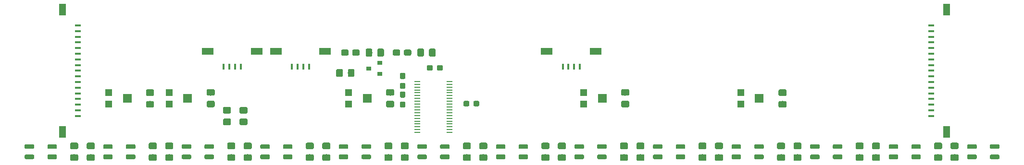
<source format=gbr>
G04 #@! TF.GenerationSoftware,KiCad,Pcbnew,(5.1.2)-2*
G04 #@! TF.CreationDate,2019-07-30T15:23:27+02:00*
G04 #@! TF.ProjectId,sensor_array_13_sensors,73656e73-6f72-45f6-9172-7261795f3133,1*
G04 #@! TF.SameCoordinates,Original*
G04 #@! TF.FileFunction,Paste,Top*
G04 #@! TF.FilePolarity,Positive*
%FSLAX46Y46*%
G04 Gerber Fmt 4.6, Leading zero omitted, Abs format (unit mm)*
G04 Created by KiCad (PCBNEW (5.1.2)-2) date 2019-07-30 15:23:27*
%MOMM*%
%LPD*%
G04 APERTURE LIST*
%ADD10R,1.000000X0.400000*%
%ADD11R,1.300000X2.000000*%
%ADD12R,2.000000X1.300000*%
%ADD13R,0.400000X1.000000*%
%ADD14C,0.100000*%
%ADD15C,1.150000*%
%ADD16C,1.050000*%
%ADD17R,1.200000X1.200000*%
%ADD18R,1.500000X1.600000*%
%ADD19C,0.790000*%
%ADD20R,0.900000X0.800000*%
%ADD21C,0.950000*%
%ADD22R,1.100000X0.285000*%
G04 APERTURE END LIST*
D10*
X44910000Y-50800000D03*
X44910000Y-49800000D03*
X44910000Y-48800000D03*
X44910000Y-47800000D03*
X44910000Y-46800000D03*
X44910000Y-45800000D03*
X44910000Y-44800000D03*
X44910000Y-43800000D03*
X44910000Y-42800000D03*
X44910000Y-41800000D03*
X44910000Y-40800000D03*
X44910000Y-39800000D03*
X44910000Y-38800000D03*
X44910000Y-37800000D03*
X44910000Y-36800000D03*
X44910000Y-35800000D03*
X44910000Y-34800000D03*
D11*
X42210000Y-53600000D03*
X42210000Y-32000000D03*
D12*
X136100000Y-39410000D03*
X127500000Y-39410000D03*
D13*
X133300000Y-42110000D03*
X132300000Y-42110000D03*
X131300000Y-42110000D03*
X130300000Y-42110000D03*
D14*
G36*
X58074505Y-46101204D02*
G01*
X58098773Y-46104804D01*
X58122572Y-46110765D01*
X58145671Y-46119030D01*
X58167850Y-46129520D01*
X58188893Y-46142132D01*
X58208599Y-46156747D01*
X58226777Y-46173223D01*
X58243253Y-46191401D01*
X58257868Y-46211107D01*
X58270480Y-46232150D01*
X58280970Y-46254329D01*
X58289235Y-46277428D01*
X58295196Y-46301227D01*
X58298796Y-46325495D01*
X58300000Y-46349999D01*
X58300000Y-47000001D01*
X58298796Y-47024505D01*
X58295196Y-47048773D01*
X58289235Y-47072572D01*
X58280970Y-47095671D01*
X58270480Y-47117850D01*
X58257868Y-47138893D01*
X58243253Y-47158599D01*
X58226777Y-47176777D01*
X58208599Y-47193253D01*
X58188893Y-47207868D01*
X58167850Y-47220480D01*
X58145671Y-47230970D01*
X58122572Y-47239235D01*
X58098773Y-47245196D01*
X58074505Y-47248796D01*
X58050001Y-47250000D01*
X57149999Y-47250000D01*
X57125495Y-47248796D01*
X57101227Y-47245196D01*
X57077428Y-47239235D01*
X57054329Y-47230970D01*
X57032150Y-47220480D01*
X57011107Y-47207868D01*
X56991401Y-47193253D01*
X56973223Y-47176777D01*
X56956747Y-47158599D01*
X56942132Y-47138893D01*
X56929520Y-47117850D01*
X56919030Y-47095671D01*
X56910765Y-47072572D01*
X56904804Y-47048773D01*
X56901204Y-47024505D01*
X56900000Y-47000001D01*
X56900000Y-46349999D01*
X56901204Y-46325495D01*
X56904804Y-46301227D01*
X56910765Y-46277428D01*
X56919030Y-46254329D01*
X56929520Y-46232150D01*
X56942132Y-46211107D01*
X56956747Y-46191401D01*
X56973223Y-46173223D01*
X56991401Y-46156747D01*
X57011107Y-46142132D01*
X57032150Y-46129520D01*
X57054329Y-46119030D01*
X57077428Y-46110765D01*
X57101227Y-46104804D01*
X57125495Y-46101204D01*
X57149999Y-46100000D01*
X58050001Y-46100000D01*
X58074505Y-46101204D01*
X58074505Y-46101204D01*
G37*
D15*
X57600000Y-46675000D03*
D14*
G36*
X58074505Y-48151204D02*
G01*
X58098773Y-48154804D01*
X58122572Y-48160765D01*
X58145671Y-48169030D01*
X58167850Y-48179520D01*
X58188893Y-48192132D01*
X58208599Y-48206747D01*
X58226777Y-48223223D01*
X58243253Y-48241401D01*
X58257868Y-48261107D01*
X58270480Y-48282150D01*
X58280970Y-48304329D01*
X58289235Y-48327428D01*
X58295196Y-48351227D01*
X58298796Y-48375495D01*
X58300000Y-48399999D01*
X58300000Y-49050001D01*
X58298796Y-49074505D01*
X58295196Y-49098773D01*
X58289235Y-49122572D01*
X58280970Y-49145671D01*
X58270480Y-49167850D01*
X58257868Y-49188893D01*
X58243253Y-49208599D01*
X58226777Y-49226777D01*
X58208599Y-49243253D01*
X58188893Y-49257868D01*
X58167850Y-49270480D01*
X58145671Y-49280970D01*
X58122572Y-49289235D01*
X58098773Y-49295196D01*
X58074505Y-49298796D01*
X58050001Y-49300000D01*
X57149999Y-49300000D01*
X57125495Y-49298796D01*
X57101227Y-49295196D01*
X57077428Y-49289235D01*
X57054329Y-49280970D01*
X57032150Y-49270480D01*
X57011107Y-49257868D01*
X56991401Y-49243253D01*
X56973223Y-49226777D01*
X56956747Y-49208599D01*
X56942132Y-49188893D01*
X56929520Y-49167850D01*
X56919030Y-49145671D01*
X56910765Y-49122572D01*
X56904804Y-49098773D01*
X56901204Y-49074505D01*
X56900000Y-49050001D01*
X56900000Y-48399999D01*
X56901204Y-48375495D01*
X56904804Y-48351227D01*
X56910765Y-48327428D01*
X56919030Y-48304329D01*
X56929520Y-48282150D01*
X56942132Y-48261107D01*
X56956747Y-48241401D01*
X56973223Y-48223223D01*
X56991401Y-48206747D01*
X57011107Y-48192132D01*
X57032150Y-48179520D01*
X57054329Y-48169030D01*
X57077428Y-48160765D01*
X57101227Y-48154804D01*
X57125495Y-48151204D01*
X57149999Y-48150000D01*
X58050001Y-48150000D01*
X58074505Y-48151204D01*
X58074505Y-48151204D01*
G37*
D15*
X57600000Y-48725000D03*
D14*
G36*
X74543736Y-49201204D02*
G01*
X74568004Y-49204804D01*
X74591803Y-49210765D01*
X74614902Y-49219030D01*
X74637081Y-49229520D01*
X74658124Y-49242132D01*
X74677830Y-49256747D01*
X74696008Y-49273223D01*
X74712484Y-49291401D01*
X74727099Y-49311107D01*
X74739711Y-49332150D01*
X74750201Y-49354329D01*
X74758466Y-49377428D01*
X74764427Y-49401227D01*
X74768027Y-49425495D01*
X74769231Y-49449999D01*
X74769231Y-50100001D01*
X74768027Y-50124505D01*
X74764427Y-50148773D01*
X74758466Y-50172572D01*
X74750201Y-50195671D01*
X74739711Y-50217850D01*
X74727099Y-50238893D01*
X74712484Y-50258599D01*
X74696008Y-50276777D01*
X74677830Y-50293253D01*
X74658124Y-50307868D01*
X74637081Y-50320480D01*
X74614902Y-50330970D01*
X74591803Y-50339235D01*
X74568004Y-50345196D01*
X74543736Y-50348796D01*
X74519232Y-50350000D01*
X73619230Y-50350000D01*
X73594726Y-50348796D01*
X73570458Y-50345196D01*
X73546659Y-50339235D01*
X73523560Y-50330970D01*
X73501381Y-50320480D01*
X73480338Y-50307868D01*
X73460632Y-50293253D01*
X73442454Y-50276777D01*
X73425978Y-50258599D01*
X73411363Y-50238893D01*
X73398751Y-50217850D01*
X73388261Y-50195671D01*
X73379996Y-50172572D01*
X73374035Y-50148773D01*
X73370435Y-50124505D01*
X73369231Y-50100001D01*
X73369231Y-49449999D01*
X73370435Y-49425495D01*
X73374035Y-49401227D01*
X73379996Y-49377428D01*
X73388261Y-49354329D01*
X73398751Y-49332150D01*
X73411363Y-49311107D01*
X73425978Y-49291401D01*
X73442454Y-49273223D01*
X73460632Y-49256747D01*
X73480338Y-49242132D01*
X73501381Y-49229520D01*
X73523560Y-49219030D01*
X73546659Y-49210765D01*
X73570458Y-49204804D01*
X73594726Y-49201204D01*
X73619230Y-49200000D01*
X74519232Y-49200000D01*
X74543736Y-49201204D01*
X74543736Y-49201204D01*
G37*
D15*
X74069231Y-49775000D03*
D14*
G36*
X74543736Y-51251204D02*
G01*
X74568004Y-51254804D01*
X74591803Y-51260765D01*
X74614902Y-51269030D01*
X74637081Y-51279520D01*
X74658124Y-51292132D01*
X74677830Y-51306747D01*
X74696008Y-51323223D01*
X74712484Y-51341401D01*
X74727099Y-51361107D01*
X74739711Y-51382150D01*
X74750201Y-51404329D01*
X74758466Y-51427428D01*
X74764427Y-51451227D01*
X74768027Y-51475495D01*
X74769231Y-51499999D01*
X74769231Y-52150001D01*
X74768027Y-52174505D01*
X74764427Y-52198773D01*
X74758466Y-52222572D01*
X74750201Y-52245671D01*
X74739711Y-52267850D01*
X74727099Y-52288893D01*
X74712484Y-52308599D01*
X74696008Y-52326777D01*
X74677830Y-52343253D01*
X74658124Y-52357868D01*
X74637081Y-52370480D01*
X74614902Y-52380970D01*
X74591803Y-52389235D01*
X74568004Y-52395196D01*
X74543736Y-52398796D01*
X74519232Y-52400000D01*
X73619230Y-52400000D01*
X73594726Y-52398796D01*
X73570458Y-52395196D01*
X73546659Y-52389235D01*
X73523560Y-52380970D01*
X73501381Y-52370480D01*
X73480338Y-52357868D01*
X73460632Y-52343253D01*
X73442454Y-52326777D01*
X73425978Y-52308599D01*
X73411363Y-52288893D01*
X73398751Y-52267850D01*
X73388261Y-52245671D01*
X73379996Y-52222572D01*
X73374035Y-52198773D01*
X73370435Y-52174505D01*
X73369231Y-52150001D01*
X73369231Y-51499999D01*
X73370435Y-51475495D01*
X73374035Y-51451227D01*
X73379996Y-51427428D01*
X73388261Y-51404329D01*
X73398751Y-51382150D01*
X73411363Y-51361107D01*
X73425978Y-51341401D01*
X73442454Y-51323223D01*
X73460632Y-51306747D01*
X73480338Y-51292132D01*
X73501381Y-51279520D01*
X73523560Y-51269030D01*
X73546659Y-51260765D01*
X73570458Y-51254804D01*
X73594726Y-51251204D01*
X73619230Y-51250000D01*
X74519232Y-51250000D01*
X74543736Y-51251204D01*
X74543736Y-51251204D01*
G37*
D15*
X74069231Y-51825000D03*
D14*
G36*
X44736043Y-57551204D02*
G01*
X44760311Y-57554804D01*
X44784110Y-57560765D01*
X44807209Y-57569030D01*
X44829388Y-57579520D01*
X44850431Y-57592132D01*
X44870137Y-57606747D01*
X44888315Y-57623223D01*
X44904791Y-57641401D01*
X44919406Y-57661107D01*
X44932018Y-57682150D01*
X44942508Y-57704329D01*
X44950773Y-57727428D01*
X44956734Y-57751227D01*
X44960334Y-57775495D01*
X44961538Y-57799999D01*
X44961538Y-58450001D01*
X44960334Y-58474505D01*
X44956734Y-58498773D01*
X44950773Y-58522572D01*
X44942508Y-58545671D01*
X44932018Y-58567850D01*
X44919406Y-58588893D01*
X44904791Y-58608599D01*
X44888315Y-58626777D01*
X44870137Y-58643253D01*
X44850431Y-58657868D01*
X44829388Y-58670480D01*
X44807209Y-58680970D01*
X44784110Y-58689235D01*
X44760311Y-58695196D01*
X44736043Y-58698796D01*
X44711539Y-58700000D01*
X43811537Y-58700000D01*
X43787033Y-58698796D01*
X43762765Y-58695196D01*
X43738966Y-58689235D01*
X43715867Y-58680970D01*
X43693688Y-58670480D01*
X43672645Y-58657868D01*
X43652939Y-58643253D01*
X43634761Y-58626777D01*
X43618285Y-58608599D01*
X43603670Y-58588893D01*
X43591058Y-58567850D01*
X43580568Y-58545671D01*
X43572303Y-58522572D01*
X43566342Y-58498773D01*
X43562742Y-58474505D01*
X43561538Y-58450001D01*
X43561538Y-57799999D01*
X43562742Y-57775495D01*
X43566342Y-57751227D01*
X43572303Y-57727428D01*
X43580568Y-57704329D01*
X43591058Y-57682150D01*
X43603670Y-57661107D01*
X43618285Y-57641401D01*
X43634761Y-57623223D01*
X43652939Y-57606747D01*
X43672645Y-57592132D01*
X43693688Y-57579520D01*
X43715867Y-57569030D01*
X43738966Y-57560765D01*
X43762765Y-57554804D01*
X43787033Y-57551204D01*
X43811537Y-57550000D01*
X44711539Y-57550000D01*
X44736043Y-57551204D01*
X44736043Y-57551204D01*
G37*
D15*
X44261538Y-58125000D03*
D14*
G36*
X44736043Y-55501204D02*
G01*
X44760311Y-55504804D01*
X44784110Y-55510765D01*
X44807209Y-55519030D01*
X44829388Y-55529520D01*
X44850431Y-55542132D01*
X44870137Y-55556747D01*
X44888315Y-55573223D01*
X44904791Y-55591401D01*
X44919406Y-55611107D01*
X44932018Y-55632150D01*
X44942508Y-55654329D01*
X44950773Y-55677428D01*
X44956734Y-55701227D01*
X44960334Y-55725495D01*
X44961538Y-55749999D01*
X44961538Y-56400001D01*
X44960334Y-56424505D01*
X44956734Y-56448773D01*
X44950773Y-56472572D01*
X44942508Y-56495671D01*
X44932018Y-56517850D01*
X44919406Y-56538893D01*
X44904791Y-56558599D01*
X44888315Y-56576777D01*
X44870137Y-56593253D01*
X44850431Y-56607868D01*
X44829388Y-56620480D01*
X44807209Y-56630970D01*
X44784110Y-56639235D01*
X44760311Y-56645196D01*
X44736043Y-56648796D01*
X44711539Y-56650000D01*
X43811537Y-56650000D01*
X43787033Y-56648796D01*
X43762765Y-56645196D01*
X43738966Y-56639235D01*
X43715867Y-56630970D01*
X43693688Y-56620480D01*
X43672645Y-56607868D01*
X43652939Y-56593253D01*
X43634761Y-56576777D01*
X43618285Y-56558599D01*
X43603670Y-56538893D01*
X43591058Y-56517850D01*
X43580568Y-56495671D01*
X43572303Y-56472572D01*
X43566342Y-56448773D01*
X43562742Y-56424505D01*
X43561538Y-56400001D01*
X43561538Y-55749999D01*
X43562742Y-55725495D01*
X43566342Y-55701227D01*
X43572303Y-55677428D01*
X43580568Y-55654329D01*
X43591058Y-55632150D01*
X43603670Y-55611107D01*
X43618285Y-55591401D01*
X43634761Y-55573223D01*
X43652939Y-55556747D01*
X43672645Y-55542132D01*
X43693688Y-55529520D01*
X43715867Y-55519030D01*
X43738966Y-55510765D01*
X43762765Y-55504804D01*
X43787033Y-55501204D01*
X43811537Y-55500000D01*
X44711539Y-55500000D01*
X44736043Y-55501204D01*
X44736043Y-55501204D01*
G37*
D15*
X44261538Y-56075000D03*
D14*
G36*
X58566812Y-55501204D02*
G01*
X58591080Y-55504804D01*
X58614879Y-55510765D01*
X58637978Y-55519030D01*
X58660157Y-55529520D01*
X58681200Y-55542132D01*
X58700906Y-55556747D01*
X58719084Y-55573223D01*
X58735560Y-55591401D01*
X58750175Y-55611107D01*
X58762787Y-55632150D01*
X58773277Y-55654329D01*
X58781542Y-55677428D01*
X58787503Y-55701227D01*
X58791103Y-55725495D01*
X58792307Y-55749999D01*
X58792307Y-56400001D01*
X58791103Y-56424505D01*
X58787503Y-56448773D01*
X58781542Y-56472572D01*
X58773277Y-56495671D01*
X58762787Y-56517850D01*
X58750175Y-56538893D01*
X58735560Y-56558599D01*
X58719084Y-56576777D01*
X58700906Y-56593253D01*
X58681200Y-56607868D01*
X58660157Y-56620480D01*
X58637978Y-56630970D01*
X58614879Y-56639235D01*
X58591080Y-56645196D01*
X58566812Y-56648796D01*
X58542308Y-56650000D01*
X57642306Y-56650000D01*
X57617802Y-56648796D01*
X57593534Y-56645196D01*
X57569735Y-56639235D01*
X57546636Y-56630970D01*
X57524457Y-56620480D01*
X57503414Y-56607868D01*
X57483708Y-56593253D01*
X57465530Y-56576777D01*
X57449054Y-56558599D01*
X57434439Y-56538893D01*
X57421827Y-56517850D01*
X57411337Y-56495671D01*
X57403072Y-56472572D01*
X57397111Y-56448773D01*
X57393511Y-56424505D01*
X57392307Y-56400001D01*
X57392307Y-55749999D01*
X57393511Y-55725495D01*
X57397111Y-55701227D01*
X57403072Y-55677428D01*
X57411337Y-55654329D01*
X57421827Y-55632150D01*
X57434439Y-55611107D01*
X57449054Y-55591401D01*
X57465530Y-55573223D01*
X57483708Y-55556747D01*
X57503414Y-55542132D01*
X57524457Y-55529520D01*
X57546636Y-55519030D01*
X57569735Y-55510765D01*
X57593534Y-55504804D01*
X57617802Y-55501204D01*
X57642306Y-55500000D01*
X58542308Y-55500000D01*
X58566812Y-55501204D01*
X58566812Y-55501204D01*
G37*
D15*
X58092307Y-56075000D03*
D14*
G36*
X58566812Y-57551204D02*
G01*
X58591080Y-57554804D01*
X58614879Y-57560765D01*
X58637978Y-57569030D01*
X58660157Y-57579520D01*
X58681200Y-57592132D01*
X58700906Y-57606747D01*
X58719084Y-57623223D01*
X58735560Y-57641401D01*
X58750175Y-57661107D01*
X58762787Y-57682150D01*
X58773277Y-57704329D01*
X58781542Y-57727428D01*
X58787503Y-57751227D01*
X58791103Y-57775495D01*
X58792307Y-57799999D01*
X58792307Y-58450001D01*
X58791103Y-58474505D01*
X58787503Y-58498773D01*
X58781542Y-58522572D01*
X58773277Y-58545671D01*
X58762787Y-58567850D01*
X58750175Y-58588893D01*
X58735560Y-58608599D01*
X58719084Y-58626777D01*
X58700906Y-58643253D01*
X58681200Y-58657868D01*
X58660157Y-58670480D01*
X58637978Y-58680970D01*
X58614879Y-58689235D01*
X58591080Y-58695196D01*
X58566812Y-58698796D01*
X58542308Y-58700000D01*
X57642306Y-58700000D01*
X57617802Y-58698796D01*
X57593534Y-58695196D01*
X57569735Y-58689235D01*
X57546636Y-58680970D01*
X57524457Y-58670480D01*
X57503414Y-58657868D01*
X57483708Y-58643253D01*
X57465530Y-58626777D01*
X57449054Y-58608599D01*
X57434439Y-58588893D01*
X57421827Y-58567850D01*
X57411337Y-58545671D01*
X57403072Y-58522572D01*
X57397111Y-58498773D01*
X57393511Y-58474505D01*
X57392307Y-58450001D01*
X57392307Y-57799999D01*
X57393511Y-57775495D01*
X57397111Y-57751227D01*
X57403072Y-57727428D01*
X57411337Y-57704329D01*
X57421827Y-57682150D01*
X57434439Y-57661107D01*
X57449054Y-57641401D01*
X57465530Y-57623223D01*
X57483708Y-57606747D01*
X57503414Y-57592132D01*
X57524457Y-57579520D01*
X57546636Y-57569030D01*
X57569735Y-57560765D01*
X57593534Y-57554804D01*
X57617802Y-57551204D01*
X57642306Y-57550000D01*
X58542308Y-57550000D01*
X58566812Y-57551204D01*
X58566812Y-57551204D01*
G37*
D15*
X58092307Y-58125000D03*
D14*
G36*
X72397581Y-55501204D02*
G01*
X72421849Y-55504804D01*
X72445648Y-55510765D01*
X72468747Y-55519030D01*
X72490926Y-55529520D01*
X72511969Y-55542132D01*
X72531675Y-55556747D01*
X72549853Y-55573223D01*
X72566329Y-55591401D01*
X72580944Y-55611107D01*
X72593556Y-55632150D01*
X72604046Y-55654329D01*
X72612311Y-55677428D01*
X72618272Y-55701227D01*
X72621872Y-55725495D01*
X72623076Y-55749999D01*
X72623076Y-56400001D01*
X72621872Y-56424505D01*
X72618272Y-56448773D01*
X72612311Y-56472572D01*
X72604046Y-56495671D01*
X72593556Y-56517850D01*
X72580944Y-56538893D01*
X72566329Y-56558599D01*
X72549853Y-56576777D01*
X72531675Y-56593253D01*
X72511969Y-56607868D01*
X72490926Y-56620480D01*
X72468747Y-56630970D01*
X72445648Y-56639235D01*
X72421849Y-56645196D01*
X72397581Y-56648796D01*
X72373077Y-56650000D01*
X71473075Y-56650000D01*
X71448571Y-56648796D01*
X71424303Y-56645196D01*
X71400504Y-56639235D01*
X71377405Y-56630970D01*
X71355226Y-56620480D01*
X71334183Y-56607868D01*
X71314477Y-56593253D01*
X71296299Y-56576777D01*
X71279823Y-56558599D01*
X71265208Y-56538893D01*
X71252596Y-56517850D01*
X71242106Y-56495671D01*
X71233841Y-56472572D01*
X71227880Y-56448773D01*
X71224280Y-56424505D01*
X71223076Y-56400001D01*
X71223076Y-55749999D01*
X71224280Y-55725495D01*
X71227880Y-55701227D01*
X71233841Y-55677428D01*
X71242106Y-55654329D01*
X71252596Y-55632150D01*
X71265208Y-55611107D01*
X71279823Y-55591401D01*
X71296299Y-55573223D01*
X71314477Y-55556747D01*
X71334183Y-55542132D01*
X71355226Y-55529520D01*
X71377405Y-55519030D01*
X71400504Y-55510765D01*
X71424303Y-55504804D01*
X71448571Y-55501204D01*
X71473075Y-55500000D01*
X72373077Y-55500000D01*
X72397581Y-55501204D01*
X72397581Y-55501204D01*
G37*
D15*
X71923076Y-56075000D03*
D14*
G36*
X72397581Y-57551204D02*
G01*
X72421849Y-57554804D01*
X72445648Y-57560765D01*
X72468747Y-57569030D01*
X72490926Y-57579520D01*
X72511969Y-57592132D01*
X72531675Y-57606747D01*
X72549853Y-57623223D01*
X72566329Y-57641401D01*
X72580944Y-57661107D01*
X72593556Y-57682150D01*
X72604046Y-57704329D01*
X72612311Y-57727428D01*
X72618272Y-57751227D01*
X72621872Y-57775495D01*
X72623076Y-57799999D01*
X72623076Y-58450001D01*
X72621872Y-58474505D01*
X72618272Y-58498773D01*
X72612311Y-58522572D01*
X72604046Y-58545671D01*
X72593556Y-58567850D01*
X72580944Y-58588893D01*
X72566329Y-58608599D01*
X72549853Y-58626777D01*
X72531675Y-58643253D01*
X72511969Y-58657868D01*
X72490926Y-58670480D01*
X72468747Y-58680970D01*
X72445648Y-58689235D01*
X72421849Y-58695196D01*
X72397581Y-58698796D01*
X72373077Y-58700000D01*
X71473075Y-58700000D01*
X71448571Y-58698796D01*
X71424303Y-58695196D01*
X71400504Y-58689235D01*
X71377405Y-58680970D01*
X71355226Y-58670480D01*
X71334183Y-58657868D01*
X71314477Y-58643253D01*
X71296299Y-58626777D01*
X71279823Y-58608599D01*
X71265208Y-58588893D01*
X71252596Y-58567850D01*
X71242106Y-58545671D01*
X71233841Y-58522572D01*
X71227880Y-58498773D01*
X71224280Y-58474505D01*
X71223076Y-58450001D01*
X71223076Y-57799999D01*
X71224280Y-57775495D01*
X71227880Y-57751227D01*
X71233841Y-57727428D01*
X71242106Y-57704329D01*
X71252596Y-57682150D01*
X71265208Y-57661107D01*
X71279823Y-57641401D01*
X71296299Y-57623223D01*
X71314477Y-57606747D01*
X71334183Y-57592132D01*
X71355226Y-57579520D01*
X71377405Y-57569030D01*
X71400504Y-57560765D01*
X71424303Y-57554804D01*
X71448571Y-57551204D01*
X71473075Y-57550000D01*
X72373077Y-57550000D01*
X72397581Y-57551204D01*
X72397581Y-57551204D01*
G37*
D15*
X71923076Y-58125000D03*
D14*
G36*
X86228350Y-55501204D02*
G01*
X86252618Y-55504804D01*
X86276417Y-55510765D01*
X86299516Y-55519030D01*
X86321695Y-55529520D01*
X86342738Y-55542132D01*
X86362444Y-55556747D01*
X86380622Y-55573223D01*
X86397098Y-55591401D01*
X86411713Y-55611107D01*
X86424325Y-55632150D01*
X86434815Y-55654329D01*
X86443080Y-55677428D01*
X86449041Y-55701227D01*
X86452641Y-55725495D01*
X86453845Y-55749999D01*
X86453845Y-56400001D01*
X86452641Y-56424505D01*
X86449041Y-56448773D01*
X86443080Y-56472572D01*
X86434815Y-56495671D01*
X86424325Y-56517850D01*
X86411713Y-56538893D01*
X86397098Y-56558599D01*
X86380622Y-56576777D01*
X86362444Y-56593253D01*
X86342738Y-56607868D01*
X86321695Y-56620480D01*
X86299516Y-56630970D01*
X86276417Y-56639235D01*
X86252618Y-56645196D01*
X86228350Y-56648796D01*
X86203846Y-56650000D01*
X85303844Y-56650000D01*
X85279340Y-56648796D01*
X85255072Y-56645196D01*
X85231273Y-56639235D01*
X85208174Y-56630970D01*
X85185995Y-56620480D01*
X85164952Y-56607868D01*
X85145246Y-56593253D01*
X85127068Y-56576777D01*
X85110592Y-56558599D01*
X85095977Y-56538893D01*
X85083365Y-56517850D01*
X85072875Y-56495671D01*
X85064610Y-56472572D01*
X85058649Y-56448773D01*
X85055049Y-56424505D01*
X85053845Y-56400001D01*
X85053845Y-55749999D01*
X85055049Y-55725495D01*
X85058649Y-55701227D01*
X85064610Y-55677428D01*
X85072875Y-55654329D01*
X85083365Y-55632150D01*
X85095977Y-55611107D01*
X85110592Y-55591401D01*
X85127068Y-55573223D01*
X85145246Y-55556747D01*
X85164952Y-55542132D01*
X85185995Y-55529520D01*
X85208174Y-55519030D01*
X85231273Y-55510765D01*
X85255072Y-55504804D01*
X85279340Y-55501204D01*
X85303844Y-55500000D01*
X86203846Y-55500000D01*
X86228350Y-55501204D01*
X86228350Y-55501204D01*
G37*
D15*
X85753845Y-56075000D03*
D14*
G36*
X86228350Y-57551204D02*
G01*
X86252618Y-57554804D01*
X86276417Y-57560765D01*
X86299516Y-57569030D01*
X86321695Y-57579520D01*
X86342738Y-57592132D01*
X86362444Y-57606747D01*
X86380622Y-57623223D01*
X86397098Y-57641401D01*
X86411713Y-57661107D01*
X86424325Y-57682150D01*
X86434815Y-57704329D01*
X86443080Y-57727428D01*
X86449041Y-57751227D01*
X86452641Y-57775495D01*
X86453845Y-57799999D01*
X86453845Y-58450001D01*
X86452641Y-58474505D01*
X86449041Y-58498773D01*
X86443080Y-58522572D01*
X86434815Y-58545671D01*
X86424325Y-58567850D01*
X86411713Y-58588893D01*
X86397098Y-58608599D01*
X86380622Y-58626777D01*
X86362444Y-58643253D01*
X86342738Y-58657868D01*
X86321695Y-58670480D01*
X86299516Y-58680970D01*
X86276417Y-58689235D01*
X86252618Y-58695196D01*
X86228350Y-58698796D01*
X86203846Y-58700000D01*
X85303844Y-58700000D01*
X85279340Y-58698796D01*
X85255072Y-58695196D01*
X85231273Y-58689235D01*
X85208174Y-58680970D01*
X85185995Y-58670480D01*
X85164952Y-58657868D01*
X85145246Y-58643253D01*
X85127068Y-58626777D01*
X85110592Y-58608599D01*
X85095977Y-58588893D01*
X85083365Y-58567850D01*
X85072875Y-58545671D01*
X85064610Y-58522572D01*
X85058649Y-58498773D01*
X85055049Y-58474505D01*
X85053845Y-58450001D01*
X85053845Y-57799999D01*
X85055049Y-57775495D01*
X85058649Y-57751227D01*
X85064610Y-57727428D01*
X85072875Y-57704329D01*
X85083365Y-57682150D01*
X85095977Y-57661107D01*
X85110592Y-57641401D01*
X85127068Y-57623223D01*
X85145246Y-57606747D01*
X85164952Y-57592132D01*
X85185995Y-57579520D01*
X85208174Y-57569030D01*
X85231273Y-57560765D01*
X85255072Y-57554804D01*
X85279340Y-57551204D01*
X85303844Y-57550000D01*
X86203846Y-57550000D01*
X86228350Y-57551204D01*
X86228350Y-57551204D01*
G37*
D15*
X85753845Y-58125000D03*
D14*
G36*
X100059119Y-57551204D02*
G01*
X100083387Y-57554804D01*
X100107186Y-57560765D01*
X100130285Y-57569030D01*
X100152464Y-57579520D01*
X100173507Y-57592132D01*
X100193213Y-57606747D01*
X100211391Y-57623223D01*
X100227867Y-57641401D01*
X100242482Y-57661107D01*
X100255094Y-57682150D01*
X100265584Y-57704329D01*
X100273849Y-57727428D01*
X100279810Y-57751227D01*
X100283410Y-57775495D01*
X100284614Y-57799999D01*
X100284614Y-58450001D01*
X100283410Y-58474505D01*
X100279810Y-58498773D01*
X100273849Y-58522572D01*
X100265584Y-58545671D01*
X100255094Y-58567850D01*
X100242482Y-58588893D01*
X100227867Y-58608599D01*
X100211391Y-58626777D01*
X100193213Y-58643253D01*
X100173507Y-58657868D01*
X100152464Y-58670480D01*
X100130285Y-58680970D01*
X100107186Y-58689235D01*
X100083387Y-58695196D01*
X100059119Y-58698796D01*
X100034615Y-58700000D01*
X99134613Y-58700000D01*
X99110109Y-58698796D01*
X99085841Y-58695196D01*
X99062042Y-58689235D01*
X99038943Y-58680970D01*
X99016764Y-58670480D01*
X98995721Y-58657868D01*
X98976015Y-58643253D01*
X98957837Y-58626777D01*
X98941361Y-58608599D01*
X98926746Y-58588893D01*
X98914134Y-58567850D01*
X98903644Y-58545671D01*
X98895379Y-58522572D01*
X98889418Y-58498773D01*
X98885818Y-58474505D01*
X98884614Y-58450001D01*
X98884614Y-57799999D01*
X98885818Y-57775495D01*
X98889418Y-57751227D01*
X98895379Y-57727428D01*
X98903644Y-57704329D01*
X98914134Y-57682150D01*
X98926746Y-57661107D01*
X98941361Y-57641401D01*
X98957837Y-57623223D01*
X98976015Y-57606747D01*
X98995721Y-57592132D01*
X99016764Y-57579520D01*
X99038943Y-57569030D01*
X99062042Y-57560765D01*
X99085841Y-57554804D01*
X99110109Y-57551204D01*
X99134613Y-57550000D01*
X100034615Y-57550000D01*
X100059119Y-57551204D01*
X100059119Y-57551204D01*
G37*
D15*
X99584614Y-58125000D03*
D14*
G36*
X100059119Y-55501204D02*
G01*
X100083387Y-55504804D01*
X100107186Y-55510765D01*
X100130285Y-55519030D01*
X100152464Y-55529520D01*
X100173507Y-55542132D01*
X100193213Y-55556747D01*
X100211391Y-55573223D01*
X100227867Y-55591401D01*
X100242482Y-55611107D01*
X100255094Y-55632150D01*
X100265584Y-55654329D01*
X100273849Y-55677428D01*
X100279810Y-55701227D01*
X100283410Y-55725495D01*
X100284614Y-55749999D01*
X100284614Y-56400001D01*
X100283410Y-56424505D01*
X100279810Y-56448773D01*
X100273849Y-56472572D01*
X100265584Y-56495671D01*
X100255094Y-56517850D01*
X100242482Y-56538893D01*
X100227867Y-56558599D01*
X100211391Y-56576777D01*
X100193213Y-56593253D01*
X100173507Y-56607868D01*
X100152464Y-56620480D01*
X100130285Y-56630970D01*
X100107186Y-56639235D01*
X100083387Y-56645196D01*
X100059119Y-56648796D01*
X100034615Y-56650000D01*
X99134613Y-56650000D01*
X99110109Y-56648796D01*
X99085841Y-56645196D01*
X99062042Y-56639235D01*
X99038943Y-56630970D01*
X99016764Y-56620480D01*
X98995721Y-56607868D01*
X98976015Y-56593253D01*
X98957837Y-56576777D01*
X98941361Y-56558599D01*
X98926746Y-56538893D01*
X98914134Y-56517850D01*
X98903644Y-56495671D01*
X98895379Y-56472572D01*
X98889418Y-56448773D01*
X98885818Y-56424505D01*
X98884614Y-56400001D01*
X98884614Y-55749999D01*
X98885818Y-55725495D01*
X98889418Y-55701227D01*
X98895379Y-55677428D01*
X98903644Y-55654329D01*
X98914134Y-55632150D01*
X98926746Y-55611107D01*
X98941361Y-55591401D01*
X98957837Y-55573223D01*
X98976015Y-55556747D01*
X98995721Y-55542132D01*
X99016764Y-55529520D01*
X99038943Y-55519030D01*
X99062042Y-55510765D01*
X99085841Y-55504804D01*
X99110109Y-55501204D01*
X99134613Y-55500000D01*
X100034615Y-55500000D01*
X100059119Y-55501204D01*
X100059119Y-55501204D01*
G37*
D15*
X99584614Y-56075000D03*
D14*
G36*
X113889888Y-55501204D02*
G01*
X113914156Y-55504804D01*
X113937955Y-55510765D01*
X113961054Y-55519030D01*
X113983233Y-55529520D01*
X114004276Y-55542132D01*
X114023982Y-55556747D01*
X114042160Y-55573223D01*
X114058636Y-55591401D01*
X114073251Y-55611107D01*
X114085863Y-55632150D01*
X114096353Y-55654329D01*
X114104618Y-55677428D01*
X114110579Y-55701227D01*
X114114179Y-55725495D01*
X114115383Y-55749999D01*
X114115383Y-56400001D01*
X114114179Y-56424505D01*
X114110579Y-56448773D01*
X114104618Y-56472572D01*
X114096353Y-56495671D01*
X114085863Y-56517850D01*
X114073251Y-56538893D01*
X114058636Y-56558599D01*
X114042160Y-56576777D01*
X114023982Y-56593253D01*
X114004276Y-56607868D01*
X113983233Y-56620480D01*
X113961054Y-56630970D01*
X113937955Y-56639235D01*
X113914156Y-56645196D01*
X113889888Y-56648796D01*
X113865384Y-56650000D01*
X112965382Y-56650000D01*
X112940878Y-56648796D01*
X112916610Y-56645196D01*
X112892811Y-56639235D01*
X112869712Y-56630970D01*
X112847533Y-56620480D01*
X112826490Y-56607868D01*
X112806784Y-56593253D01*
X112788606Y-56576777D01*
X112772130Y-56558599D01*
X112757515Y-56538893D01*
X112744903Y-56517850D01*
X112734413Y-56495671D01*
X112726148Y-56472572D01*
X112720187Y-56448773D01*
X112716587Y-56424505D01*
X112715383Y-56400001D01*
X112715383Y-55749999D01*
X112716587Y-55725495D01*
X112720187Y-55701227D01*
X112726148Y-55677428D01*
X112734413Y-55654329D01*
X112744903Y-55632150D01*
X112757515Y-55611107D01*
X112772130Y-55591401D01*
X112788606Y-55573223D01*
X112806784Y-55556747D01*
X112826490Y-55542132D01*
X112847533Y-55529520D01*
X112869712Y-55519030D01*
X112892811Y-55510765D01*
X112916610Y-55504804D01*
X112940878Y-55501204D01*
X112965382Y-55500000D01*
X113865384Y-55500000D01*
X113889888Y-55501204D01*
X113889888Y-55501204D01*
G37*
D15*
X113415383Y-56075000D03*
D14*
G36*
X113889888Y-57551204D02*
G01*
X113914156Y-57554804D01*
X113937955Y-57560765D01*
X113961054Y-57569030D01*
X113983233Y-57579520D01*
X114004276Y-57592132D01*
X114023982Y-57606747D01*
X114042160Y-57623223D01*
X114058636Y-57641401D01*
X114073251Y-57661107D01*
X114085863Y-57682150D01*
X114096353Y-57704329D01*
X114104618Y-57727428D01*
X114110579Y-57751227D01*
X114114179Y-57775495D01*
X114115383Y-57799999D01*
X114115383Y-58450001D01*
X114114179Y-58474505D01*
X114110579Y-58498773D01*
X114104618Y-58522572D01*
X114096353Y-58545671D01*
X114085863Y-58567850D01*
X114073251Y-58588893D01*
X114058636Y-58608599D01*
X114042160Y-58626777D01*
X114023982Y-58643253D01*
X114004276Y-58657868D01*
X113983233Y-58670480D01*
X113961054Y-58680970D01*
X113937955Y-58689235D01*
X113914156Y-58695196D01*
X113889888Y-58698796D01*
X113865384Y-58700000D01*
X112965382Y-58700000D01*
X112940878Y-58698796D01*
X112916610Y-58695196D01*
X112892811Y-58689235D01*
X112869712Y-58680970D01*
X112847533Y-58670480D01*
X112826490Y-58657868D01*
X112806784Y-58643253D01*
X112788606Y-58626777D01*
X112772130Y-58608599D01*
X112757515Y-58588893D01*
X112744903Y-58567850D01*
X112734413Y-58545671D01*
X112726148Y-58522572D01*
X112720187Y-58498773D01*
X112716587Y-58474505D01*
X112715383Y-58450001D01*
X112715383Y-57799999D01*
X112716587Y-57775495D01*
X112720187Y-57751227D01*
X112726148Y-57727428D01*
X112734413Y-57704329D01*
X112744903Y-57682150D01*
X112757515Y-57661107D01*
X112772130Y-57641401D01*
X112788606Y-57623223D01*
X112806784Y-57606747D01*
X112826490Y-57592132D01*
X112847533Y-57579520D01*
X112869712Y-57569030D01*
X112892811Y-57560765D01*
X112916610Y-57554804D01*
X112940878Y-57551204D01*
X112965382Y-57550000D01*
X113865384Y-57550000D01*
X113889888Y-57551204D01*
X113889888Y-57551204D01*
G37*
D15*
X113415383Y-58125000D03*
D14*
G36*
X127720657Y-57551204D02*
G01*
X127744925Y-57554804D01*
X127768724Y-57560765D01*
X127791823Y-57569030D01*
X127814002Y-57579520D01*
X127835045Y-57592132D01*
X127854751Y-57606747D01*
X127872929Y-57623223D01*
X127889405Y-57641401D01*
X127904020Y-57661107D01*
X127916632Y-57682150D01*
X127927122Y-57704329D01*
X127935387Y-57727428D01*
X127941348Y-57751227D01*
X127944948Y-57775495D01*
X127946152Y-57799999D01*
X127946152Y-58450001D01*
X127944948Y-58474505D01*
X127941348Y-58498773D01*
X127935387Y-58522572D01*
X127927122Y-58545671D01*
X127916632Y-58567850D01*
X127904020Y-58588893D01*
X127889405Y-58608599D01*
X127872929Y-58626777D01*
X127854751Y-58643253D01*
X127835045Y-58657868D01*
X127814002Y-58670480D01*
X127791823Y-58680970D01*
X127768724Y-58689235D01*
X127744925Y-58695196D01*
X127720657Y-58698796D01*
X127696153Y-58700000D01*
X126796151Y-58700000D01*
X126771647Y-58698796D01*
X126747379Y-58695196D01*
X126723580Y-58689235D01*
X126700481Y-58680970D01*
X126678302Y-58670480D01*
X126657259Y-58657868D01*
X126637553Y-58643253D01*
X126619375Y-58626777D01*
X126602899Y-58608599D01*
X126588284Y-58588893D01*
X126575672Y-58567850D01*
X126565182Y-58545671D01*
X126556917Y-58522572D01*
X126550956Y-58498773D01*
X126547356Y-58474505D01*
X126546152Y-58450001D01*
X126546152Y-57799999D01*
X126547356Y-57775495D01*
X126550956Y-57751227D01*
X126556917Y-57727428D01*
X126565182Y-57704329D01*
X126575672Y-57682150D01*
X126588284Y-57661107D01*
X126602899Y-57641401D01*
X126619375Y-57623223D01*
X126637553Y-57606747D01*
X126657259Y-57592132D01*
X126678302Y-57579520D01*
X126700481Y-57569030D01*
X126723580Y-57560765D01*
X126747379Y-57554804D01*
X126771647Y-57551204D01*
X126796151Y-57550000D01*
X127696153Y-57550000D01*
X127720657Y-57551204D01*
X127720657Y-57551204D01*
G37*
D15*
X127246152Y-58125000D03*
D14*
G36*
X127720657Y-55501204D02*
G01*
X127744925Y-55504804D01*
X127768724Y-55510765D01*
X127791823Y-55519030D01*
X127814002Y-55529520D01*
X127835045Y-55542132D01*
X127854751Y-55556747D01*
X127872929Y-55573223D01*
X127889405Y-55591401D01*
X127904020Y-55611107D01*
X127916632Y-55632150D01*
X127927122Y-55654329D01*
X127935387Y-55677428D01*
X127941348Y-55701227D01*
X127944948Y-55725495D01*
X127946152Y-55749999D01*
X127946152Y-56400001D01*
X127944948Y-56424505D01*
X127941348Y-56448773D01*
X127935387Y-56472572D01*
X127927122Y-56495671D01*
X127916632Y-56517850D01*
X127904020Y-56538893D01*
X127889405Y-56558599D01*
X127872929Y-56576777D01*
X127854751Y-56593253D01*
X127835045Y-56607868D01*
X127814002Y-56620480D01*
X127791823Y-56630970D01*
X127768724Y-56639235D01*
X127744925Y-56645196D01*
X127720657Y-56648796D01*
X127696153Y-56650000D01*
X126796151Y-56650000D01*
X126771647Y-56648796D01*
X126747379Y-56645196D01*
X126723580Y-56639235D01*
X126700481Y-56630970D01*
X126678302Y-56620480D01*
X126657259Y-56607868D01*
X126637553Y-56593253D01*
X126619375Y-56576777D01*
X126602899Y-56558599D01*
X126588284Y-56538893D01*
X126575672Y-56517850D01*
X126565182Y-56495671D01*
X126556917Y-56472572D01*
X126550956Y-56448773D01*
X126547356Y-56424505D01*
X126546152Y-56400001D01*
X126546152Y-55749999D01*
X126547356Y-55725495D01*
X126550956Y-55701227D01*
X126556917Y-55677428D01*
X126565182Y-55654329D01*
X126575672Y-55632150D01*
X126588284Y-55611107D01*
X126602899Y-55591401D01*
X126619375Y-55573223D01*
X126637553Y-55556747D01*
X126657259Y-55542132D01*
X126678302Y-55529520D01*
X126700481Y-55519030D01*
X126723580Y-55510765D01*
X126747379Y-55504804D01*
X126771647Y-55501204D01*
X126796151Y-55500000D01*
X127696153Y-55500000D01*
X127720657Y-55501204D01*
X127720657Y-55501204D01*
G37*
D15*
X127246152Y-56075000D03*
D14*
G36*
X141551426Y-55501204D02*
G01*
X141575694Y-55504804D01*
X141599493Y-55510765D01*
X141622592Y-55519030D01*
X141644771Y-55529520D01*
X141665814Y-55542132D01*
X141685520Y-55556747D01*
X141703698Y-55573223D01*
X141720174Y-55591401D01*
X141734789Y-55611107D01*
X141747401Y-55632150D01*
X141757891Y-55654329D01*
X141766156Y-55677428D01*
X141772117Y-55701227D01*
X141775717Y-55725495D01*
X141776921Y-55749999D01*
X141776921Y-56400001D01*
X141775717Y-56424505D01*
X141772117Y-56448773D01*
X141766156Y-56472572D01*
X141757891Y-56495671D01*
X141747401Y-56517850D01*
X141734789Y-56538893D01*
X141720174Y-56558599D01*
X141703698Y-56576777D01*
X141685520Y-56593253D01*
X141665814Y-56607868D01*
X141644771Y-56620480D01*
X141622592Y-56630970D01*
X141599493Y-56639235D01*
X141575694Y-56645196D01*
X141551426Y-56648796D01*
X141526922Y-56650000D01*
X140626920Y-56650000D01*
X140602416Y-56648796D01*
X140578148Y-56645196D01*
X140554349Y-56639235D01*
X140531250Y-56630970D01*
X140509071Y-56620480D01*
X140488028Y-56607868D01*
X140468322Y-56593253D01*
X140450144Y-56576777D01*
X140433668Y-56558599D01*
X140419053Y-56538893D01*
X140406441Y-56517850D01*
X140395951Y-56495671D01*
X140387686Y-56472572D01*
X140381725Y-56448773D01*
X140378125Y-56424505D01*
X140376921Y-56400001D01*
X140376921Y-55749999D01*
X140378125Y-55725495D01*
X140381725Y-55701227D01*
X140387686Y-55677428D01*
X140395951Y-55654329D01*
X140406441Y-55632150D01*
X140419053Y-55611107D01*
X140433668Y-55591401D01*
X140450144Y-55573223D01*
X140468322Y-55556747D01*
X140488028Y-55542132D01*
X140509071Y-55529520D01*
X140531250Y-55519030D01*
X140554349Y-55510765D01*
X140578148Y-55504804D01*
X140602416Y-55501204D01*
X140626920Y-55500000D01*
X141526922Y-55500000D01*
X141551426Y-55501204D01*
X141551426Y-55501204D01*
G37*
D15*
X141076921Y-56075000D03*
D14*
G36*
X141551426Y-57551204D02*
G01*
X141575694Y-57554804D01*
X141599493Y-57560765D01*
X141622592Y-57569030D01*
X141644771Y-57579520D01*
X141665814Y-57592132D01*
X141685520Y-57606747D01*
X141703698Y-57623223D01*
X141720174Y-57641401D01*
X141734789Y-57661107D01*
X141747401Y-57682150D01*
X141757891Y-57704329D01*
X141766156Y-57727428D01*
X141772117Y-57751227D01*
X141775717Y-57775495D01*
X141776921Y-57799999D01*
X141776921Y-58450001D01*
X141775717Y-58474505D01*
X141772117Y-58498773D01*
X141766156Y-58522572D01*
X141757891Y-58545671D01*
X141747401Y-58567850D01*
X141734789Y-58588893D01*
X141720174Y-58608599D01*
X141703698Y-58626777D01*
X141685520Y-58643253D01*
X141665814Y-58657868D01*
X141644771Y-58670480D01*
X141622592Y-58680970D01*
X141599493Y-58689235D01*
X141575694Y-58695196D01*
X141551426Y-58698796D01*
X141526922Y-58700000D01*
X140626920Y-58700000D01*
X140602416Y-58698796D01*
X140578148Y-58695196D01*
X140554349Y-58689235D01*
X140531250Y-58680970D01*
X140509071Y-58670480D01*
X140488028Y-58657868D01*
X140468322Y-58643253D01*
X140450144Y-58626777D01*
X140433668Y-58608599D01*
X140419053Y-58588893D01*
X140406441Y-58567850D01*
X140395951Y-58545671D01*
X140387686Y-58522572D01*
X140381725Y-58498773D01*
X140378125Y-58474505D01*
X140376921Y-58450001D01*
X140376921Y-57799999D01*
X140378125Y-57775495D01*
X140381725Y-57751227D01*
X140387686Y-57727428D01*
X140395951Y-57704329D01*
X140406441Y-57682150D01*
X140419053Y-57661107D01*
X140433668Y-57641401D01*
X140450144Y-57623223D01*
X140468322Y-57606747D01*
X140488028Y-57592132D01*
X140509071Y-57579520D01*
X140531250Y-57569030D01*
X140554349Y-57560765D01*
X140578148Y-57554804D01*
X140602416Y-57551204D01*
X140626920Y-57550000D01*
X141526922Y-57550000D01*
X141551426Y-57551204D01*
X141551426Y-57551204D01*
G37*
D15*
X141076921Y-58125000D03*
D14*
G36*
X155382195Y-57551204D02*
G01*
X155406463Y-57554804D01*
X155430262Y-57560765D01*
X155453361Y-57569030D01*
X155475540Y-57579520D01*
X155496583Y-57592132D01*
X155516289Y-57606747D01*
X155534467Y-57623223D01*
X155550943Y-57641401D01*
X155565558Y-57661107D01*
X155578170Y-57682150D01*
X155588660Y-57704329D01*
X155596925Y-57727428D01*
X155602886Y-57751227D01*
X155606486Y-57775495D01*
X155607690Y-57799999D01*
X155607690Y-58450001D01*
X155606486Y-58474505D01*
X155602886Y-58498773D01*
X155596925Y-58522572D01*
X155588660Y-58545671D01*
X155578170Y-58567850D01*
X155565558Y-58588893D01*
X155550943Y-58608599D01*
X155534467Y-58626777D01*
X155516289Y-58643253D01*
X155496583Y-58657868D01*
X155475540Y-58670480D01*
X155453361Y-58680970D01*
X155430262Y-58689235D01*
X155406463Y-58695196D01*
X155382195Y-58698796D01*
X155357691Y-58700000D01*
X154457689Y-58700000D01*
X154433185Y-58698796D01*
X154408917Y-58695196D01*
X154385118Y-58689235D01*
X154362019Y-58680970D01*
X154339840Y-58670480D01*
X154318797Y-58657868D01*
X154299091Y-58643253D01*
X154280913Y-58626777D01*
X154264437Y-58608599D01*
X154249822Y-58588893D01*
X154237210Y-58567850D01*
X154226720Y-58545671D01*
X154218455Y-58522572D01*
X154212494Y-58498773D01*
X154208894Y-58474505D01*
X154207690Y-58450001D01*
X154207690Y-57799999D01*
X154208894Y-57775495D01*
X154212494Y-57751227D01*
X154218455Y-57727428D01*
X154226720Y-57704329D01*
X154237210Y-57682150D01*
X154249822Y-57661107D01*
X154264437Y-57641401D01*
X154280913Y-57623223D01*
X154299091Y-57606747D01*
X154318797Y-57592132D01*
X154339840Y-57579520D01*
X154362019Y-57569030D01*
X154385118Y-57560765D01*
X154408917Y-57554804D01*
X154433185Y-57551204D01*
X154457689Y-57550000D01*
X155357691Y-57550000D01*
X155382195Y-57551204D01*
X155382195Y-57551204D01*
G37*
D15*
X154907690Y-58125000D03*
D14*
G36*
X155382195Y-55501204D02*
G01*
X155406463Y-55504804D01*
X155430262Y-55510765D01*
X155453361Y-55519030D01*
X155475540Y-55529520D01*
X155496583Y-55542132D01*
X155516289Y-55556747D01*
X155534467Y-55573223D01*
X155550943Y-55591401D01*
X155565558Y-55611107D01*
X155578170Y-55632150D01*
X155588660Y-55654329D01*
X155596925Y-55677428D01*
X155602886Y-55701227D01*
X155606486Y-55725495D01*
X155607690Y-55749999D01*
X155607690Y-56400001D01*
X155606486Y-56424505D01*
X155602886Y-56448773D01*
X155596925Y-56472572D01*
X155588660Y-56495671D01*
X155578170Y-56517850D01*
X155565558Y-56538893D01*
X155550943Y-56558599D01*
X155534467Y-56576777D01*
X155516289Y-56593253D01*
X155496583Y-56607868D01*
X155475540Y-56620480D01*
X155453361Y-56630970D01*
X155430262Y-56639235D01*
X155406463Y-56645196D01*
X155382195Y-56648796D01*
X155357691Y-56650000D01*
X154457689Y-56650000D01*
X154433185Y-56648796D01*
X154408917Y-56645196D01*
X154385118Y-56639235D01*
X154362019Y-56630970D01*
X154339840Y-56620480D01*
X154318797Y-56607868D01*
X154299091Y-56593253D01*
X154280913Y-56576777D01*
X154264437Y-56558599D01*
X154249822Y-56538893D01*
X154237210Y-56517850D01*
X154226720Y-56495671D01*
X154218455Y-56472572D01*
X154212494Y-56448773D01*
X154208894Y-56424505D01*
X154207690Y-56400001D01*
X154207690Y-55749999D01*
X154208894Y-55725495D01*
X154212494Y-55701227D01*
X154218455Y-55677428D01*
X154226720Y-55654329D01*
X154237210Y-55632150D01*
X154249822Y-55611107D01*
X154264437Y-55591401D01*
X154280913Y-55573223D01*
X154299091Y-55556747D01*
X154318797Y-55542132D01*
X154339840Y-55529520D01*
X154362019Y-55519030D01*
X154385118Y-55510765D01*
X154408917Y-55504804D01*
X154433185Y-55501204D01*
X154457689Y-55500000D01*
X155357691Y-55500000D01*
X155382195Y-55501204D01*
X155382195Y-55501204D01*
G37*
D15*
X154907690Y-56075000D03*
D14*
G36*
X169212964Y-55501204D02*
G01*
X169237232Y-55504804D01*
X169261031Y-55510765D01*
X169284130Y-55519030D01*
X169306309Y-55529520D01*
X169327352Y-55542132D01*
X169347058Y-55556747D01*
X169365236Y-55573223D01*
X169381712Y-55591401D01*
X169396327Y-55611107D01*
X169408939Y-55632150D01*
X169419429Y-55654329D01*
X169427694Y-55677428D01*
X169433655Y-55701227D01*
X169437255Y-55725495D01*
X169438459Y-55749999D01*
X169438459Y-56400001D01*
X169437255Y-56424505D01*
X169433655Y-56448773D01*
X169427694Y-56472572D01*
X169419429Y-56495671D01*
X169408939Y-56517850D01*
X169396327Y-56538893D01*
X169381712Y-56558599D01*
X169365236Y-56576777D01*
X169347058Y-56593253D01*
X169327352Y-56607868D01*
X169306309Y-56620480D01*
X169284130Y-56630970D01*
X169261031Y-56639235D01*
X169237232Y-56645196D01*
X169212964Y-56648796D01*
X169188460Y-56650000D01*
X168288458Y-56650000D01*
X168263954Y-56648796D01*
X168239686Y-56645196D01*
X168215887Y-56639235D01*
X168192788Y-56630970D01*
X168170609Y-56620480D01*
X168149566Y-56607868D01*
X168129860Y-56593253D01*
X168111682Y-56576777D01*
X168095206Y-56558599D01*
X168080591Y-56538893D01*
X168067979Y-56517850D01*
X168057489Y-56495671D01*
X168049224Y-56472572D01*
X168043263Y-56448773D01*
X168039663Y-56424505D01*
X168038459Y-56400001D01*
X168038459Y-55749999D01*
X168039663Y-55725495D01*
X168043263Y-55701227D01*
X168049224Y-55677428D01*
X168057489Y-55654329D01*
X168067979Y-55632150D01*
X168080591Y-55611107D01*
X168095206Y-55591401D01*
X168111682Y-55573223D01*
X168129860Y-55556747D01*
X168149566Y-55542132D01*
X168170609Y-55529520D01*
X168192788Y-55519030D01*
X168215887Y-55510765D01*
X168239686Y-55504804D01*
X168263954Y-55501204D01*
X168288458Y-55500000D01*
X169188460Y-55500000D01*
X169212964Y-55501204D01*
X169212964Y-55501204D01*
G37*
D15*
X168738459Y-56075000D03*
D14*
G36*
X169212964Y-57551204D02*
G01*
X169237232Y-57554804D01*
X169261031Y-57560765D01*
X169284130Y-57569030D01*
X169306309Y-57579520D01*
X169327352Y-57592132D01*
X169347058Y-57606747D01*
X169365236Y-57623223D01*
X169381712Y-57641401D01*
X169396327Y-57661107D01*
X169408939Y-57682150D01*
X169419429Y-57704329D01*
X169427694Y-57727428D01*
X169433655Y-57751227D01*
X169437255Y-57775495D01*
X169438459Y-57799999D01*
X169438459Y-58450001D01*
X169437255Y-58474505D01*
X169433655Y-58498773D01*
X169427694Y-58522572D01*
X169419429Y-58545671D01*
X169408939Y-58567850D01*
X169396327Y-58588893D01*
X169381712Y-58608599D01*
X169365236Y-58626777D01*
X169347058Y-58643253D01*
X169327352Y-58657868D01*
X169306309Y-58670480D01*
X169284130Y-58680970D01*
X169261031Y-58689235D01*
X169237232Y-58695196D01*
X169212964Y-58698796D01*
X169188460Y-58700000D01*
X168288458Y-58700000D01*
X168263954Y-58698796D01*
X168239686Y-58695196D01*
X168215887Y-58689235D01*
X168192788Y-58680970D01*
X168170609Y-58670480D01*
X168149566Y-58657868D01*
X168129860Y-58643253D01*
X168111682Y-58626777D01*
X168095206Y-58608599D01*
X168080591Y-58588893D01*
X168067979Y-58567850D01*
X168057489Y-58545671D01*
X168049224Y-58522572D01*
X168043263Y-58498773D01*
X168039663Y-58474505D01*
X168038459Y-58450001D01*
X168038459Y-57799999D01*
X168039663Y-57775495D01*
X168043263Y-57751227D01*
X168049224Y-57727428D01*
X168057489Y-57704329D01*
X168067979Y-57682150D01*
X168080591Y-57661107D01*
X168095206Y-57641401D01*
X168111682Y-57623223D01*
X168129860Y-57606747D01*
X168149566Y-57592132D01*
X168170609Y-57579520D01*
X168192788Y-57569030D01*
X168215887Y-57560765D01*
X168239686Y-57554804D01*
X168263954Y-57551204D01*
X168288458Y-57550000D01*
X169188460Y-57550000D01*
X169212964Y-57551204D01*
X169212964Y-57551204D01*
G37*
D15*
X168738459Y-58125000D03*
D14*
G36*
X183043733Y-57551204D02*
G01*
X183068001Y-57554804D01*
X183091800Y-57560765D01*
X183114899Y-57569030D01*
X183137078Y-57579520D01*
X183158121Y-57592132D01*
X183177827Y-57606747D01*
X183196005Y-57623223D01*
X183212481Y-57641401D01*
X183227096Y-57661107D01*
X183239708Y-57682150D01*
X183250198Y-57704329D01*
X183258463Y-57727428D01*
X183264424Y-57751227D01*
X183268024Y-57775495D01*
X183269228Y-57799999D01*
X183269228Y-58450001D01*
X183268024Y-58474505D01*
X183264424Y-58498773D01*
X183258463Y-58522572D01*
X183250198Y-58545671D01*
X183239708Y-58567850D01*
X183227096Y-58588893D01*
X183212481Y-58608599D01*
X183196005Y-58626777D01*
X183177827Y-58643253D01*
X183158121Y-58657868D01*
X183137078Y-58670480D01*
X183114899Y-58680970D01*
X183091800Y-58689235D01*
X183068001Y-58695196D01*
X183043733Y-58698796D01*
X183019229Y-58700000D01*
X182119227Y-58700000D01*
X182094723Y-58698796D01*
X182070455Y-58695196D01*
X182046656Y-58689235D01*
X182023557Y-58680970D01*
X182001378Y-58670480D01*
X181980335Y-58657868D01*
X181960629Y-58643253D01*
X181942451Y-58626777D01*
X181925975Y-58608599D01*
X181911360Y-58588893D01*
X181898748Y-58567850D01*
X181888258Y-58545671D01*
X181879993Y-58522572D01*
X181874032Y-58498773D01*
X181870432Y-58474505D01*
X181869228Y-58450001D01*
X181869228Y-57799999D01*
X181870432Y-57775495D01*
X181874032Y-57751227D01*
X181879993Y-57727428D01*
X181888258Y-57704329D01*
X181898748Y-57682150D01*
X181911360Y-57661107D01*
X181925975Y-57641401D01*
X181942451Y-57623223D01*
X181960629Y-57606747D01*
X181980335Y-57592132D01*
X182001378Y-57579520D01*
X182023557Y-57569030D01*
X182046656Y-57560765D01*
X182070455Y-57554804D01*
X182094723Y-57551204D01*
X182119227Y-57550000D01*
X183019229Y-57550000D01*
X183043733Y-57551204D01*
X183043733Y-57551204D01*
G37*
D15*
X182569228Y-58125000D03*
D14*
G36*
X183043733Y-55501204D02*
G01*
X183068001Y-55504804D01*
X183091800Y-55510765D01*
X183114899Y-55519030D01*
X183137078Y-55529520D01*
X183158121Y-55542132D01*
X183177827Y-55556747D01*
X183196005Y-55573223D01*
X183212481Y-55591401D01*
X183227096Y-55611107D01*
X183239708Y-55632150D01*
X183250198Y-55654329D01*
X183258463Y-55677428D01*
X183264424Y-55701227D01*
X183268024Y-55725495D01*
X183269228Y-55749999D01*
X183269228Y-56400001D01*
X183268024Y-56424505D01*
X183264424Y-56448773D01*
X183258463Y-56472572D01*
X183250198Y-56495671D01*
X183239708Y-56517850D01*
X183227096Y-56538893D01*
X183212481Y-56558599D01*
X183196005Y-56576777D01*
X183177827Y-56593253D01*
X183158121Y-56607868D01*
X183137078Y-56620480D01*
X183114899Y-56630970D01*
X183091800Y-56639235D01*
X183068001Y-56645196D01*
X183043733Y-56648796D01*
X183019229Y-56650000D01*
X182119227Y-56650000D01*
X182094723Y-56648796D01*
X182070455Y-56645196D01*
X182046656Y-56639235D01*
X182023557Y-56630970D01*
X182001378Y-56620480D01*
X181980335Y-56607868D01*
X181960629Y-56593253D01*
X181942451Y-56576777D01*
X181925975Y-56558599D01*
X181911360Y-56538893D01*
X181898748Y-56517850D01*
X181888258Y-56495671D01*
X181879993Y-56472572D01*
X181874032Y-56448773D01*
X181870432Y-56424505D01*
X181869228Y-56400001D01*
X181869228Y-55749999D01*
X181870432Y-55725495D01*
X181874032Y-55701227D01*
X181879993Y-55677428D01*
X181888258Y-55654329D01*
X181898748Y-55632150D01*
X181911360Y-55611107D01*
X181925975Y-55591401D01*
X181942451Y-55573223D01*
X181960629Y-55556747D01*
X181980335Y-55542132D01*
X182001378Y-55529520D01*
X182023557Y-55519030D01*
X182046656Y-55510765D01*
X182070455Y-55504804D01*
X182094723Y-55501204D01*
X182119227Y-55500000D01*
X183019229Y-55500000D01*
X183043733Y-55501204D01*
X183043733Y-55501204D01*
G37*
D15*
X182569228Y-56075000D03*
D14*
G36*
X196874505Y-55501204D02*
G01*
X196898773Y-55504804D01*
X196922572Y-55510765D01*
X196945671Y-55519030D01*
X196967850Y-55529520D01*
X196988893Y-55542132D01*
X197008599Y-55556747D01*
X197026777Y-55573223D01*
X197043253Y-55591401D01*
X197057868Y-55611107D01*
X197070480Y-55632150D01*
X197080970Y-55654329D01*
X197089235Y-55677428D01*
X197095196Y-55701227D01*
X197098796Y-55725495D01*
X197100000Y-55749999D01*
X197100000Y-56400001D01*
X197098796Y-56424505D01*
X197095196Y-56448773D01*
X197089235Y-56472572D01*
X197080970Y-56495671D01*
X197070480Y-56517850D01*
X197057868Y-56538893D01*
X197043253Y-56558599D01*
X197026777Y-56576777D01*
X197008599Y-56593253D01*
X196988893Y-56607868D01*
X196967850Y-56620480D01*
X196945671Y-56630970D01*
X196922572Y-56639235D01*
X196898773Y-56645196D01*
X196874505Y-56648796D01*
X196850001Y-56650000D01*
X195949999Y-56650000D01*
X195925495Y-56648796D01*
X195901227Y-56645196D01*
X195877428Y-56639235D01*
X195854329Y-56630970D01*
X195832150Y-56620480D01*
X195811107Y-56607868D01*
X195791401Y-56593253D01*
X195773223Y-56576777D01*
X195756747Y-56558599D01*
X195742132Y-56538893D01*
X195729520Y-56517850D01*
X195719030Y-56495671D01*
X195710765Y-56472572D01*
X195704804Y-56448773D01*
X195701204Y-56424505D01*
X195700000Y-56400001D01*
X195700000Y-55749999D01*
X195701204Y-55725495D01*
X195704804Y-55701227D01*
X195710765Y-55677428D01*
X195719030Y-55654329D01*
X195729520Y-55632150D01*
X195742132Y-55611107D01*
X195756747Y-55591401D01*
X195773223Y-55573223D01*
X195791401Y-55556747D01*
X195811107Y-55542132D01*
X195832150Y-55529520D01*
X195854329Y-55519030D01*
X195877428Y-55510765D01*
X195901227Y-55504804D01*
X195925495Y-55501204D01*
X195949999Y-55500000D01*
X196850001Y-55500000D01*
X196874505Y-55501204D01*
X196874505Y-55501204D01*
G37*
D15*
X196400000Y-56075000D03*
D14*
G36*
X196874505Y-57551204D02*
G01*
X196898773Y-57554804D01*
X196922572Y-57560765D01*
X196945671Y-57569030D01*
X196967850Y-57579520D01*
X196988893Y-57592132D01*
X197008599Y-57606747D01*
X197026777Y-57623223D01*
X197043253Y-57641401D01*
X197057868Y-57661107D01*
X197070480Y-57682150D01*
X197080970Y-57704329D01*
X197089235Y-57727428D01*
X197095196Y-57751227D01*
X197098796Y-57775495D01*
X197100000Y-57799999D01*
X197100000Y-58450001D01*
X197098796Y-58474505D01*
X197095196Y-58498773D01*
X197089235Y-58522572D01*
X197080970Y-58545671D01*
X197070480Y-58567850D01*
X197057868Y-58588893D01*
X197043253Y-58608599D01*
X197026777Y-58626777D01*
X197008599Y-58643253D01*
X196988893Y-58657868D01*
X196967850Y-58670480D01*
X196945671Y-58680970D01*
X196922572Y-58689235D01*
X196898773Y-58695196D01*
X196874505Y-58698796D01*
X196850001Y-58700000D01*
X195949999Y-58700000D01*
X195925495Y-58698796D01*
X195901227Y-58695196D01*
X195877428Y-58689235D01*
X195854329Y-58680970D01*
X195832150Y-58670480D01*
X195811107Y-58657868D01*
X195791401Y-58643253D01*
X195773223Y-58626777D01*
X195756747Y-58608599D01*
X195742132Y-58588893D01*
X195729520Y-58567850D01*
X195719030Y-58545671D01*
X195710765Y-58522572D01*
X195704804Y-58498773D01*
X195701204Y-58474505D01*
X195700000Y-58450001D01*
X195700000Y-57799999D01*
X195701204Y-57775495D01*
X195704804Y-57751227D01*
X195710765Y-57727428D01*
X195719030Y-57704329D01*
X195729520Y-57682150D01*
X195742132Y-57661107D01*
X195756747Y-57641401D01*
X195773223Y-57623223D01*
X195791401Y-57606747D01*
X195811107Y-57592132D01*
X195832150Y-57579520D01*
X195854329Y-57569030D01*
X195877428Y-57560765D01*
X195901227Y-57554804D01*
X195925495Y-57551204D01*
X195949999Y-57550000D01*
X196850001Y-57550000D01*
X196874505Y-57551204D01*
X196874505Y-57551204D01*
G37*
D15*
X196400000Y-58125000D03*
D14*
G36*
X103399505Y-39076204D02*
G01*
X103423773Y-39079804D01*
X103447572Y-39085765D01*
X103470671Y-39094030D01*
X103492850Y-39104520D01*
X103513893Y-39117132D01*
X103533599Y-39131747D01*
X103551777Y-39148223D01*
X103568253Y-39166401D01*
X103582868Y-39186107D01*
X103595480Y-39207150D01*
X103605970Y-39229329D01*
X103614235Y-39252428D01*
X103620196Y-39276227D01*
X103623796Y-39300495D01*
X103625000Y-39324999D01*
X103625000Y-39875001D01*
X103623796Y-39899505D01*
X103620196Y-39923773D01*
X103614235Y-39947572D01*
X103605970Y-39970671D01*
X103595480Y-39992850D01*
X103582868Y-40013893D01*
X103568253Y-40033599D01*
X103551777Y-40051777D01*
X103533599Y-40068253D01*
X103513893Y-40082868D01*
X103492850Y-40095480D01*
X103470671Y-40105970D01*
X103447572Y-40114235D01*
X103423773Y-40120196D01*
X103399505Y-40123796D01*
X103375001Y-40125000D01*
X102574999Y-40125000D01*
X102550495Y-40123796D01*
X102526227Y-40120196D01*
X102502428Y-40114235D01*
X102479329Y-40105970D01*
X102457150Y-40095480D01*
X102436107Y-40082868D01*
X102416401Y-40068253D01*
X102398223Y-40051777D01*
X102381747Y-40033599D01*
X102367132Y-40013893D01*
X102354520Y-39992850D01*
X102344030Y-39970671D01*
X102335765Y-39947572D01*
X102329804Y-39923773D01*
X102326204Y-39899505D01*
X102325000Y-39875001D01*
X102325000Y-39324999D01*
X102326204Y-39300495D01*
X102329804Y-39276227D01*
X102335765Y-39252428D01*
X102344030Y-39229329D01*
X102354520Y-39207150D01*
X102367132Y-39186107D01*
X102381747Y-39166401D01*
X102398223Y-39148223D01*
X102416401Y-39131747D01*
X102436107Y-39117132D01*
X102457150Y-39104520D01*
X102479329Y-39094030D01*
X102502428Y-39085765D01*
X102526227Y-39079804D01*
X102550495Y-39076204D01*
X102574999Y-39075000D01*
X103375001Y-39075000D01*
X103399505Y-39076204D01*
X103399505Y-39076204D01*
G37*
D16*
X102975000Y-39600000D03*
D14*
G36*
X101449505Y-39076204D02*
G01*
X101473773Y-39079804D01*
X101497572Y-39085765D01*
X101520671Y-39094030D01*
X101542850Y-39104520D01*
X101563893Y-39117132D01*
X101583599Y-39131747D01*
X101601777Y-39148223D01*
X101618253Y-39166401D01*
X101632868Y-39186107D01*
X101645480Y-39207150D01*
X101655970Y-39229329D01*
X101664235Y-39252428D01*
X101670196Y-39276227D01*
X101673796Y-39300495D01*
X101675000Y-39324999D01*
X101675000Y-39875001D01*
X101673796Y-39899505D01*
X101670196Y-39923773D01*
X101664235Y-39947572D01*
X101655970Y-39970671D01*
X101645480Y-39992850D01*
X101632868Y-40013893D01*
X101618253Y-40033599D01*
X101601777Y-40051777D01*
X101583599Y-40068253D01*
X101563893Y-40082868D01*
X101542850Y-40095480D01*
X101520671Y-40105970D01*
X101497572Y-40114235D01*
X101473773Y-40120196D01*
X101449505Y-40123796D01*
X101425001Y-40125000D01*
X100624999Y-40125000D01*
X100600495Y-40123796D01*
X100576227Y-40120196D01*
X100552428Y-40114235D01*
X100529329Y-40105970D01*
X100507150Y-40095480D01*
X100486107Y-40082868D01*
X100466401Y-40068253D01*
X100448223Y-40051777D01*
X100431747Y-40033599D01*
X100417132Y-40013893D01*
X100404520Y-39992850D01*
X100394030Y-39970671D01*
X100385765Y-39947572D01*
X100379804Y-39923773D01*
X100376204Y-39899505D01*
X100375000Y-39875001D01*
X100375000Y-39324999D01*
X100376204Y-39300495D01*
X100379804Y-39276227D01*
X100385765Y-39252428D01*
X100394030Y-39229329D01*
X100404520Y-39207150D01*
X100417132Y-39186107D01*
X100431747Y-39166401D01*
X100448223Y-39148223D01*
X100466401Y-39131747D01*
X100486107Y-39117132D01*
X100507150Y-39104520D01*
X100529329Y-39094030D01*
X100552428Y-39085765D01*
X100576227Y-39079804D01*
X100600495Y-39076204D01*
X100624999Y-39075000D01*
X101425001Y-39075000D01*
X101449505Y-39076204D01*
X101449505Y-39076204D01*
G37*
D16*
X101025000Y-39600000D03*
D14*
G36*
X105624505Y-38901204D02*
G01*
X105648773Y-38904804D01*
X105672572Y-38910765D01*
X105695671Y-38919030D01*
X105717850Y-38929520D01*
X105738893Y-38942132D01*
X105758599Y-38956747D01*
X105776777Y-38973223D01*
X105793253Y-38991401D01*
X105807868Y-39011107D01*
X105820480Y-39032150D01*
X105830970Y-39054329D01*
X105839235Y-39077428D01*
X105845196Y-39101227D01*
X105848796Y-39125495D01*
X105850000Y-39149999D01*
X105850000Y-40050001D01*
X105848796Y-40074505D01*
X105845196Y-40098773D01*
X105839235Y-40122572D01*
X105830970Y-40145671D01*
X105820480Y-40167850D01*
X105807868Y-40188893D01*
X105793253Y-40208599D01*
X105776777Y-40226777D01*
X105758599Y-40243253D01*
X105738893Y-40257868D01*
X105717850Y-40270480D01*
X105695671Y-40280970D01*
X105672572Y-40289235D01*
X105648773Y-40295196D01*
X105624505Y-40298796D01*
X105600001Y-40300000D01*
X104949999Y-40300000D01*
X104925495Y-40298796D01*
X104901227Y-40295196D01*
X104877428Y-40289235D01*
X104854329Y-40280970D01*
X104832150Y-40270480D01*
X104811107Y-40257868D01*
X104791401Y-40243253D01*
X104773223Y-40226777D01*
X104756747Y-40208599D01*
X104742132Y-40188893D01*
X104729520Y-40167850D01*
X104719030Y-40145671D01*
X104710765Y-40122572D01*
X104704804Y-40098773D01*
X104701204Y-40074505D01*
X104700000Y-40050001D01*
X104700000Y-39149999D01*
X104701204Y-39125495D01*
X104704804Y-39101227D01*
X104710765Y-39077428D01*
X104719030Y-39054329D01*
X104729520Y-39032150D01*
X104742132Y-39011107D01*
X104756747Y-38991401D01*
X104773223Y-38973223D01*
X104791401Y-38956747D01*
X104811107Y-38942132D01*
X104832150Y-38929520D01*
X104854329Y-38919030D01*
X104877428Y-38910765D01*
X104901227Y-38904804D01*
X104925495Y-38901204D01*
X104949999Y-38900000D01*
X105600001Y-38900000D01*
X105624505Y-38901204D01*
X105624505Y-38901204D01*
G37*
D15*
X105275000Y-39600000D03*
D14*
G36*
X107674505Y-38901204D02*
G01*
X107698773Y-38904804D01*
X107722572Y-38910765D01*
X107745671Y-38919030D01*
X107767850Y-38929520D01*
X107788893Y-38942132D01*
X107808599Y-38956747D01*
X107826777Y-38973223D01*
X107843253Y-38991401D01*
X107857868Y-39011107D01*
X107870480Y-39032150D01*
X107880970Y-39054329D01*
X107889235Y-39077428D01*
X107895196Y-39101227D01*
X107898796Y-39125495D01*
X107900000Y-39149999D01*
X107900000Y-40050001D01*
X107898796Y-40074505D01*
X107895196Y-40098773D01*
X107889235Y-40122572D01*
X107880970Y-40145671D01*
X107870480Y-40167850D01*
X107857868Y-40188893D01*
X107843253Y-40208599D01*
X107826777Y-40226777D01*
X107808599Y-40243253D01*
X107788893Y-40257868D01*
X107767850Y-40270480D01*
X107745671Y-40280970D01*
X107722572Y-40289235D01*
X107698773Y-40295196D01*
X107674505Y-40298796D01*
X107650001Y-40300000D01*
X106999999Y-40300000D01*
X106975495Y-40298796D01*
X106951227Y-40295196D01*
X106927428Y-40289235D01*
X106904329Y-40280970D01*
X106882150Y-40270480D01*
X106861107Y-40257868D01*
X106841401Y-40243253D01*
X106823223Y-40226777D01*
X106806747Y-40208599D01*
X106792132Y-40188893D01*
X106779520Y-40167850D01*
X106769030Y-40145671D01*
X106760765Y-40122572D01*
X106754804Y-40098773D01*
X106751204Y-40074505D01*
X106750000Y-40050001D01*
X106750000Y-39149999D01*
X106751204Y-39125495D01*
X106754804Y-39101227D01*
X106760765Y-39077428D01*
X106769030Y-39054329D01*
X106779520Y-39032150D01*
X106792132Y-39011107D01*
X106806747Y-38991401D01*
X106823223Y-38973223D01*
X106841401Y-38956747D01*
X106861107Y-38942132D01*
X106882150Y-38929520D01*
X106904329Y-38919030D01*
X106927428Y-38910765D01*
X106951227Y-38904804D01*
X106975495Y-38901204D01*
X106999999Y-38900000D01*
X107650001Y-38900000D01*
X107674505Y-38901204D01*
X107674505Y-38901204D01*
G37*
D15*
X107325000Y-39600000D03*
D14*
G36*
X94299505Y-39076204D02*
G01*
X94323773Y-39079804D01*
X94347572Y-39085765D01*
X94370671Y-39094030D01*
X94392850Y-39104520D01*
X94413893Y-39117132D01*
X94433599Y-39131747D01*
X94451777Y-39148223D01*
X94468253Y-39166401D01*
X94482868Y-39186107D01*
X94495480Y-39207150D01*
X94505970Y-39229329D01*
X94514235Y-39252428D01*
X94520196Y-39276227D01*
X94523796Y-39300495D01*
X94525000Y-39324999D01*
X94525000Y-39875001D01*
X94523796Y-39899505D01*
X94520196Y-39923773D01*
X94514235Y-39947572D01*
X94505970Y-39970671D01*
X94495480Y-39992850D01*
X94482868Y-40013893D01*
X94468253Y-40033599D01*
X94451777Y-40051777D01*
X94433599Y-40068253D01*
X94413893Y-40082868D01*
X94392850Y-40095480D01*
X94370671Y-40105970D01*
X94347572Y-40114235D01*
X94323773Y-40120196D01*
X94299505Y-40123796D01*
X94275001Y-40125000D01*
X93474999Y-40125000D01*
X93450495Y-40123796D01*
X93426227Y-40120196D01*
X93402428Y-40114235D01*
X93379329Y-40105970D01*
X93357150Y-40095480D01*
X93336107Y-40082868D01*
X93316401Y-40068253D01*
X93298223Y-40051777D01*
X93281747Y-40033599D01*
X93267132Y-40013893D01*
X93254520Y-39992850D01*
X93244030Y-39970671D01*
X93235765Y-39947572D01*
X93229804Y-39923773D01*
X93226204Y-39899505D01*
X93225000Y-39875001D01*
X93225000Y-39324999D01*
X93226204Y-39300495D01*
X93229804Y-39276227D01*
X93235765Y-39252428D01*
X93244030Y-39229329D01*
X93254520Y-39207150D01*
X93267132Y-39186107D01*
X93281747Y-39166401D01*
X93298223Y-39148223D01*
X93316401Y-39131747D01*
X93336107Y-39117132D01*
X93357150Y-39104520D01*
X93379329Y-39094030D01*
X93402428Y-39085765D01*
X93426227Y-39079804D01*
X93450495Y-39076204D01*
X93474999Y-39075000D01*
X94275001Y-39075000D01*
X94299505Y-39076204D01*
X94299505Y-39076204D01*
G37*
D16*
X93875000Y-39600000D03*
D14*
G36*
X92349505Y-39076204D02*
G01*
X92373773Y-39079804D01*
X92397572Y-39085765D01*
X92420671Y-39094030D01*
X92442850Y-39104520D01*
X92463893Y-39117132D01*
X92483599Y-39131747D01*
X92501777Y-39148223D01*
X92518253Y-39166401D01*
X92532868Y-39186107D01*
X92545480Y-39207150D01*
X92555970Y-39229329D01*
X92564235Y-39252428D01*
X92570196Y-39276227D01*
X92573796Y-39300495D01*
X92575000Y-39324999D01*
X92575000Y-39875001D01*
X92573796Y-39899505D01*
X92570196Y-39923773D01*
X92564235Y-39947572D01*
X92555970Y-39970671D01*
X92545480Y-39992850D01*
X92532868Y-40013893D01*
X92518253Y-40033599D01*
X92501777Y-40051777D01*
X92483599Y-40068253D01*
X92463893Y-40082868D01*
X92442850Y-40095480D01*
X92420671Y-40105970D01*
X92397572Y-40114235D01*
X92373773Y-40120196D01*
X92349505Y-40123796D01*
X92325001Y-40125000D01*
X91524999Y-40125000D01*
X91500495Y-40123796D01*
X91476227Y-40120196D01*
X91452428Y-40114235D01*
X91429329Y-40105970D01*
X91407150Y-40095480D01*
X91386107Y-40082868D01*
X91366401Y-40068253D01*
X91348223Y-40051777D01*
X91331747Y-40033599D01*
X91317132Y-40013893D01*
X91304520Y-39992850D01*
X91294030Y-39970671D01*
X91285765Y-39947572D01*
X91279804Y-39923773D01*
X91276204Y-39899505D01*
X91275000Y-39875001D01*
X91275000Y-39324999D01*
X91276204Y-39300495D01*
X91279804Y-39276227D01*
X91285765Y-39252428D01*
X91294030Y-39229329D01*
X91304520Y-39207150D01*
X91317132Y-39186107D01*
X91331747Y-39166401D01*
X91348223Y-39148223D01*
X91366401Y-39131747D01*
X91386107Y-39117132D01*
X91407150Y-39104520D01*
X91429329Y-39094030D01*
X91452428Y-39085765D01*
X91476227Y-39079804D01*
X91500495Y-39076204D01*
X91524999Y-39075000D01*
X92325001Y-39075000D01*
X92349505Y-39076204D01*
X92349505Y-39076204D01*
G37*
D16*
X91925000Y-39600000D03*
D14*
G36*
X96524505Y-38901204D02*
G01*
X96548773Y-38904804D01*
X96572572Y-38910765D01*
X96595671Y-38919030D01*
X96617850Y-38929520D01*
X96638893Y-38942132D01*
X96658599Y-38956747D01*
X96676777Y-38973223D01*
X96693253Y-38991401D01*
X96707868Y-39011107D01*
X96720480Y-39032150D01*
X96730970Y-39054329D01*
X96739235Y-39077428D01*
X96745196Y-39101227D01*
X96748796Y-39125495D01*
X96750000Y-39149999D01*
X96750000Y-40050001D01*
X96748796Y-40074505D01*
X96745196Y-40098773D01*
X96739235Y-40122572D01*
X96730970Y-40145671D01*
X96720480Y-40167850D01*
X96707868Y-40188893D01*
X96693253Y-40208599D01*
X96676777Y-40226777D01*
X96658599Y-40243253D01*
X96638893Y-40257868D01*
X96617850Y-40270480D01*
X96595671Y-40280970D01*
X96572572Y-40289235D01*
X96548773Y-40295196D01*
X96524505Y-40298796D01*
X96500001Y-40300000D01*
X95849999Y-40300000D01*
X95825495Y-40298796D01*
X95801227Y-40295196D01*
X95777428Y-40289235D01*
X95754329Y-40280970D01*
X95732150Y-40270480D01*
X95711107Y-40257868D01*
X95691401Y-40243253D01*
X95673223Y-40226777D01*
X95656747Y-40208599D01*
X95642132Y-40188893D01*
X95629520Y-40167850D01*
X95619030Y-40145671D01*
X95610765Y-40122572D01*
X95604804Y-40098773D01*
X95601204Y-40074505D01*
X95600000Y-40050001D01*
X95600000Y-39149999D01*
X95601204Y-39125495D01*
X95604804Y-39101227D01*
X95610765Y-39077428D01*
X95619030Y-39054329D01*
X95629520Y-39032150D01*
X95642132Y-39011107D01*
X95656747Y-38991401D01*
X95673223Y-38973223D01*
X95691401Y-38956747D01*
X95711107Y-38942132D01*
X95732150Y-38929520D01*
X95754329Y-38919030D01*
X95777428Y-38910765D01*
X95801227Y-38904804D01*
X95825495Y-38901204D01*
X95849999Y-38900000D01*
X96500001Y-38900000D01*
X96524505Y-38901204D01*
X96524505Y-38901204D01*
G37*
D15*
X96175000Y-39600000D03*
D14*
G36*
X98574505Y-38901204D02*
G01*
X98598773Y-38904804D01*
X98622572Y-38910765D01*
X98645671Y-38919030D01*
X98667850Y-38929520D01*
X98688893Y-38942132D01*
X98708599Y-38956747D01*
X98726777Y-38973223D01*
X98743253Y-38991401D01*
X98757868Y-39011107D01*
X98770480Y-39032150D01*
X98780970Y-39054329D01*
X98789235Y-39077428D01*
X98795196Y-39101227D01*
X98798796Y-39125495D01*
X98800000Y-39149999D01*
X98800000Y-40050001D01*
X98798796Y-40074505D01*
X98795196Y-40098773D01*
X98789235Y-40122572D01*
X98780970Y-40145671D01*
X98770480Y-40167850D01*
X98757868Y-40188893D01*
X98743253Y-40208599D01*
X98726777Y-40226777D01*
X98708599Y-40243253D01*
X98688893Y-40257868D01*
X98667850Y-40270480D01*
X98645671Y-40280970D01*
X98622572Y-40289235D01*
X98598773Y-40295196D01*
X98574505Y-40298796D01*
X98550001Y-40300000D01*
X97899999Y-40300000D01*
X97875495Y-40298796D01*
X97851227Y-40295196D01*
X97827428Y-40289235D01*
X97804329Y-40280970D01*
X97782150Y-40270480D01*
X97761107Y-40257868D01*
X97741401Y-40243253D01*
X97723223Y-40226777D01*
X97706747Y-40208599D01*
X97692132Y-40188893D01*
X97679520Y-40167850D01*
X97669030Y-40145671D01*
X97660765Y-40122572D01*
X97654804Y-40098773D01*
X97651204Y-40074505D01*
X97650000Y-40050001D01*
X97650000Y-39149999D01*
X97651204Y-39125495D01*
X97654804Y-39101227D01*
X97660765Y-39077428D01*
X97669030Y-39054329D01*
X97679520Y-39032150D01*
X97692132Y-39011107D01*
X97706747Y-38991401D01*
X97723223Y-38973223D01*
X97741401Y-38956747D01*
X97761107Y-38942132D01*
X97782150Y-38929520D01*
X97804329Y-38919030D01*
X97827428Y-38910765D01*
X97851227Y-38904804D01*
X97875495Y-38901204D01*
X97899999Y-38900000D01*
X98550001Y-38900000D01*
X98574505Y-38901204D01*
X98574505Y-38901204D01*
G37*
D15*
X98225000Y-39600000D03*
D11*
X197890000Y-53600000D03*
X197890000Y-32000000D03*
D10*
X195190000Y-50800000D03*
X195190000Y-49800000D03*
X195190000Y-48800000D03*
X195190000Y-47800000D03*
X195190000Y-46800000D03*
X195190000Y-45800000D03*
X195190000Y-44800000D03*
X195190000Y-43800000D03*
X195190000Y-42800000D03*
X195190000Y-41800000D03*
X195190000Y-40800000D03*
X195190000Y-39800000D03*
X195190000Y-38800000D03*
X195190000Y-37800000D03*
X195190000Y-36800000D03*
X195190000Y-35800000D03*
X195190000Y-34800000D03*
D14*
G36*
X68774505Y-46051204D02*
G01*
X68798773Y-46054804D01*
X68822572Y-46060765D01*
X68845671Y-46069030D01*
X68867850Y-46079520D01*
X68888893Y-46092132D01*
X68908599Y-46106747D01*
X68926777Y-46123223D01*
X68943253Y-46141401D01*
X68957868Y-46161107D01*
X68970480Y-46182150D01*
X68980970Y-46204329D01*
X68989235Y-46227428D01*
X68995196Y-46251227D01*
X68998796Y-46275495D01*
X69000000Y-46299999D01*
X69000000Y-46950001D01*
X68998796Y-46974505D01*
X68995196Y-46998773D01*
X68989235Y-47022572D01*
X68980970Y-47045671D01*
X68970480Y-47067850D01*
X68957868Y-47088893D01*
X68943253Y-47108599D01*
X68926777Y-47126777D01*
X68908599Y-47143253D01*
X68888893Y-47157868D01*
X68867850Y-47170480D01*
X68845671Y-47180970D01*
X68822572Y-47189235D01*
X68798773Y-47195196D01*
X68774505Y-47198796D01*
X68750001Y-47200000D01*
X67849999Y-47200000D01*
X67825495Y-47198796D01*
X67801227Y-47195196D01*
X67777428Y-47189235D01*
X67754329Y-47180970D01*
X67732150Y-47170480D01*
X67711107Y-47157868D01*
X67691401Y-47143253D01*
X67673223Y-47126777D01*
X67656747Y-47108599D01*
X67642132Y-47088893D01*
X67629520Y-47067850D01*
X67619030Y-47045671D01*
X67610765Y-47022572D01*
X67604804Y-46998773D01*
X67601204Y-46974505D01*
X67600000Y-46950001D01*
X67600000Y-46299999D01*
X67601204Y-46275495D01*
X67604804Y-46251227D01*
X67610765Y-46227428D01*
X67619030Y-46204329D01*
X67629520Y-46182150D01*
X67642132Y-46161107D01*
X67656747Y-46141401D01*
X67673223Y-46123223D01*
X67691401Y-46106747D01*
X67711107Y-46092132D01*
X67732150Y-46079520D01*
X67754329Y-46069030D01*
X67777428Y-46060765D01*
X67801227Y-46054804D01*
X67825495Y-46051204D01*
X67849999Y-46050000D01*
X68750001Y-46050000D01*
X68774505Y-46051204D01*
X68774505Y-46051204D01*
G37*
D15*
X68300000Y-46625000D03*
D14*
G36*
X68774505Y-48101204D02*
G01*
X68798773Y-48104804D01*
X68822572Y-48110765D01*
X68845671Y-48119030D01*
X68867850Y-48129520D01*
X68888893Y-48142132D01*
X68908599Y-48156747D01*
X68926777Y-48173223D01*
X68943253Y-48191401D01*
X68957868Y-48211107D01*
X68970480Y-48232150D01*
X68980970Y-48254329D01*
X68989235Y-48277428D01*
X68995196Y-48301227D01*
X68998796Y-48325495D01*
X69000000Y-48349999D01*
X69000000Y-49000001D01*
X68998796Y-49024505D01*
X68995196Y-49048773D01*
X68989235Y-49072572D01*
X68980970Y-49095671D01*
X68970480Y-49117850D01*
X68957868Y-49138893D01*
X68943253Y-49158599D01*
X68926777Y-49176777D01*
X68908599Y-49193253D01*
X68888893Y-49207868D01*
X68867850Y-49220480D01*
X68845671Y-49230970D01*
X68822572Y-49239235D01*
X68798773Y-49245196D01*
X68774505Y-49248796D01*
X68750001Y-49250000D01*
X67849999Y-49250000D01*
X67825495Y-49248796D01*
X67801227Y-49245196D01*
X67777428Y-49239235D01*
X67754329Y-49230970D01*
X67732150Y-49220480D01*
X67711107Y-49207868D01*
X67691401Y-49193253D01*
X67673223Y-49176777D01*
X67656747Y-49158599D01*
X67642132Y-49138893D01*
X67629520Y-49117850D01*
X67619030Y-49095671D01*
X67610765Y-49072572D01*
X67604804Y-49048773D01*
X67601204Y-49024505D01*
X67600000Y-49000001D01*
X67600000Y-48349999D01*
X67601204Y-48325495D01*
X67604804Y-48301227D01*
X67610765Y-48277428D01*
X67619030Y-48254329D01*
X67629520Y-48232150D01*
X67642132Y-48211107D01*
X67656747Y-48191401D01*
X67673223Y-48173223D01*
X67691401Y-48156747D01*
X67711107Y-48142132D01*
X67732150Y-48129520D01*
X67754329Y-48119030D01*
X67777428Y-48110765D01*
X67801227Y-48104804D01*
X67825495Y-48101204D01*
X67849999Y-48100000D01*
X68750001Y-48100000D01*
X68774505Y-48101204D01*
X68774505Y-48101204D01*
G37*
D15*
X68300000Y-48675000D03*
D14*
G36*
X100374505Y-48101204D02*
G01*
X100398773Y-48104804D01*
X100422572Y-48110765D01*
X100445671Y-48119030D01*
X100467850Y-48129520D01*
X100488893Y-48142132D01*
X100508599Y-48156747D01*
X100526777Y-48173223D01*
X100543253Y-48191401D01*
X100557868Y-48211107D01*
X100570480Y-48232150D01*
X100580970Y-48254329D01*
X100589235Y-48277428D01*
X100595196Y-48301227D01*
X100598796Y-48325495D01*
X100600000Y-48349999D01*
X100600000Y-49000001D01*
X100598796Y-49024505D01*
X100595196Y-49048773D01*
X100589235Y-49072572D01*
X100580970Y-49095671D01*
X100570480Y-49117850D01*
X100557868Y-49138893D01*
X100543253Y-49158599D01*
X100526777Y-49176777D01*
X100508599Y-49193253D01*
X100488893Y-49207868D01*
X100467850Y-49220480D01*
X100445671Y-49230970D01*
X100422572Y-49239235D01*
X100398773Y-49245196D01*
X100374505Y-49248796D01*
X100350001Y-49250000D01*
X99449999Y-49250000D01*
X99425495Y-49248796D01*
X99401227Y-49245196D01*
X99377428Y-49239235D01*
X99354329Y-49230970D01*
X99332150Y-49220480D01*
X99311107Y-49207868D01*
X99291401Y-49193253D01*
X99273223Y-49176777D01*
X99256747Y-49158599D01*
X99242132Y-49138893D01*
X99229520Y-49117850D01*
X99219030Y-49095671D01*
X99210765Y-49072572D01*
X99204804Y-49048773D01*
X99201204Y-49024505D01*
X99200000Y-49000001D01*
X99200000Y-48349999D01*
X99201204Y-48325495D01*
X99204804Y-48301227D01*
X99210765Y-48277428D01*
X99219030Y-48254329D01*
X99229520Y-48232150D01*
X99242132Y-48211107D01*
X99256747Y-48191401D01*
X99273223Y-48173223D01*
X99291401Y-48156747D01*
X99311107Y-48142132D01*
X99332150Y-48129520D01*
X99354329Y-48119030D01*
X99377428Y-48110765D01*
X99401227Y-48104804D01*
X99425495Y-48101204D01*
X99449999Y-48100000D01*
X100350001Y-48100000D01*
X100374505Y-48101204D01*
X100374505Y-48101204D01*
G37*
D15*
X99900000Y-48675000D03*
D14*
G36*
X100374505Y-46051204D02*
G01*
X100398773Y-46054804D01*
X100422572Y-46060765D01*
X100445671Y-46069030D01*
X100467850Y-46079520D01*
X100488893Y-46092132D01*
X100508599Y-46106747D01*
X100526777Y-46123223D01*
X100543253Y-46141401D01*
X100557868Y-46161107D01*
X100570480Y-46182150D01*
X100580970Y-46204329D01*
X100589235Y-46227428D01*
X100595196Y-46251227D01*
X100598796Y-46275495D01*
X100600000Y-46299999D01*
X100600000Y-46950001D01*
X100598796Y-46974505D01*
X100595196Y-46998773D01*
X100589235Y-47022572D01*
X100580970Y-47045671D01*
X100570480Y-47067850D01*
X100557868Y-47088893D01*
X100543253Y-47108599D01*
X100526777Y-47126777D01*
X100508599Y-47143253D01*
X100488893Y-47157868D01*
X100467850Y-47170480D01*
X100445671Y-47180970D01*
X100422572Y-47189235D01*
X100398773Y-47195196D01*
X100374505Y-47198796D01*
X100350001Y-47200000D01*
X99449999Y-47200000D01*
X99425495Y-47198796D01*
X99401227Y-47195196D01*
X99377428Y-47189235D01*
X99354329Y-47180970D01*
X99332150Y-47170480D01*
X99311107Y-47157868D01*
X99291401Y-47143253D01*
X99273223Y-47126777D01*
X99256747Y-47108599D01*
X99242132Y-47088893D01*
X99229520Y-47067850D01*
X99219030Y-47045671D01*
X99210765Y-47022572D01*
X99204804Y-46998773D01*
X99201204Y-46974505D01*
X99200000Y-46950001D01*
X99200000Y-46299999D01*
X99201204Y-46275495D01*
X99204804Y-46251227D01*
X99210765Y-46227428D01*
X99219030Y-46204329D01*
X99229520Y-46182150D01*
X99242132Y-46161107D01*
X99256747Y-46141401D01*
X99273223Y-46123223D01*
X99291401Y-46106747D01*
X99311107Y-46092132D01*
X99332150Y-46079520D01*
X99354329Y-46069030D01*
X99377428Y-46060765D01*
X99401227Y-46054804D01*
X99425495Y-46051204D01*
X99449999Y-46050000D01*
X100350001Y-46050000D01*
X100374505Y-46051204D01*
X100374505Y-46051204D01*
G37*
D15*
X99900000Y-46625000D03*
D14*
G36*
X71643736Y-49201204D02*
G01*
X71668004Y-49204804D01*
X71691803Y-49210765D01*
X71714902Y-49219030D01*
X71737081Y-49229520D01*
X71758124Y-49242132D01*
X71777830Y-49256747D01*
X71796008Y-49273223D01*
X71812484Y-49291401D01*
X71827099Y-49311107D01*
X71839711Y-49332150D01*
X71850201Y-49354329D01*
X71858466Y-49377428D01*
X71864427Y-49401227D01*
X71868027Y-49425495D01*
X71869231Y-49449999D01*
X71869231Y-50100001D01*
X71868027Y-50124505D01*
X71864427Y-50148773D01*
X71858466Y-50172572D01*
X71850201Y-50195671D01*
X71839711Y-50217850D01*
X71827099Y-50238893D01*
X71812484Y-50258599D01*
X71796008Y-50276777D01*
X71777830Y-50293253D01*
X71758124Y-50307868D01*
X71737081Y-50320480D01*
X71714902Y-50330970D01*
X71691803Y-50339235D01*
X71668004Y-50345196D01*
X71643736Y-50348796D01*
X71619232Y-50350000D01*
X70719230Y-50350000D01*
X70694726Y-50348796D01*
X70670458Y-50345196D01*
X70646659Y-50339235D01*
X70623560Y-50330970D01*
X70601381Y-50320480D01*
X70580338Y-50307868D01*
X70560632Y-50293253D01*
X70542454Y-50276777D01*
X70525978Y-50258599D01*
X70511363Y-50238893D01*
X70498751Y-50217850D01*
X70488261Y-50195671D01*
X70479996Y-50172572D01*
X70474035Y-50148773D01*
X70470435Y-50124505D01*
X70469231Y-50100001D01*
X70469231Y-49449999D01*
X70470435Y-49425495D01*
X70474035Y-49401227D01*
X70479996Y-49377428D01*
X70488261Y-49354329D01*
X70498751Y-49332150D01*
X70511363Y-49311107D01*
X70525978Y-49291401D01*
X70542454Y-49273223D01*
X70560632Y-49256747D01*
X70580338Y-49242132D01*
X70601381Y-49229520D01*
X70623560Y-49219030D01*
X70646659Y-49210765D01*
X70670458Y-49204804D01*
X70694726Y-49201204D01*
X70719230Y-49200000D01*
X71619232Y-49200000D01*
X71643736Y-49201204D01*
X71643736Y-49201204D01*
G37*
D15*
X71169231Y-49775000D03*
D14*
G36*
X71643736Y-51251204D02*
G01*
X71668004Y-51254804D01*
X71691803Y-51260765D01*
X71714902Y-51269030D01*
X71737081Y-51279520D01*
X71758124Y-51292132D01*
X71777830Y-51306747D01*
X71796008Y-51323223D01*
X71812484Y-51341401D01*
X71827099Y-51361107D01*
X71839711Y-51382150D01*
X71850201Y-51404329D01*
X71858466Y-51427428D01*
X71864427Y-51451227D01*
X71868027Y-51475495D01*
X71869231Y-51499999D01*
X71869231Y-52150001D01*
X71868027Y-52174505D01*
X71864427Y-52198773D01*
X71858466Y-52222572D01*
X71850201Y-52245671D01*
X71839711Y-52267850D01*
X71827099Y-52288893D01*
X71812484Y-52308599D01*
X71796008Y-52326777D01*
X71777830Y-52343253D01*
X71758124Y-52357868D01*
X71737081Y-52370480D01*
X71714902Y-52380970D01*
X71691803Y-52389235D01*
X71668004Y-52395196D01*
X71643736Y-52398796D01*
X71619232Y-52400000D01*
X70719230Y-52400000D01*
X70694726Y-52398796D01*
X70670458Y-52395196D01*
X70646659Y-52389235D01*
X70623560Y-52380970D01*
X70601381Y-52370480D01*
X70580338Y-52357868D01*
X70560632Y-52343253D01*
X70542454Y-52326777D01*
X70525978Y-52308599D01*
X70511363Y-52288893D01*
X70498751Y-52267850D01*
X70488261Y-52245671D01*
X70479996Y-52222572D01*
X70474035Y-52198773D01*
X70470435Y-52174505D01*
X70469231Y-52150001D01*
X70469231Y-51499999D01*
X70470435Y-51475495D01*
X70474035Y-51451227D01*
X70479996Y-51427428D01*
X70488261Y-51404329D01*
X70498751Y-51382150D01*
X70511363Y-51361107D01*
X70525978Y-51341401D01*
X70542454Y-51323223D01*
X70560632Y-51306747D01*
X70580338Y-51292132D01*
X70601381Y-51279520D01*
X70623560Y-51269030D01*
X70646659Y-51260765D01*
X70670458Y-51254804D01*
X70694726Y-51251204D01*
X70719230Y-51250000D01*
X71619232Y-51250000D01*
X71643736Y-51251204D01*
X71643736Y-51251204D01*
G37*
D15*
X71169231Y-51825000D03*
D14*
G36*
X47636043Y-57551204D02*
G01*
X47660311Y-57554804D01*
X47684110Y-57560765D01*
X47707209Y-57569030D01*
X47729388Y-57579520D01*
X47750431Y-57592132D01*
X47770137Y-57606747D01*
X47788315Y-57623223D01*
X47804791Y-57641401D01*
X47819406Y-57661107D01*
X47832018Y-57682150D01*
X47842508Y-57704329D01*
X47850773Y-57727428D01*
X47856734Y-57751227D01*
X47860334Y-57775495D01*
X47861538Y-57799999D01*
X47861538Y-58450001D01*
X47860334Y-58474505D01*
X47856734Y-58498773D01*
X47850773Y-58522572D01*
X47842508Y-58545671D01*
X47832018Y-58567850D01*
X47819406Y-58588893D01*
X47804791Y-58608599D01*
X47788315Y-58626777D01*
X47770137Y-58643253D01*
X47750431Y-58657868D01*
X47729388Y-58670480D01*
X47707209Y-58680970D01*
X47684110Y-58689235D01*
X47660311Y-58695196D01*
X47636043Y-58698796D01*
X47611539Y-58700000D01*
X46711537Y-58700000D01*
X46687033Y-58698796D01*
X46662765Y-58695196D01*
X46638966Y-58689235D01*
X46615867Y-58680970D01*
X46593688Y-58670480D01*
X46572645Y-58657868D01*
X46552939Y-58643253D01*
X46534761Y-58626777D01*
X46518285Y-58608599D01*
X46503670Y-58588893D01*
X46491058Y-58567850D01*
X46480568Y-58545671D01*
X46472303Y-58522572D01*
X46466342Y-58498773D01*
X46462742Y-58474505D01*
X46461538Y-58450001D01*
X46461538Y-57799999D01*
X46462742Y-57775495D01*
X46466342Y-57751227D01*
X46472303Y-57727428D01*
X46480568Y-57704329D01*
X46491058Y-57682150D01*
X46503670Y-57661107D01*
X46518285Y-57641401D01*
X46534761Y-57623223D01*
X46552939Y-57606747D01*
X46572645Y-57592132D01*
X46593688Y-57579520D01*
X46615867Y-57569030D01*
X46638966Y-57560765D01*
X46662765Y-57554804D01*
X46687033Y-57551204D01*
X46711537Y-57550000D01*
X47611539Y-57550000D01*
X47636043Y-57551204D01*
X47636043Y-57551204D01*
G37*
D15*
X47161538Y-58125000D03*
D14*
G36*
X47636043Y-55501204D02*
G01*
X47660311Y-55504804D01*
X47684110Y-55510765D01*
X47707209Y-55519030D01*
X47729388Y-55529520D01*
X47750431Y-55542132D01*
X47770137Y-55556747D01*
X47788315Y-55573223D01*
X47804791Y-55591401D01*
X47819406Y-55611107D01*
X47832018Y-55632150D01*
X47842508Y-55654329D01*
X47850773Y-55677428D01*
X47856734Y-55701227D01*
X47860334Y-55725495D01*
X47861538Y-55749999D01*
X47861538Y-56400001D01*
X47860334Y-56424505D01*
X47856734Y-56448773D01*
X47850773Y-56472572D01*
X47842508Y-56495671D01*
X47832018Y-56517850D01*
X47819406Y-56538893D01*
X47804791Y-56558599D01*
X47788315Y-56576777D01*
X47770137Y-56593253D01*
X47750431Y-56607868D01*
X47729388Y-56620480D01*
X47707209Y-56630970D01*
X47684110Y-56639235D01*
X47660311Y-56645196D01*
X47636043Y-56648796D01*
X47611539Y-56650000D01*
X46711537Y-56650000D01*
X46687033Y-56648796D01*
X46662765Y-56645196D01*
X46638966Y-56639235D01*
X46615867Y-56630970D01*
X46593688Y-56620480D01*
X46572645Y-56607868D01*
X46552939Y-56593253D01*
X46534761Y-56576777D01*
X46518285Y-56558599D01*
X46503670Y-56538893D01*
X46491058Y-56517850D01*
X46480568Y-56495671D01*
X46472303Y-56472572D01*
X46466342Y-56448773D01*
X46462742Y-56424505D01*
X46461538Y-56400001D01*
X46461538Y-55749999D01*
X46462742Y-55725495D01*
X46466342Y-55701227D01*
X46472303Y-55677428D01*
X46480568Y-55654329D01*
X46491058Y-55632150D01*
X46503670Y-55611107D01*
X46518285Y-55591401D01*
X46534761Y-55573223D01*
X46552939Y-55556747D01*
X46572645Y-55542132D01*
X46593688Y-55529520D01*
X46615867Y-55519030D01*
X46638966Y-55510765D01*
X46662765Y-55504804D01*
X46687033Y-55501204D01*
X46711537Y-55500000D01*
X47611539Y-55500000D01*
X47636043Y-55501204D01*
X47636043Y-55501204D01*
G37*
D15*
X47161538Y-56075000D03*
D14*
G36*
X61466812Y-55501204D02*
G01*
X61491080Y-55504804D01*
X61514879Y-55510765D01*
X61537978Y-55519030D01*
X61560157Y-55529520D01*
X61581200Y-55542132D01*
X61600906Y-55556747D01*
X61619084Y-55573223D01*
X61635560Y-55591401D01*
X61650175Y-55611107D01*
X61662787Y-55632150D01*
X61673277Y-55654329D01*
X61681542Y-55677428D01*
X61687503Y-55701227D01*
X61691103Y-55725495D01*
X61692307Y-55749999D01*
X61692307Y-56400001D01*
X61691103Y-56424505D01*
X61687503Y-56448773D01*
X61681542Y-56472572D01*
X61673277Y-56495671D01*
X61662787Y-56517850D01*
X61650175Y-56538893D01*
X61635560Y-56558599D01*
X61619084Y-56576777D01*
X61600906Y-56593253D01*
X61581200Y-56607868D01*
X61560157Y-56620480D01*
X61537978Y-56630970D01*
X61514879Y-56639235D01*
X61491080Y-56645196D01*
X61466812Y-56648796D01*
X61442308Y-56650000D01*
X60542306Y-56650000D01*
X60517802Y-56648796D01*
X60493534Y-56645196D01*
X60469735Y-56639235D01*
X60446636Y-56630970D01*
X60424457Y-56620480D01*
X60403414Y-56607868D01*
X60383708Y-56593253D01*
X60365530Y-56576777D01*
X60349054Y-56558599D01*
X60334439Y-56538893D01*
X60321827Y-56517850D01*
X60311337Y-56495671D01*
X60303072Y-56472572D01*
X60297111Y-56448773D01*
X60293511Y-56424505D01*
X60292307Y-56400001D01*
X60292307Y-55749999D01*
X60293511Y-55725495D01*
X60297111Y-55701227D01*
X60303072Y-55677428D01*
X60311337Y-55654329D01*
X60321827Y-55632150D01*
X60334439Y-55611107D01*
X60349054Y-55591401D01*
X60365530Y-55573223D01*
X60383708Y-55556747D01*
X60403414Y-55542132D01*
X60424457Y-55529520D01*
X60446636Y-55519030D01*
X60469735Y-55510765D01*
X60493534Y-55504804D01*
X60517802Y-55501204D01*
X60542306Y-55500000D01*
X61442308Y-55500000D01*
X61466812Y-55501204D01*
X61466812Y-55501204D01*
G37*
D15*
X60992307Y-56075000D03*
D14*
G36*
X61466812Y-57551204D02*
G01*
X61491080Y-57554804D01*
X61514879Y-57560765D01*
X61537978Y-57569030D01*
X61560157Y-57579520D01*
X61581200Y-57592132D01*
X61600906Y-57606747D01*
X61619084Y-57623223D01*
X61635560Y-57641401D01*
X61650175Y-57661107D01*
X61662787Y-57682150D01*
X61673277Y-57704329D01*
X61681542Y-57727428D01*
X61687503Y-57751227D01*
X61691103Y-57775495D01*
X61692307Y-57799999D01*
X61692307Y-58450001D01*
X61691103Y-58474505D01*
X61687503Y-58498773D01*
X61681542Y-58522572D01*
X61673277Y-58545671D01*
X61662787Y-58567850D01*
X61650175Y-58588893D01*
X61635560Y-58608599D01*
X61619084Y-58626777D01*
X61600906Y-58643253D01*
X61581200Y-58657868D01*
X61560157Y-58670480D01*
X61537978Y-58680970D01*
X61514879Y-58689235D01*
X61491080Y-58695196D01*
X61466812Y-58698796D01*
X61442308Y-58700000D01*
X60542306Y-58700000D01*
X60517802Y-58698796D01*
X60493534Y-58695196D01*
X60469735Y-58689235D01*
X60446636Y-58680970D01*
X60424457Y-58670480D01*
X60403414Y-58657868D01*
X60383708Y-58643253D01*
X60365530Y-58626777D01*
X60349054Y-58608599D01*
X60334439Y-58588893D01*
X60321827Y-58567850D01*
X60311337Y-58545671D01*
X60303072Y-58522572D01*
X60297111Y-58498773D01*
X60293511Y-58474505D01*
X60292307Y-58450001D01*
X60292307Y-57799999D01*
X60293511Y-57775495D01*
X60297111Y-57751227D01*
X60303072Y-57727428D01*
X60311337Y-57704329D01*
X60321827Y-57682150D01*
X60334439Y-57661107D01*
X60349054Y-57641401D01*
X60365530Y-57623223D01*
X60383708Y-57606747D01*
X60403414Y-57592132D01*
X60424457Y-57579520D01*
X60446636Y-57569030D01*
X60469735Y-57560765D01*
X60493534Y-57554804D01*
X60517802Y-57551204D01*
X60542306Y-57550000D01*
X61442308Y-57550000D01*
X61466812Y-57551204D01*
X61466812Y-57551204D01*
G37*
D15*
X60992307Y-58125000D03*
D14*
G36*
X75297581Y-57551204D02*
G01*
X75321849Y-57554804D01*
X75345648Y-57560765D01*
X75368747Y-57569030D01*
X75390926Y-57579520D01*
X75411969Y-57592132D01*
X75431675Y-57606747D01*
X75449853Y-57623223D01*
X75466329Y-57641401D01*
X75480944Y-57661107D01*
X75493556Y-57682150D01*
X75504046Y-57704329D01*
X75512311Y-57727428D01*
X75518272Y-57751227D01*
X75521872Y-57775495D01*
X75523076Y-57799999D01*
X75523076Y-58450001D01*
X75521872Y-58474505D01*
X75518272Y-58498773D01*
X75512311Y-58522572D01*
X75504046Y-58545671D01*
X75493556Y-58567850D01*
X75480944Y-58588893D01*
X75466329Y-58608599D01*
X75449853Y-58626777D01*
X75431675Y-58643253D01*
X75411969Y-58657868D01*
X75390926Y-58670480D01*
X75368747Y-58680970D01*
X75345648Y-58689235D01*
X75321849Y-58695196D01*
X75297581Y-58698796D01*
X75273077Y-58700000D01*
X74373075Y-58700000D01*
X74348571Y-58698796D01*
X74324303Y-58695196D01*
X74300504Y-58689235D01*
X74277405Y-58680970D01*
X74255226Y-58670480D01*
X74234183Y-58657868D01*
X74214477Y-58643253D01*
X74196299Y-58626777D01*
X74179823Y-58608599D01*
X74165208Y-58588893D01*
X74152596Y-58567850D01*
X74142106Y-58545671D01*
X74133841Y-58522572D01*
X74127880Y-58498773D01*
X74124280Y-58474505D01*
X74123076Y-58450001D01*
X74123076Y-57799999D01*
X74124280Y-57775495D01*
X74127880Y-57751227D01*
X74133841Y-57727428D01*
X74142106Y-57704329D01*
X74152596Y-57682150D01*
X74165208Y-57661107D01*
X74179823Y-57641401D01*
X74196299Y-57623223D01*
X74214477Y-57606747D01*
X74234183Y-57592132D01*
X74255226Y-57579520D01*
X74277405Y-57569030D01*
X74300504Y-57560765D01*
X74324303Y-57554804D01*
X74348571Y-57551204D01*
X74373075Y-57550000D01*
X75273077Y-57550000D01*
X75297581Y-57551204D01*
X75297581Y-57551204D01*
G37*
D15*
X74823076Y-58125000D03*
D14*
G36*
X75297581Y-55501204D02*
G01*
X75321849Y-55504804D01*
X75345648Y-55510765D01*
X75368747Y-55519030D01*
X75390926Y-55529520D01*
X75411969Y-55542132D01*
X75431675Y-55556747D01*
X75449853Y-55573223D01*
X75466329Y-55591401D01*
X75480944Y-55611107D01*
X75493556Y-55632150D01*
X75504046Y-55654329D01*
X75512311Y-55677428D01*
X75518272Y-55701227D01*
X75521872Y-55725495D01*
X75523076Y-55749999D01*
X75523076Y-56400001D01*
X75521872Y-56424505D01*
X75518272Y-56448773D01*
X75512311Y-56472572D01*
X75504046Y-56495671D01*
X75493556Y-56517850D01*
X75480944Y-56538893D01*
X75466329Y-56558599D01*
X75449853Y-56576777D01*
X75431675Y-56593253D01*
X75411969Y-56607868D01*
X75390926Y-56620480D01*
X75368747Y-56630970D01*
X75345648Y-56639235D01*
X75321849Y-56645196D01*
X75297581Y-56648796D01*
X75273077Y-56650000D01*
X74373075Y-56650000D01*
X74348571Y-56648796D01*
X74324303Y-56645196D01*
X74300504Y-56639235D01*
X74277405Y-56630970D01*
X74255226Y-56620480D01*
X74234183Y-56607868D01*
X74214477Y-56593253D01*
X74196299Y-56576777D01*
X74179823Y-56558599D01*
X74165208Y-56538893D01*
X74152596Y-56517850D01*
X74142106Y-56495671D01*
X74133841Y-56472572D01*
X74127880Y-56448773D01*
X74124280Y-56424505D01*
X74123076Y-56400001D01*
X74123076Y-55749999D01*
X74124280Y-55725495D01*
X74127880Y-55701227D01*
X74133841Y-55677428D01*
X74142106Y-55654329D01*
X74152596Y-55632150D01*
X74165208Y-55611107D01*
X74179823Y-55591401D01*
X74196299Y-55573223D01*
X74214477Y-55556747D01*
X74234183Y-55542132D01*
X74255226Y-55529520D01*
X74277405Y-55519030D01*
X74300504Y-55510765D01*
X74324303Y-55504804D01*
X74348571Y-55501204D01*
X74373075Y-55500000D01*
X75273077Y-55500000D01*
X75297581Y-55501204D01*
X75297581Y-55501204D01*
G37*
D15*
X74823076Y-56075000D03*
D14*
G36*
X89128350Y-55501204D02*
G01*
X89152618Y-55504804D01*
X89176417Y-55510765D01*
X89199516Y-55519030D01*
X89221695Y-55529520D01*
X89242738Y-55542132D01*
X89262444Y-55556747D01*
X89280622Y-55573223D01*
X89297098Y-55591401D01*
X89311713Y-55611107D01*
X89324325Y-55632150D01*
X89334815Y-55654329D01*
X89343080Y-55677428D01*
X89349041Y-55701227D01*
X89352641Y-55725495D01*
X89353845Y-55749999D01*
X89353845Y-56400001D01*
X89352641Y-56424505D01*
X89349041Y-56448773D01*
X89343080Y-56472572D01*
X89334815Y-56495671D01*
X89324325Y-56517850D01*
X89311713Y-56538893D01*
X89297098Y-56558599D01*
X89280622Y-56576777D01*
X89262444Y-56593253D01*
X89242738Y-56607868D01*
X89221695Y-56620480D01*
X89199516Y-56630970D01*
X89176417Y-56639235D01*
X89152618Y-56645196D01*
X89128350Y-56648796D01*
X89103846Y-56650000D01*
X88203844Y-56650000D01*
X88179340Y-56648796D01*
X88155072Y-56645196D01*
X88131273Y-56639235D01*
X88108174Y-56630970D01*
X88085995Y-56620480D01*
X88064952Y-56607868D01*
X88045246Y-56593253D01*
X88027068Y-56576777D01*
X88010592Y-56558599D01*
X87995977Y-56538893D01*
X87983365Y-56517850D01*
X87972875Y-56495671D01*
X87964610Y-56472572D01*
X87958649Y-56448773D01*
X87955049Y-56424505D01*
X87953845Y-56400001D01*
X87953845Y-55749999D01*
X87955049Y-55725495D01*
X87958649Y-55701227D01*
X87964610Y-55677428D01*
X87972875Y-55654329D01*
X87983365Y-55632150D01*
X87995977Y-55611107D01*
X88010592Y-55591401D01*
X88027068Y-55573223D01*
X88045246Y-55556747D01*
X88064952Y-55542132D01*
X88085995Y-55529520D01*
X88108174Y-55519030D01*
X88131273Y-55510765D01*
X88155072Y-55504804D01*
X88179340Y-55501204D01*
X88203844Y-55500000D01*
X89103846Y-55500000D01*
X89128350Y-55501204D01*
X89128350Y-55501204D01*
G37*
D15*
X88653845Y-56075000D03*
D14*
G36*
X89128350Y-57551204D02*
G01*
X89152618Y-57554804D01*
X89176417Y-57560765D01*
X89199516Y-57569030D01*
X89221695Y-57579520D01*
X89242738Y-57592132D01*
X89262444Y-57606747D01*
X89280622Y-57623223D01*
X89297098Y-57641401D01*
X89311713Y-57661107D01*
X89324325Y-57682150D01*
X89334815Y-57704329D01*
X89343080Y-57727428D01*
X89349041Y-57751227D01*
X89352641Y-57775495D01*
X89353845Y-57799999D01*
X89353845Y-58450001D01*
X89352641Y-58474505D01*
X89349041Y-58498773D01*
X89343080Y-58522572D01*
X89334815Y-58545671D01*
X89324325Y-58567850D01*
X89311713Y-58588893D01*
X89297098Y-58608599D01*
X89280622Y-58626777D01*
X89262444Y-58643253D01*
X89242738Y-58657868D01*
X89221695Y-58670480D01*
X89199516Y-58680970D01*
X89176417Y-58689235D01*
X89152618Y-58695196D01*
X89128350Y-58698796D01*
X89103846Y-58700000D01*
X88203844Y-58700000D01*
X88179340Y-58698796D01*
X88155072Y-58695196D01*
X88131273Y-58689235D01*
X88108174Y-58680970D01*
X88085995Y-58670480D01*
X88064952Y-58657868D01*
X88045246Y-58643253D01*
X88027068Y-58626777D01*
X88010592Y-58608599D01*
X87995977Y-58588893D01*
X87983365Y-58567850D01*
X87972875Y-58545671D01*
X87964610Y-58522572D01*
X87958649Y-58498773D01*
X87955049Y-58474505D01*
X87953845Y-58450001D01*
X87953845Y-57799999D01*
X87955049Y-57775495D01*
X87958649Y-57751227D01*
X87964610Y-57727428D01*
X87972875Y-57704329D01*
X87983365Y-57682150D01*
X87995977Y-57661107D01*
X88010592Y-57641401D01*
X88027068Y-57623223D01*
X88045246Y-57606747D01*
X88064952Y-57592132D01*
X88085995Y-57579520D01*
X88108174Y-57569030D01*
X88131273Y-57560765D01*
X88155072Y-57554804D01*
X88179340Y-57551204D01*
X88203844Y-57550000D01*
X89103846Y-57550000D01*
X89128350Y-57551204D01*
X89128350Y-57551204D01*
G37*
D15*
X88653845Y-58125000D03*
D14*
G36*
X102959119Y-55501204D02*
G01*
X102983387Y-55504804D01*
X103007186Y-55510765D01*
X103030285Y-55519030D01*
X103052464Y-55529520D01*
X103073507Y-55542132D01*
X103093213Y-55556747D01*
X103111391Y-55573223D01*
X103127867Y-55591401D01*
X103142482Y-55611107D01*
X103155094Y-55632150D01*
X103165584Y-55654329D01*
X103173849Y-55677428D01*
X103179810Y-55701227D01*
X103183410Y-55725495D01*
X103184614Y-55749999D01*
X103184614Y-56400001D01*
X103183410Y-56424505D01*
X103179810Y-56448773D01*
X103173849Y-56472572D01*
X103165584Y-56495671D01*
X103155094Y-56517850D01*
X103142482Y-56538893D01*
X103127867Y-56558599D01*
X103111391Y-56576777D01*
X103093213Y-56593253D01*
X103073507Y-56607868D01*
X103052464Y-56620480D01*
X103030285Y-56630970D01*
X103007186Y-56639235D01*
X102983387Y-56645196D01*
X102959119Y-56648796D01*
X102934615Y-56650000D01*
X102034613Y-56650000D01*
X102010109Y-56648796D01*
X101985841Y-56645196D01*
X101962042Y-56639235D01*
X101938943Y-56630970D01*
X101916764Y-56620480D01*
X101895721Y-56607868D01*
X101876015Y-56593253D01*
X101857837Y-56576777D01*
X101841361Y-56558599D01*
X101826746Y-56538893D01*
X101814134Y-56517850D01*
X101803644Y-56495671D01*
X101795379Y-56472572D01*
X101789418Y-56448773D01*
X101785818Y-56424505D01*
X101784614Y-56400001D01*
X101784614Y-55749999D01*
X101785818Y-55725495D01*
X101789418Y-55701227D01*
X101795379Y-55677428D01*
X101803644Y-55654329D01*
X101814134Y-55632150D01*
X101826746Y-55611107D01*
X101841361Y-55591401D01*
X101857837Y-55573223D01*
X101876015Y-55556747D01*
X101895721Y-55542132D01*
X101916764Y-55529520D01*
X101938943Y-55519030D01*
X101962042Y-55510765D01*
X101985841Y-55504804D01*
X102010109Y-55501204D01*
X102034613Y-55500000D01*
X102934615Y-55500000D01*
X102959119Y-55501204D01*
X102959119Y-55501204D01*
G37*
D15*
X102484614Y-56075000D03*
D14*
G36*
X102959119Y-57551204D02*
G01*
X102983387Y-57554804D01*
X103007186Y-57560765D01*
X103030285Y-57569030D01*
X103052464Y-57579520D01*
X103073507Y-57592132D01*
X103093213Y-57606747D01*
X103111391Y-57623223D01*
X103127867Y-57641401D01*
X103142482Y-57661107D01*
X103155094Y-57682150D01*
X103165584Y-57704329D01*
X103173849Y-57727428D01*
X103179810Y-57751227D01*
X103183410Y-57775495D01*
X103184614Y-57799999D01*
X103184614Y-58450001D01*
X103183410Y-58474505D01*
X103179810Y-58498773D01*
X103173849Y-58522572D01*
X103165584Y-58545671D01*
X103155094Y-58567850D01*
X103142482Y-58588893D01*
X103127867Y-58608599D01*
X103111391Y-58626777D01*
X103093213Y-58643253D01*
X103073507Y-58657868D01*
X103052464Y-58670480D01*
X103030285Y-58680970D01*
X103007186Y-58689235D01*
X102983387Y-58695196D01*
X102959119Y-58698796D01*
X102934615Y-58700000D01*
X102034613Y-58700000D01*
X102010109Y-58698796D01*
X101985841Y-58695196D01*
X101962042Y-58689235D01*
X101938943Y-58680970D01*
X101916764Y-58670480D01*
X101895721Y-58657868D01*
X101876015Y-58643253D01*
X101857837Y-58626777D01*
X101841361Y-58608599D01*
X101826746Y-58588893D01*
X101814134Y-58567850D01*
X101803644Y-58545671D01*
X101795379Y-58522572D01*
X101789418Y-58498773D01*
X101785818Y-58474505D01*
X101784614Y-58450001D01*
X101784614Y-57799999D01*
X101785818Y-57775495D01*
X101789418Y-57751227D01*
X101795379Y-57727428D01*
X101803644Y-57704329D01*
X101814134Y-57682150D01*
X101826746Y-57661107D01*
X101841361Y-57641401D01*
X101857837Y-57623223D01*
X101876015Y-57606747D01*
X101895721Y-57592132D01*
X101916764Y-57579520D01*
X101938943Y-57569030D01*
X101962042Y-57560765D01*
X101985841Y-57554804D01*
X102010109Y-57551204D01*
X102034613Y-57550000D01*
X102934615Y-57550000D01*
X102959119Y-57551204D01*
X102959119Y-57551204D01*
G37*
D15*
X102484614Y-58125000D03*
D14*
G36*
X116789888Y-57551204D02*
G01*
X116814156Y-57554804D01*
X116837955Y-57560765D01*
X116861054Y-57569030D01*
X116883233Y-57579520D01*
X116904276Y-57592132D01*
X116923982Y-57606747D01*
X116942160Y-57623223D01*
X116958636Y-57641401D01*
X116973251Y-57661107D01*
X116985863Y-57682150D01*
X116996353Y-57704329D01*
X117004618Y-57727428D01*
X117010579Y-57751227D01*
X117014179Y-57775495D01*
X117015383Y-57799999D01*
X117015383Y-58450001D01*
X117014179Y-58474505D01*
X117010579Y-58498773D01*
X117004618Y-58522572D01*
X116996353Y-58545671D01*
X116985863Y-58567850D01*
X116973251Y-58588893D01*
X116958636Y-58608599D01*
X116942160Y-58626777D01*
X116923982Y-58643253D01*
X116904276Y-58657868D01*
X116883233Y-58670480D01*
X116861054Y-58680970D01*
X116837955Y-58689235D01*
X116814156Y-58695196D01*
X116789888Y-58698796D01*
X116765384Y-58700000D01*
X115865382Y-58700000D01*
X115840878Y-58698796D01*
X115816610Y-58695196D01*
X115792811Y-58689235D01*
X115769712Y-58680970D01*
X115747533Y-58670480D01*
X115726490Y-58657868D01*
X115706784Y-58643253D01*
X115688606Y-58626777D01*
X115672130Y-58608599D01*
X115657515Y-58588893D01*
X115644903Y-58567850D01*
X115634413Y-58545671D01*
X115626148Y-58522572D01*
X115620187Y-58498773D01*
X115616587Y-58474505D01*
X115615383Y-58450001D01*
X115615383Y-57799999D01*
X115616587Y-57775495D01*
X115620187Y-57751227D01*
X115626148Y-57727428D01*
X115634413Y-57704329D01*
X115644903Y-57682150D01*
X115657515Y-57661107D01*
X115672130Y-57641401D01*
X115688606Y-57623223D01*
X115706784Y-57606747D01*
X115726490Y-57592132D01*
X115747533Y-57579520D01*
X115769712Y-57569030D01*
X115792811Y-57560765D01*
X115816610Y-57554804D01*
X115840878Y-57551204D01*
X115865382Y-57550000D01*
X116765384Y-57550000D01*
X116789888Y-57551204D01*
X116789888Y-57551204D01*
G37*
D15*
X116315383Y-58125000D03*
D14*
G36*
X116789888Y-55501204D02*
G01*
X116814156Y-55504804D01*
X116837955Y-55510765D01*
X116861054Y-55519030D01*
X116883233Y-55529520D01*
X116904276Y-55542132D01*
X116923982Y-55556747D01*
X116942160Y-55573223D01*
X116958636Y-55591401D01*
X116973251Y-55611107D01*
X116985863Y-55632150D01*
X116996353Y-55654329D01*
X117004618Y-55677428D01*
X117010579Y-55701227D01*
X117014179Y-55725495D01*
X117015383Y-55749999D01*
X117015383Y-56400001D01*
X117014179Y-56424505D01*
X117010579Y-56448773D01*
X117004618Y-56472572D01*
X116996353Y-56495671D01*
X116985863Y-56517850D01*
X116973251Y-56538893D01*
X116958636Y-56558599D01*
X116942160Y-56576777D01*
X116923982Y-56593253D01*
X116904276Y-56607868D01*
X116883233Y-56620480D01*
X116861054Y-56630970D01*
X116837955Y-56639235D01*
X116814156Y-56645196D01*
X116789888Y-56648796D01*
X116765384Y-56650000D01*
X115865382Y-56650000D01*
X115840878Y-56648796D01*
X115816610Y-56645196D01*
X115792811Y-56639235D01*
X115769712Y-56630970D01*
X115747533Y-56620480D01*
X115726490Y-56607868D01*
X115706784Y-56593253D01*
X115688606Y-56576777D01*
X115672130Y-56558599D01*
X115657515Y-56538893D01*
X115644903Y-56517850D01*
X115634413Y-56495671D01*
X115626148Y-56472572D01*
X115620187Y-56448773D01*
X115616587Y-56424505D01*
X115615383Y-56400001D01*
X115615383Y-55749999D01*
X115616587Y-55725495D01*
X115620187Y-55701227D01*
X115626148Y-55677428D01*
X115634413Y-55654329D01*
X115644903Y-55632150D01*
X115657515Y-55611107D01*
X115672130Y-55591401D01*
X115688606Y-55573223D01*
X115706784Y-55556747D01*
X115726490Y-55542132D01*
X115747533Y-55529520D01*
X115769712Y-55519030D01*
X115792811Y-55510765D01*
X115816610Y-55504804D01*
X115840878Y-55501204D01*
X115865382Y-55500000D01*
X116765384Y-55500000D01*
X116789888Y-55501204D01*
X116789888Y-55501204D01*
G37*
D15*
X116315383Y-56075000D03*
D14*
G36*
X141774505Y-46051204D02*
G01*
X141798773Y-46054804D01*
X141822572Y-46060765D01*
X141845671Y-46069030D01*
X141867850Y-46079520D01*
X141888893Y-46092132D01*
X141908599Y-46106747D01*
X141926777Y-46123223D01*
X141943253Y-46141401D01*
X141957868Y-46161107D01*
X141970480Y-46182150D01*
X141980970Y-46204329D01*
X141989235Y-46227428D01*
X141995196Y-46251227D01*
X141998796Y-46275495D01*
X142000000Y-46299999D01*
X142000000Y-46950001D01*
X141998796Y-46974505D01*
X141995196Y-46998773D01*
X141989235Y-47022572D01*
X141980970Y-47045671D01*
X141970480Y-47067850D01*
X141957868Y-47088893D01*
X141943253Y-47108599D01*
X141926777Y-47126777D01*
X141908599Y-47143253D01*
X141888893Y-47157868D01*
X141867850Y-47170480D01*
X141845671Y-47180970D01*
X141822572Y-47189235D01*
X141798773Y-47195196D01*
X141774505Y-47198796D01*
X141750001Y-47200000D01*
X140849999Y-47200000D01*
X140825495Y-47198796D01*
X140801227Y-47195196D01*
X140777428Y-47189235D01*
X140754329Y-47180970D01*
X140732150Y-47170480D01*
X140711107Y-47157868D01*
X140691401Y-47143253D01*
X140673223Y-47126777D01*
X140656747Y-47108599D01*
X140642132Y-47088893D01*
X140629520Y-47067850D01*
X140619030Y-47045671D01*
X140610765Y-47022572D01*
X140604804Y-46998773D01*
X140601204Y-46974505D01*
X140600000Y-46950001D01*
X140600000Y-46299999D01*
X140601204Y-46275495D01*
X140604804Y-46251227D01*
X140610765Y-46227428D01*
X140619030Y-46204329D01*
X140629520Y-46182150D01*
X140642132Y-46161107D01*
X140656747Y-46141401D01*
X140673223Y-46123223D01*
X140691401Y-46106747D01*
X140711107Y-46092132D01*
X140732150Y-46079520D01*
X140754329Y-46069030D01*
X140777428Y-46060765D01*
X140801227Y-46054804D01*
X140825495Y-46051204D01*
X140849999Y-46050000D01*
X141750001Y-46050000D01*
X141774505Y-46051204D01*
X141774505Y-46051204D01*
G37*
D15*
X141300000Y-46625000D03*
D14*
G36*
X141774505Y-48101204D02*
G01*
X141798773Y-48104804D01*
X141822572Y-48110765D01*
X141845671Y-48119030D01*
X141867850Y-48129520D01*
X141888893Y-48142132D01*
X141908599Y-48156747D01*
X141926777Y-48173223D01*
X141943253Y-48191401D01*
X141957868Y-48211107D01*
X141970480Y-48232150D01*
X141980970Y-48254329D01*
X141989235Y-48277428D01*
X141995196Y-48301227D01*
X141998796Y-48325495D01*
X142000000Y-48349999D01*
X142000000Y-49000001D01*
X141998796Y-49024505D01*
X141995196Y-49048773D01*
X141989235Y-49072572D01*
X141980970Y-49095671D01*
X141970480Y-49117850D01*
X141957868Y-49138893D01*
X141943253Y-49158599D01*
X141926777Y-49176777D01*
X141908599Y-49193253D01*
X141888893Y-49207868D01*
X141867850Y-49220480D01*
X141845671Y-49230970D01*
X141822572Y-49239235D01*
X141798773Y-49245196D01*
X141774505Y-49248796D01*
X141750001Y-49250000D01*
X140849999Y-49250000D01*
X140825495Y-49248796D01*
X140801227Y-49245196D01*
X140777428Y-49239235D01*
X140754329Y-49230970D01*
X140732150Y-49220480D01*
X140711107Y-49207868D01*
X140691401Y-49193253D01*
X140673223Y-49176777D01*
X140656747Y-49158599D01*
X140642132Y-49138893D01*
X140629520Y-49117850D01*
X140619030Y-49095671D01*
X140610765Y-49072572D01*
X140604804Y-49048773D01*
X140601204Y-49024505D01*
X140600000Y-49000001D01*
X140600000Y-48349999D01*
X140601204Y-48325495D01*
X140604804Y-48301227D01*
X140610765Y-48277428D01*
X140619030Y-48254329D01*
X140629520Y-48232150D01*
X140642132Y-48211107D01*
X140656747Y-48191401D01*
X140673223Y-48173223D01*
X140691401Y-48156747D01*
X140711107Y-48142132D01*
X140732150Y-48129520D01*
X140754329Y-48119030D01*
X140777428Y-48110765D01*
X140801227Y-48104804D01*
X140825495Y-48101204D01*
X140849999Y-48100000D01*
X141750001Y-48100000D01*
X141774505Y-48101204D01*
X141774505Y-48101204D01*
G37*
D15*
X141300000Y-48675000D03*
D14*
G36*
X169474505Y-48151204D02*
G01*
X169498773Y-48154804D01*
X169522572Y-48160765D01*
X169545671Y-48169030D01*
X169567850Y-48179520D01*
X169588893Y-48192132D01*
X169608599Y-48206747D01*
X169626777Y-48223223D01*
X169643253Y-48241401D01*
X169657868Y-48261107D01*
X169670480Y-48282150D01*
X169680970Y-48304329D01*
X169689235Y-48327428D01*
X169695196Y-48351227D01*
X169698796Y-48375495D01*
X169700000Y-48399999D01*
X169700000Y-49050001D01*
X169698796Y-49074505D01*
X169695196Y-49098773D01*
X169689235Y-49122572D01*
X169680970Y-49145671D01*
X169670480Y-49167850D01*
X169657868Y-49188893D01*
X169643253Y-49208599D01*
X169626777Y-49226777D01*
X169608599Y-49243253D01*
X169588893Y-49257868D01*
X169567850Y-49270480D01*
X169545671Y-49280970D01*
X169522572Y-49289235D01*
X169498773Y-49295196D01*
X169474505Y-49298796D01*
X169450001Y-49300000D01*
X168549999Y-49300000D01*
X168525495Y-49298796D01*
X168501227Y-49295196D01*
X168477428Y-49289235D01*
X168454329Y-49280970D01*
X168432150Y-49270480D01*
X168411107Y-49257868D01*
X168391401Y-49243253D01*
X168373223Y-49226777D01*
X168356747Y-49208599D01*
X168342132Y-49188893D01*
X168329520Y-49167850D01*
X168319030Y-49145671D01*
X168310765Y-49122572D01*
X168304804Y-49098773D01*
X168301204Y-49074505D01*
X168300000Y-49050001D01*
X168300000Y-48399999D01*
X168301204Y-48375495D01*
X168304804Y-48351227D01*
X168310765Y-48327428D01*
X168319030Y-48304329D01*
X168329520Y-48282150D01*
X168342132Y-48261107D01*
X168356747Y-48241401D01*
X168373223Y-48223223D01*
X168391401Y-48206747D01*
X168411107Y-48192132D01*
X168432150Y-48179520D01*
X168454329Y-48169030D01*
X168477428Y-48160765D01*
X168501227Y-48154804D01*
X168525495Y-48151204D01*
X168549999Y-48150000D01*
X169450001Y-48150000D01*
X169474505Y-48151204D01*
X169474505Y-48151204D01*
G37*
D15*
X169000000Y-48725000D03*
D14*
G36*
X169474505Y-46101204D02*
G01*
X169498773Y-46104804D01*
X169522572Y-46110765D01*
X169545671Y-46119030D01*
X169567850Y-46129520D01*
X169588893Y-46142132D01*
X169608599Y-46156747D01*
X169626777Y-46173223D01*
X169643253Y-46191401D01*
X169657868Y-46211107D01*
X169670480Y-46232150D01*
X169680970Y-46254329D01*
X169689235Y-46277428D01*
X169695196Y-46301227D01*
X169698796Y-46325495D01*
X169700000Y-46349999D01*
X169700000Y-47000001D01*
X169698796Y-47024505D01*
X169695196Y-47048773D01*
X169689235Y-47072572D01*
X169680970Y-47095671D01*
X169670480Y-47117850D01*
X169657868Y-47138893D01*
X169643253Y-47158599D01*
X169626777Y-47176777D01*
X169608599Y-47193253D01*
X169588893Y-47207868D01*
X169567850Y-47220480D01*
X169545671Y-47230970D01*
X169522572Y-47239235D01*
X169498773Y-47245196D01*
X169474505Y-47248796D01*
X169450001Y-47250000D01*
X168549999Y-47250000D01*
X168525495Y-47248796D01*
X168501227Y-47245196D01*
X168477428Y-47239235D01*
X168454329Y-47230970D01*
X168432150Y-47220480D01*
X168411107Y-47207868D01*
X168391401Y-47193253D01*
X168373223Y-47176777D01*
X168356747Y-47158599D01*
X168342132Y-47138893D01*
X168329520Y-47117850D01*
X168319030Y-47095671D01*
X168310765Y-47072572D01*
X168304804Y-47048773D01*
X168301204Y-47024505D01*
X168300000Y-47000001D01*
X168300000Y-46349999D01*
X168301204Y-46325495D01*
X168304804Y-46301227D01*
X168310765Y-46277428D01*
X168319030Y-46254329D01*
X168329520Y-46232150D01*
X168342132Y-46211107D01*
X168356747Y-46191401D01*
X168373223Y-46173223D01*
X168391401Y-46156747D01*
X168411107Y-46142132D01*
X168432150Y-46129520D01*
X168454329Y-46119030D01*
X168477428Y-46110765D01*
X168501227Y-46104804D01*
X168525495Y-46101204D01*
X168549999Y-46100000D01*
X169450001Y-46100000D01*
X169474505Y-46101204D01*
X169474505Y-46101204D01*
G37*
D15*
X169000000Y-46675000D03*
D14*
G36*
X130620657Y-57551204D02*
G01*
X130644925Y-57554804D01*
X130668724Y-57560765D01*
X130691823Y-57569030D01*
X130714002Y-57579520D01*
X130735045Y-57592132D01*
X130754751Y-57606747D01*
X130772929Y-57623223D01*
X130789405Y-57641401D01*
X130804020Y-57661107D01*
X130816632Y-57682150D01*
X130827122Y-57704329D01*
X130835387Y-57727428D01*
X130841348Y-57751227D01*
X130844948Y-57775495D01*
X130846152Y-57799999D01*
X130846152Y-58450001D01*
X130844948Y-58474505D01*
X130841348Y-58498773D01*
X130835387Y-58522572D01*
X130827122Y-58545671D01*
X130816632Y-58567850D01*
X130804020Y-58588893D01*
X130789405Y-58608599D01*
X130772929Y-58626777D01*
X130754751Y-58643253D01*
X130735045Y-58657868D01*
X130714002Y-58670480D01*
X130691823Y-58680970D01*
X130668724Y-58689235D01*
X130644925Y-58695196D01*
X130620657Y-58698796D01*
X130596153Y-58700000D01*
X129696151Y-58700000D01*
X129671647Y-58698796D01*
X129647379Y-58695196D01*
X129623580Y-58689235D01*
X129600481Y-58680970D01*
X129578302Y-58670480D01*
X129557259Y-58657868D01*
X129537553Y-58643253D01*
X129519375Y-58626777D01*
X129502899Y-58608599D01*
X129488284Y-58588893D01*
X129475672Y-58567850D01*
X129465182Y-58545671D01*
X129456917Y-58522572D01*
X129450956Y-58498773D01*
X129447356Y-58474505D01*
X129446152Y-58450001D01*
X129446152Y-57799999D01*
X129447356Y-57775495D01*
X129450956Y-57751227D01*
X129456917Y-57727428D01*
X129465182Y-57704329D01*
X129475672Y-57682150D01*
X129488284Y-57661107D01*
X129502899Y-57641401D01*
X129519375Y-57623223D01*
X129537553Y-57606747D01*
X129557259Y-57592132D01*
X129578302Y-57579520D01*
X129600481Y-57569030D01*
X129623580Y-57560765D01*
X129647379Y-57554804D01*
X129671647Y-57551204D01*
X129696151Y-57550000D01*
X130596153Y-57550000D01*
X130620657Y-57551204D01*
X130620657Y-57551204D01*
G37*
D15*
X130146152Y-58125000D03*
D14*
G36*
X130620657Y-55501204D02*
G01*
X130644925Y-55504804D01*
X130668724Y-55510765D01*
X130691823Y-55519030D01*
X130714002Y-55529520D01*
X130735045Y-55542132D01*
X130754751Y-55556747D01*
X130772929Y-55573223D01*
X130789405Y-55591401D01*
X130804020Y-55611107D01*
X130816632Y-55632150D01*
X130827122Y-55654329D01*
X130835387Y-55677428D01*
X130841348Y-55701227D01*
X130844948Y-55725495D01*
X130846152Y-55749999D01*
X130846152Y-56400001D01*
X130844948Y-56424505D01*
X130841348Y-56448773D01*
X130835387Y-56472572D01*
X130827122Y-56495671D01*
X130816632Y-56517850D01*
X130804020Y-56538893D01*
X130789405Y-56558599D01*
X130772929Y-56576777D01*
X130754751Y-56593253D01*
X130735045Y-56607868D01*
X130714002Y-56620480D01*
X130691823Y-56630970D01*
X130668724Y-56639235D01*
X130644925Y-56645196D01*
X130620657Y-56648796D01*
X130596153Y-56650000D01*
X129696151Y-56650000D01*
X129671647Y-56648796D01*
X129647379Y-56645196D01*
X129623580Y-56639235D01*
X129600481Y-56630970D01*
X129578302Y-56620480D01*
X129557259Y-56607868D01*
X129537553Y-56593253D01*
X129519375Y-56576777D01*
X129502899Y-56558599D01*
X129488284Y-56538893D01*
X129475672Y-56517850D01*
X129465182Y-56495671D01*
X129456917Y-56472572D01*
X129450956Y-56448773D01*
X129447356Y-56424505D01*
X129446152Y-56400001D01*
X129446152Y-55749999D01*
X129447356Y-55725495D01*
X129450956Y-55701227D01*
X129456917Y-55677428D01*
X129465182Y-55654329D01*
X129475672Y-55632150D01*
X129488284Y-55611107D01*
X129502899Y-55591401D01*
X129519375Y-55573223D01*
X129537553Y-55556747D01*
X129557259Y-55542132D01*
X129578302Y-55529520D01*
X129600481Y-55519030D01*
X129623580Y-55510765D01*
X129647379Y-55504804D01*
X129671647Y-55501204D01*
X129696151Y-55500000D01*
X130596153Y-55500000D01*
X130620657Y-55501204D01*
X130620657Y-55501204D01*
G37*
D15*
X130146152Y-56075000D03*
D14*
G36*
X144451426Y-57551204D02*
G01*
X144475694Y-57554804D01*
X144499493Y-57560765D01*
X144522592Y-57569030D01*
X144544771Y-57579520D01*
X144565814Y-57592132D01*
X144585520Y-57606747D01*
X144603698Y-57623223D01*
X144620174Y-57641401D01*
X144634789Y-57661107D01*
X144647401Y-57682150D01*
X144657891Y-57704329D01*
X144666156Y-57727428D01*
X144672117Y-57751227D01*
X144675717Y-57775495D01*
X144676921Y-57799999D01*
X144676921Y-58450001D01*
X144675717Y-58474505D01*
X144672117Y-58498773D01*
X144666156Y-58522572D01*
X144657891Y-58545671D01*
X144647401Y-58567850D01*
X144634789Y-58588893D01*
X144620174Y-58608599D01*
X144603698Y-58626777D01*
X144585520Y-58643253D01*
X144565814Y-58657868D01*
X144544771Y-58670480D01*
X144522592Y-58680970D01*
X144499493Y-58689235D01*
X144475694Y-58695196D01*
X144451426Y-58698796D01*
X144426922Y-58700000D01*
X143526920Y-58700000D01*
X143502416Y-58698796D01*
X143478148Y-58695196D01*
X143454349Y-58689235D01*
X143431250Y-58680970D01*
X143409071Y-58670480D01*
X143388028Y-58657868D01*
X143368322Y-58643253D01*
X143350144Y-58626777D01*
X143333668Y-58608599D01*
X143319053Y-58588893D01*
X143306441Y-58567850D01*
X143295951Y-58545671D01*
X143287686Y-58522572D01*
X143281725Y-58498773D01*
X143278125Y-58474505D01*
X143276921Y-58450001D01*
X143276921Y-57799999D01*
X143278125Y-57775495D01*
X143281725Y-57751227D01*
X143287686Y-57727428D01*
X143295951Y-57704329D01*
X143306441Y-57682150D01*
X143319053Y-57661107D01*
X143333668Y-57641401D01*
X143350144Y-57623223D01*
X143368322Y-57606747D01*
X143388028Y-57592132D01*
X143409071Y-57579520D01*
X143431250Y-57569030D01*
X143454349Y-57560765D01*
X143478148Y-57554804D01*
X143502416Y-57551204D01*
X143526920Y-57550000D01*
X144426922Y-57550000D01*
X144451426Y-57551204D01*
X144451426Y-57551204D01*
G37*
D15*
X143976921Y-58125000D03*
D14*
G36*
X144451426Y-55501204D02*
G01*
X144475694Y-55504804D01*
X144499493Y-55510765D01*
X144522592Y-55519030D01*
X144544771Y-55529520D01*
X144565814Y-55542132D01*
X144585520Y-55556747D01*
X144603698Y-55573223D01*
X144620174Y-55591401D01*
X144634789Y-55611107D01*
X144647401Y-55632150D01*
X144657891Y-55654329D01*
X144666156Y-55677428D01*
X144672117Y-55701227D01*
X144675717Y-55725495D01*
X144676921Y-55749999D01*
X144676921Y-56400001D01*
X144675717Y-56424505D01*
X144672117Y-56448773D01*
X144666156Y-56472572D01*
X144657891Y-56495671D01*
X144647401Y-56517850D01*
X144634789Y-56538893D01*
X144620174Y-56558599D01*
X144603698Y-56576777D01*
X144585520Y-56593253D01*
X144565814Y-56607868D01*
X144544771Y-56620480D01*
X144522592Y-56630970D01*
X144499493Y-56639235D01*
X144475694Y-56645196D01*
X144451426Y-56648796D01*
X144426922Y-56650000D01*
X143526920Y-56650000D01*
X143502416Y-56648796D01*
X143478148Y-56645196D01*
X143454349Y-56639235D01*
X143431250Y-56630970D01*
X143409071Y-56620480D01*
X143388028Y-56607868D01*
X143368322Y-56593253D01*
X143350144Y-56576777D01*
X143333668Y-56558599D01*
X143319053Y-56538893D01*
X143306441Y-56517850D01*
X143295951Y-56495671D01*
X143287686Y-56472572D01*
X143281725Y-56448773D01*
X143278125Y-56424505D01*
X143276921Y-56400001D01*
X143276921Y-55749999D01*
X143278125Y-55725495D01*
X143281725Y-55701227D01*
X143287686Y-55677428D01*
X143295951Y-55654329D01*
X143306441Y-55632150D01*
X143319053Y-55611107D01*
X143333668Y-55591401D01*
X143350144Y-55573223D01*
X143368322Y-55556747D01*
X143388028Y-55542132D01*
X143409071Y-55529520D01*
X143431250Y-55519030D01*
X143454349Y-55510765D01*
X143478148Y-55504804D01*
X143502416Y-55501204D01*
X143526920Y-55500000D01*
X144426922Y-55500000D01*
X144451426Y-55501204D01*
X144451426Y-55501204D01*
G37*
D15*
X143976921Y-56075000D03*
D14*
G36*
X158282195Y-55501204D02*
G01*
X158306463Y-55504804D01*
X158330262Y-55510765D01*
X158353361Y-55519030D01*
X158375540Y-55529520D01*
X158396583Y-55542132D01*
X158416289Y-55556747D01*
X158434467Y-55573223D01*
X158450943Y-55591401D01*
X158465558Y-55611107D01*
X158478170Y-55632150D01*
X158488660Y-55654329D01*
X158496925Y-55677428D01*
X158502886Y-55701227D01*
X158506486Y-55725495D01*
X158507690Y-55749999D01*
X158507690Y-56400001D01*
X158506486Y-56424505D01*
X158502886Y-56448773D01*
X158496925Y-56472572D01*
X158488660Y-56495671D01*
X158478170Y-56517850D01*
X158465558Y-56538893D01*
X158450943Y-56558599D01*
X158434467Y-56576777D01*
X158416289Y-56593253D01*
X158396583Y-56607868D01*
X158375540Y-56620480D01*
X158353361Y-56630970D01*
X158330262Y-56639235D01*
X158306463Y-56645196D01*
X158282195Y-56648796D01*
X158257691Y-56650000D01*
X157357689Y-56650000D01*
X157333185Y-56648796D01*
X157308917Y-56645196D01*
X157285118Y-56639235D01*
X157262019Y-56630970D01*
X157239840Y-56620480D01*
X157218797Y-56607868D01*
X157199091Y-56593253D01*
X157180913Y-56576777D01*
X157164437Y-56558599D01*
X157149822Y-56538893D01*
X157137210Y-56517850D01*
X157126720Y-56495671D01*
X157118455Y-56472572D01*
X157112494Y-56448773D01*
X157108894Y-56424505D01*
X157107690Y-56400001D01*
X157107690Y-55749999D01*
X157108894Y-55725495D01*
X157112494Y-55701227D01*
X157118455Y-55677428D01*
X157126720Y-55654329D01*
X157137210Y-55632150D01*
X157149822Y-55611107D01*
X157164437Y-55591401D01*
X157180913Y-55573223D01*
X157199091Y-55556747D01*
X157218797Y-55542132D01*
X157239840Y-55529520D01*
X157262019Y-55519030D01*
X157285118Y-55510765D01*
X157308917Y-55504804D01*
X157333185Y-55501204D01*
X157357689Y-55500000D01*
X158257691Y-55500000D01*
X158282195Y-55501204D01*
X158282195Y-55501204D01*
G37*
D15*
X157807690Y-56075000D03*
D14*
G36*
X158282195Y-57551204D02*
G01*
X158306463Y-57554804D01*
X158330262Y-57560765D01*
X158353361Y-57569030D01*
X158375540Y-57579520D01*
X158396583Y-57592132D01*
X158416289Y-57606747D01*
X158434467Y-57623223D01*
X158450943Y-57641401D01*
X158465558Y-57661107D01*
X158478170Y-57682150D01*
X158488660Y-57704329D01*
X158496925Y-57727428D01*
X158502886Y-57751227D01*
X158506486Y-57775495D01*
X158507690Y-57799999D01*
X158507690Y-58450001D01*
X158506486Y-58474505D01*
X158502886Y-58498773D01*
X158496925Y-58522572D01*
X158488660Y-58545671D01*
X158478170Y-58567850D01*
X158465558Y-58588893D01*
X158450943Y-58608599D01*
X158434467Y-58626777D01*
X158416289Y-58643253D01*
X158396583Y-58657868D01*
X158375540Y-58670480D01*
X158353361Y-58680970D01*
X158330262Y-58689235D01*
X158306463Y-58695196D01*
X158282195Y-58698796D01*
X158257691Y-58700000D01*
X157357689Y-58700000D01*
X157333185Y-58698796D01*
X157308917Y-58695196D01*
X157285118Y-58689235D01*
X157262019Y-58680970D01*
X157239840Y-58670480D01*
X157218797Y-58657868D01*
X157199091Y-58643253D01*
X157180913Y-58626777D01*
X157164437Y-58608599D01*
X157149822Y-58588893D01*
X157137210Y-58567850D01*
X157126720Y-58545671D01*
X157118455Y-58522572D01*
X157112494Y-58498773D01*
X157108894Y-58474505D01*
X157107690Y-58450001D01*
X157107690Y-57799999D01*
X157108894Y-57775495D01*
X157112494Y-57751227D01*
X157118455Y-57727428D01*
X157126720Y-57704329D01*
X157137210Y-57682150D01*
X157149822Y-57661107D01*
X157164437Y-57641401D01*
X157180913Y-57623223D01*
X157199091Y-57606747D01*
X157218797Y-57592132D01*
X157239840Y-57579520D01*
X157262019Y-57569030D01*
X157285118Y-57560765D01*
X157308917Y-57554804D01*
X157333185Y-57551204D01*
X157357689Y-57550000D01*
X158257691Y-57550000D01*
X158282195Y-57551204D01*
X158282195Y-57551204D01*
G37*
D15*
X157807690Y-58125000D03*
D14*
G36*
X172112964Y-55501204D02*
G01*
X172137232Y-55504804D01*
X172161031Y-55510765D01*
X172184130Y-55519030D01*
X172206309Y-55529520D01*
X172227352Y-55542132D01*
X172247058Y-55556747D01*
X172265236Y-55573223D01*
X172281712Y-55591401D01*
X172296327Y-55611107D01*
X172308939Y-55632150D01*
X172319429Y-55654329D01*
X172327694Y-55677428D01*
X172333655Y-55701227D01*
X172337255Y-55725495D01*
X172338459Y-55749999D01*
X172338459Y-56400001D01*
X172337255Y-56424505D01*
X172333655Y-56448773D01*
X172327694Y-56472572D01*
X172319429Y-56495671D01*
X172308939Y-56517850D01*
X172296327Y-56538893D01*
X172281712Y-56558599D01*
X172265236Y-56576777D01*
X172247058Y-56593253D01*
X172227352Y-56607868D01*
X172206309Y-56620480D01*
X172184130Y-56630970D01*
X172161031Y-56639235D01*
X172137232Y-56645196D01*
X172112964Y-56648796D01*
X172088460Y-56650000D01*
X171188458Y-56650000D01*
X171163954Y-56648796D01*
X171139686Y-56645196D01*
X171115887Y-56639235D01*
X171092788Y-56630970D01*
X171070609Y-56620480D01*
X171049566Y-56607868D01*
X171029860Y-56593253D01*
X171011682Y-56576777D01*
X170995206Y-56558599D01*
X170980591Y-56538893D01*
X170967979Y-56517850D01*
X170957489Y-56495671D01*
X170949224Y-56472572D01*
X170943263Y-56448773D01*
X170939663Y-56424505D01*
X170938459Y-56400001D01*
X170938459Y-55749999D01*
X170939663Y-55725495D01*
X170943263Y-55701227D01*
X170949224Y-55677428D01*
X170957489Y-55654329D01*
X170967979Y-55632150D01*
X170980591Y-55611107D01*
X170995206Y-55591401D01*
X171011682Y-55573223D01*
X171029860Y-55556747D01*
X171049566Y-55542132D01*
X171070609Y-55529520D01*
X171092788Y-55519030D01*
X171115887Y-55510765D01*
X171139686Y-55504804D01*
X171163954Y-55501204D01*
X171188458Y-55500000D01*
X172088460Y-55500000D01*
X172112964Y-55501204D01*
X172112964Y-55501204D01*
G37*
D15*
X171638459Y-56075000D03*
D14*
G36*
X172112964Y-57551204D02*
G01*
X172137232Y-57554804D01*
X172161031Y-57560765D01*
X172184130Y-57569030D01*
X172206309Y-57579520D01*
X172227352Y-57592132D01*
X172247058Y-57606747D01*
X172265236Y-57623223D01*
X172281712Y-57641401D01*
X172296327Y-57661107D01*
X172308939Y-57682150D01*
X172319429Y-57704329D01*
X172327694Y-57727428D01*
X172333655Y-57751227D01*
X172337255Y-57775495D01*
X172338459Y-57799999D01*
X172338459Y-58450001D01*
X172337255Y-58474505D01*
X172333655Y-58498773D01*
X172327694Y-58522572D01*
X172319429Y-58545671D01*
X172308939Y-58567850D01*
X172296327Y-58588893D01*
X172281712Y-58608599D01*
X172265236Y-58626777D01*
X172247058Y-58643253D01*
X172227352Y-58657868D01*
X172206309Y-58670480D01*
X172184130Y-58680970D01*
X172161031Y-58689235D01*
X172137232Y-58695196D01*
X172112964Y-58698796D01*
X172088460Y-58700000D01*
X171188458Y-58700000D01*
X171163954Y-58698796D01*
X171139686Y-58695196D01*
X171115887Y-58689235D01*
X171092788Y-58680970D01*
X171070609Y-58670480D01*
X171049566Y-58657868D01*
X171029860Y-58643253D01*
X171011682Y-58626777D01*
X170995206Y-58608599D01*
X170980591Y-58588893D01*
X170967979Y-58567850D01*
X170957489Y-58545671D01*
X170949224Y-58522572D01*
X170943263Y-58498773D01*
X170939663Y-58474505D01*
X170938459Y-58450001D01*
X170938459Y-57799999D01*
X170939663Y-57775495D01*
X170943263Y-57751227D01*
X170949224Y-57727428D01*
X170957489Y-57704329D01*
X170967979Y-57682150D01*
X170980591Y-57661107D01*
X170995206Y-57641401D01*
X171011682Y-57623223D01*
X171029860Y-57606747D01*
X171049566Y-57592132D01*
X171070609Y-57579520D01*
X171092788Y-57569030D01*
X171115887Y-57560765D01*
X171139686Y-57554804D01*
X171163954Y-57551204D01*
X171188458Y-57550000D01*
X172088460Y-57550000D01*
X172112964Y-57551204D01*
X172112964Y-57551204D01*
G37*
D15*
X171638459Y-58125000D03*
D14*
G36*
X185943733Y-55501204D02*
G01*
X185968001Y-55504804D01*
X185991800Y-55510765D01*
X186014899Y-55519030D01*
X186037078Y-55529520D01*
X186058121Y-55542132D01*
X186077827Y-55556747D01*
X186096005Y-55573223D01*
X186112481Y-55591401D01*
X186127096Y-55611107D01*
X186139708Y-55632150D01*
X186150198Y-55654329D01*
X186158463Y-55677428D01*
X186164424Y-55701227D01*
X186168024Y-55725495D01*
X186169228Y-55749999D01*
X186169228Y-56400001D01*
X186168024Y-56424505D01*
X186164424Y-56448773D01*
X186158463Y-56472572D01*
X186150198Y-56495671D01*
X186139708Y-56517850D01*
X186127096Y-56538893D01*
X186112481Y-56558599D01*
X186096005Y-56576777D01*
X186077827Y-56593253D01*
X186058121Y-56607868D01*
X186037078Y-56620480D01*
X186014899Y-56630970D01*
X185991800Y-56639235D01*
X185968001Y-56645196D01*
X185943733Y-56648796D01*
X185919229Y-56650000D01*
X185019227Y-56650000D01*
X184994723Y-56648796D01*
X184970455Y-56645196D01*
X184946656Y-56639235D01*
X184923557Y-56630970D01*
X184901378Y-56620480D01*
X184880335Y-56607868D01*
X184860629Y-56593253D01*
X184842451Y-56576777D01*
X184825975Y-56558599D01*
X184811360Y-56538893D01*
X184798748Y-56517850D01*
X184788258Y-56495671D01*
X184779993Y-56472572D01*
X184774032Y-56448773D01*
X184770432Y-56424505D01*
X184769228Y-56400001D01*
X184769228Y-55749999D01*
X184770432Y-55725495D01*
X184774032Y-55701227D01*
X184779993Y-55677428D01*
X184788258Y-55654329D01*
X184798748Y-55632150D01*
X184811360Y-55611107D01*
X184825975Y-55591401D01*
X184842451Y-55573223D01*
X184860629Y-55556747D01*
X184880335Y-55542132D01*
X184901378Y-55529520D01*
X184923557Y-55519030D01*
X184946656Y-55510765D01*
X184970455Y-55504804D01*
X184994723Y-55501204D01*
X185019227Y-55500000D01*
X185919229Y-55500000D01*
X185943733Y-55501204D01*
X185943733Y-55501204D01*
G37*
D15*
X185469228Y-56075000D03*
D14*
G36*
X185943733Y-57551204D02*
G01*
X185968001Y-57554804D01*
X185991800Y-57560765D01*
X186014899Y-57569030D01*
X186037078Y-57579520D01*
X186058121Y-57592132D01*
X186077827Y-57606747D01*
X186096005Y-57623223D01*
X186112481Y-57641401D01*
X186127096Y-57661107D01*
X186139708Y-57682150D01*
X186150198Y-57704329D01*
X186158463Y-57727428D01*
X186164424Y-57751227D01*
X186168024Y-57775495D01*
X186169228Y-57799999D01*
X186169228Y-58450001D01*
X186168024Y-58474505D01*
X186164424Y-58498773D01*
X186158463Y-58522572D01*
X186150198Y-58545671D01*
X186139708Y-58567850D01*
X186127096Y-58588893D01*
X186112481Y-58608599D01*
X186096005Y-58626777D01*
X186077827Y-58643253D01*
X186058121Y-58657868D01*
X186037078Y-58670480D01*
X186014899Y-58680970D01*
X185991800Y-58689235D01*
X185968001Y-58695196D01*
X185943733Y-58698796D01*
X185919229Y-58700000D01*
X185019227Y-58700000D01*
X184994723Y-58698796D01*
X184970455Y-58695196D01*
X184946656Y-58689235D01*
X184923557Y-58680970D01*
X184901378Y-58670480D01*
X184880335Y-58657868D01*
X184860629Y-58643253D01*
X184842451Y-58626777D01*
X184825975Y-58608599D01*
X184811360Y-58588893D01*
X184798748Y-58567850D01*
X184788258Y-58545671D01*
X184779993Y-58522572D01*
X184774032Y-58498773D01*
X184770432Y-58474505D01*
X184769228Y-58450001D01*
X184769228Y-57799999D01*
X184770432Y-57775495D01*
X184774032Y-57751227D01*
X184779993Y-57727428D01*
X184788258Y-57704329D01*
X184798748Y-57682150D01*
X184811360Y-57661107D01*
X184825975Y-57641401D01*
X184842451Y-57623223D01*
X184860629Y-57606747D01*
X184880335Y-57592132D01*
X184901378Y-57579520D01*
X184923557Y-57569030D01*
X184946656Y-57560765D01*
X184970455Y-57554804D01*
X184994723Y-57551204D01*
X185019227Y-57550000D01*
X185919229Y-57550000D01*
X185943733Y-57551204D01*
X185943733Y-57551204D01*
G37*
D15*
X185469228Y-58125000D03*
D14*
G36*
X199774505Y-57551204D02*
G01*
X199798773Y-57554804D01*
X199822572Y-57560765D01*
X199845671Y-57569030D01*
X199867850Y-57579520D01*
X199888893Y-57592132D01*
X199908599Y-57606747D01*
X199926777Y-57623223D01*
X199943253Y-57641401D01*
X199957868Y-57661107D01*
X199970480Y-57682150D01*
X199980970Y-57704329D01*
X199989235Y-57727428D01*
X199995196Y-57751227D01*
X199998796Y-57775495D01*
X200000000Y-57799999D01*
X200000000Y-58450001D01*
X199998796Y-58474505D01*
X199995196Y-58498773D01*
X199989235Y-58522572D01*
X199980970Y-58545671D01*
X199970480Y-58567850D01*
X199957868Y-58588893D01*
X199943253Y-58608599D01*
X199926777Y-58626777D01*
X199908599Y-58643253D01*
X199888893Y-58657868D01*
X199867850Y-58670480D01*
X199845671Y-58680970D01*
X199822572Y-58689235D01*
X199798773Y-58695196D01*
X199774505Y-58698796D01*
X199750001Y-58700000D01*
X198849999Y-58700000D01*
X198825495Y-58698796D01*
X198801227Y-58695196D01*
X198777428Y-58689235D01*
X198754329Y-58680970D01*
X198732150Y-58670480D01*
X198711107Y-58657868D01*
X198691401Y-58643253D01*
X198673223Y-58626777D01*
X198656747Y-58608599D01*
X198642132Y-58588893D01*
X198629520Y-58567850D01*
X198619030Y-58545671D01*
X198610765Y-58522572D01*
X198604804Y-58498773D01*
X198601204Y-58474505D01*
X198600000Y-58450001D01*
X198600000Y-57799999D01*
X198601204Y-57775495D01*
X198604804Y-57751227D01*
X198610765Y-57727428D01*
X198619030Y-57704329D01*
X198629520Y-57682150D01*
X198642132Y-57661107D01*
X198656747Y-57641401D01*
X198673223Y-57623223D01*
X198691401Y-57606747D01*
X198711107Y-57592132D01*
X198732150Y-57579520D01*
X198754329Y-57569030D01*
X198777428Y-57560765D01*
X198801227Y-57554804D01*
X198825495Y-57551204D01*
X198849999Y-57550000D01*
X199750001Y-57550000D01*
X199774505Y-57551204D01*
X199774505Y-57551204D01*
G37*
D15*
X199300000Y-58125000D03*
D14*
G36*
X199774505Y-55501204D02*
G01*
X199798773Y-55504804D01*
X199822572Y-55510765D01*
X199845671Y-55519030D01*
X199867850Y-55529520D01*
X199888893Y-55542132D01*
X199908599Y-55556747D01*
X199926777Y-55573223D01*
X199943253Y-55591401D01*
X199957868Y-55611107D01*
X199970480Y-55632150D01*
X199980970Y-55654329D01*
X199989235Y-55677428D01*
X199995196Y-55701227D01*
X199998796Y-55725495D01*
X200000000Y-55749999D01*
X200000000Y-56400001D01*
X199998796Y-56424505D01*
X199995196Y-56448773D01*
X199989235Y-56472572D01*
X199980970Y-56495671D01*
X199970480Y-56517850D01*
X199957868Y-56538893D01*
X199943253Y-56558599D01*
X199926777Y-56576777D01*
X199908599Y-56593253D01*
X199888893Y-56607868D01*
X199867850Y-56620480D01*
X199845671Y-56630970D01*
X199822572Y-56639235D01*
X199798773Y-56645196D01*
X199774505Y-56648796D01*
X199750001Y-56650000D01*
X198849999Y-56650000D01*
X198825495Y-56648796D01*
X198801227Y-56645196D01*
X198777428Y-56639235D01*
X198754329Y-56630970D01*
X198732150Y-56620480D01*
X198711107Y-56607868D01*
X198691401Y-56593253D01*
X198673223Y-56576777D01*
X198656747Y-56558599D01*
X198642132Y-56538893D01*
X198629520Y-56517850D01*
X198619030Y-56495671D01*
X198610765Y-56472572D01*
X198604804Y-56448773D01*
X198601204Y-56424505D01*
X198600000Y-56400001D01*
X198600000Y-55749999D01*
X198601204Y-55725495D01*
X198604804Y-55701227D01*
X198610765Y-55677428D01*
X198619030Y-55654329D01*
X198629520Y-55632150D01*
X198642132Y-55611107D01*
X198656747Y-55591401D01*
X198673223Y-55573223D01*
X198691401Y-55556747D01*
X198711107Y-55542132D01*
X198732150Y-55529520D01*
X198754329Y-55519030D01*
X198777428Y-55510765D01*
X198801227Y-55504804D01*
X198825495Y-55501204D01*
X198849999Y-55500000D01*
X199750001Y-55500000D01*
X199774505Y-55501204D01*
X199774505Y-55501204D01*
G37*
D15*
X199300000Y-56075000D03*
D14*
G36*
X91324505Y-42501204D02*
G01*
X91348773Y-42504804D01*
X91372572Y-42510765D01*
X91395671Y-42519030D01*
X91417850Y-42529520D01*
X91438893Y-42542132D01*
X91458599Y-42556747D01*
X91476777Y-42573223D01*
X91493253Y-42591401D01*
X91507868Y-42611107D01*
X91520480Y-42632150D01*
X91530970Y-42654329D01*
X91539235Y-42677428D01*
X91545196Y-42701227D01*
X91548796Y-42725495D01*
X91550000Y-42749999D01*
X91550000Y-43650001D01*
X91548796Y-43674505D01*
X91545196Y-43698773D01*
X91539235Y-43722572D01*
X91530970Y-43745671D01*
X91520480Y-43767850D01*
X91507868Y-43788893D01*
X91493253Y-43808599D01*
X91476777Y-43826777D01*
X91458599Y-43843253D01*
X91438893Y-43857868D01*
X91417850Y-43870480D01*
X91395671Y-43880970D01*
X91372572Y-43889235D01*
X91348773Y-43895196D01*
X91324505Y-43898796D01*
X91300001Y-43900000D01*
X90649999Y-43900000D01*
X90625495Y-43898796D01*
X90601227Y-43895196D01*
X90577428Y-43889235D01*
X90554329Y-43880970D01*
X90532150Y-43870480D01*
X90511107Y-43857868D01*
X90491401Y-43843253D01*
X90473223Y-43826777D01*
X90456747Y-43808599D01*
X90442132Y-43788893D01*
X90429520Y-43767850D01*
X90419030Y-43745671D01*
X90410765Y-43722572D01*
X90404804Y-43698773D01*
X90401204Y-43674505D01*
X90400000Y-43650001D01*
X90400000Y-42749999D01*
X90401204Y-42725495D01*
X90404804Y-42701227D01*
X90410765Y-42677428D01*
X90419030Y-42654329D01*
X90429520Y-42632150D01*
X90442132Y-42611107D01*
X90456747Y-42591401D01*
X90473223Y-42573223D01*
X90491401Y-42556747D01*
X90511107Y-42542132D01*
X90532150Y-42529520D01*
X90554329Y-42519030D01*
X90577428Y-42510765D01*
X90601227Y-42504804D01*
X90625495Y-42501204D01*
X90649999Y-42500000D01*
X91300001Y-42500000D01*
X91324505Y-42501204D01*
X91324505Y-42501204D01*
G37*
D15*
X90975000Y-43200000D03*
D14*
G36*
X93374505Y-42501204D02*
G01*
X93398773Y-42504804D01*
X93422572Y-42510765D01*
X93445671Y-42519030D01*
X93467850Y-42529520D01*
X93488893Y-42542132D01*
X93508599Y-42556747D01*
X93526777Y-42573223D01*
X93543253Y-42591401D01*
X93557868Y-42611107D01*
X93570480Y-42632150D01*
X93580970Y-42654329D01*
X93589235Y-42677428D01*
X93595196Y-42701227D01*
X93598796Y-42725495D01*
X93600000Y-42749999D01*
X93600000Y-43650001D01*
X93598796Y-43674505D01*
X93595196Y-43698773D01*
X93589235Y-43722572D01*
X93580970Y-43745671D01*
X93570480Y-43767850D01*
X93557868Y-43788893D01*
X93543253Y-43808599D01*
X93526777Y-43826777D01*
X93508599Y-43843253D01*
X93488893Y-43857868D01*
X93467850Y-43870480D01*
X93445671Y-43880970D01*
X93422572Y-43889235D01*
X93398773Y-43895196D01*
X93374505Y-43898796D01*
X93350001Y-43900000D01*
X92699999Y-43900000D01*
X92675495Y-43898796D01*
X92651227Y-43895196D01*
X92627428Y-43889235D01*
X92604329Y-43880970D01*
X92582150Y-43870480D01*
X92561107Y-43857868D01*
X92541401Y-43843253D01*
X92523223Y-43826777D01*
X92506747Y-43808599D01*
X92492132Y-43788893D01*
X92479520Y-43767850D01*
X92469030Y-43745671D01*
X92460765Y-43722572D01*
X92454804Y-43698773D01*
X92451204Y-43674505D01*
X92450000Y-43650001D01*
X92450000Y-42749999D01*
X92451204Y-42725495D01*
X92454804Y-42701227D01*
X92460765Y-42677428D01*
X92469030Y-42654329D01*
X92479520Y-42632150D01*
X92492132Y-42611107D01*
X92506747Y-42591401D01*
X92523223Y-42573223D01*
X92541401Y-42556747D01*
X92561107Y-42542132D01*
X92582150Y-42529520D01*
X92604329Y-42519030D01*
X92627428Y-42510765D01*
X92651227Y-42504804D01*
X92675495Y-42501204D01*
X92699999Y-42500000D01*
X93350001Y-42500000D01*
X93374505Y-42501204D01*
X93374505Y-42501204D01*
G37*
D15*
X93025000Y-43200000D03*
D17*
X50336667Y-46700000D03*
X50336667Y-48700000D03*
D18*
X53586667Y-47700000D03*
X64253333Y-47700000D03*
D17*
X61003333Y-48700000D03*
X61003333Y-46700000D03*
X92603333Y-46700000D03*
X92603333Y-48700000D03*
D18*
X95853333Y-47700000D03*
X137253333Y-47700000D03*
D17*
X134003333Y-48700000D03*
X134003333Y-46700000D03*
X161670000Y-46700000D03*
X161670000Y-48700000D03*
D18*
X164920000Y-47700000D03*
D14*
G36*
X37018525Y-55805951D02*
G01*
X37037697Y-55808795D01*
X37056498Y-55813504D01*
X37074747Y-55820034D01*
X37092268Y-55828321D01*
X37108892Y-55838285D01*
X37124460Y-55849830D01*
X37138821Y-55862846D01*
X37151837Y-55877207D01*
X37163382Y-55892775D01*
X37173346Y-55909399D01*
X37181633Y-55926920D01*
X37188163Y-55945169D01*
X37192872Y-55963970D01*
X37195716Y-55983142D01*
X37196667Y-56002500D01*
X37196667Y-56397500D01*
X37195716Y-56416858D01*
X37192872Y-56436030D01*
X37188163Y-56454831D01*
X37181633Y-56473080D01*
X37173346Y-56490601D01*
X37163382Y-56507225D01*
X37151837Y-56522793D01*
X37138821Y-56537154D01*
X37124460Y-56550170D01*
X37108892Y-56561715D01*
X37092268Y-56571679D01*
X37074747Y-56579966D01*
X37056498Y-56586496D01*
X37037697Y-56591205D01*
X37018525Y-56594049D01*
X36999167Y-56595000D01*
X35734167Y-56595000D01*
X35714809Y-56594049D01*
X35695637Y-56591205D01*
X35676836Y-56586496D01*
X35658587Y-56579966D01*
X35641066Y-56571679D01*
X35624442Y-56561715D01*
X35608874Y-56550170D01*
X35594513Y-56537154D01*
X35581497Y-56522793D01*
X35569952Y-56507225D01*
X35559988Y-56490601D01*
X35551701Y-56473080D01*
X35545171Y-56454831D01*
X35540462Y-56436030D01*
X35537618Y-56416858D01*
X35536667Y-56397500D01*
X35536667Y-56002500D01*
X35537618Y-55983142D01*
X35540462Y-55963970D01*
X35545171Y-55945169D01*
X35551701Y-55926920D01*
X35559988Y-55909399D01*
X35569952Y-55892775D01*
X35581497Y-55877207D01*
X35594513Y-55862846D01*
X35608874Y-55849830D01*
X35624442Y-55838285D01*
X35641066Y-55828321D01*
X35658587Y-55820034D01*
X35676836Y-55813504D01*
X35695637Y-55808795D01*
X35714809Y-55805951D01*
X35734167Y-55805000D01*
X36999167Y-55805000D01*
X37018525Y-55805951D01*
X37018525Y-55805951D01*
G37*
D19*
X36366667Y-56200000D03*
D14*
G36*
X37018525Y-57605951D02*
G01*
X37037697Y-57608795D01*
X37056498Y-57613504D01*
X37074747Y-57620034D01*
X37092268Y-57628321D01*
X37108892Y-57638285D01*
X37124460Y-57649830D01*
X37138821Y-57662846D01*
X37151837Y-57677207D01*
X37163382Y-57692775D01*
X37173346Y-57709399D01*
X37181633Y-57726920D01*
X37188163Y-57745169D01*
X37192872Y-57763970D01*
X37195716Y-57783142D01*
X37196667Y-57802500D01*
X37196667Y-58197500D01*
X37195716Y-58216858D01*
X37192872Y-58236030D01*
X37188163Y-58254831D01*
X37181633Y-58273080D01*
X37173346Y-58290601D01*
X37163382Y-58307225D01*
X37151837Y-58322793D01*
X37138821Y-58337154D01*
X37124460Y-58350170D01*
X37108892Y-58361715D01*
X37092268Y-58371679D01*
X37074747Y-58379966D01*
X37056498Y-58386496D01*
X37037697Y-58391205D01*
X37018525Y-58394049D01*
X36999167Y-58395000D01*
X35734167Y-58395000D01*
X35714809Y-58394049D01*
X35695637Y-58391205D01*
X35676836Y-58386496D01*
X35658587Y-58379966D01*
X35641066Y-58371679D01*
X35624442Y-58361715D01*
X35608874Y-58350170D01*
X35594513Y-58337154D01*
X35581497Y-58322793D01*
X35569952Y-58307225D01*
X35559988Y-58290601D01*
X35551701Y-58273080D01*
X35545171Y-58254831D01*
X35540462Y-58236030D01*
X35537618Y-58216858D01*
X35536667Y-58197500D01*
X35536667Y-57802500D01*
X35537618Y-57783142D01*
X35540462Y-57763970D01*
X35545171Y-57745169D01*
X35551701Y-57726920D01*
X35559988Y-57709399D01*
X35569952Y-57692775D01*
X35581497Y-57677207D01*
X35594513Y-57662846D01*
X35608874Y-57649830D01*
X35624442Y-57638285D01*
X35641066Y-57628321D01*
X35658587Y-57620034D01*
X35676836Y-57613504D01*
X35695637Y-57608795D01*
X35714809Y-57605951D01*
X35734167Y-57605000D01*
X36999167Y-57605000D01*
X37018525Y-57605951D01*
X37018525Y-57605951D01*
G37*
D19*
X36366667Y-58000000D03*
D14*
G36*
X41018525Y-57605951D02*
G01*
X41037697Y-57608795D01*
X41056498Y-57613504D01*
X41074747Y-57620034D01*
X41092268Y-57628321D01*
X41108892Y-57638285D01*
X41124460Y-57649830D01*
X41138821Y-57662846D01*
X41151837Y-57677207D01*
X41163382Y-57692775D01*
X41173346Y-57709399D01*
X41181633Y-57726920D01*
X41188163Y-57745169D01*
X41192872Y-57763970D01*
X41195716Y-57783142D01*
X41196667Y-57802500D01*
X41196667Y-58197500D01*
X41195716Y-58216858D01*
X41192872Y-58236030D01*
X41188163Y-58254831D01*
X41181633Y-58273080D01*
X41173346Y-58290601D01*
X41163382Y-58307225D01*
X41151837Y-58322793D01*
X41138821Y-58337154D01*
X41124460Y-58350170D01*
X41108892Y-58361715D01*
X41092268Y-58371679D01*
X41074747Y-58379966D01*
X41056498Y-58386496D01*
X41037697Y-58391205D01*
X41018525Y-58394049D01*
X40999167Y-58395000D01*
X39734167Y-58395000D01*
X39714809Y-58394049D01*
X39695637Y-58391205D01*
X39676836Y-58386496D01*
X39658587Y-58379966D01*
X39641066Y-58371679D01*
X39624442Y-58361715D01*
X39608874Y-58350170D01*
X39594513Y-58337154D01*
X39581497Y-58322793D01*
X39569952Y-58307225D01*
X39559988Y-58290601D01*
X39551701Y-58273080D01*
X39545171Y-58254831D01*
X39540462Y-58236030D01*
X39537618Y-58216858D01*
X39536667Y-58197500D01*
X39536667Y-57802500D01*
X39537618Y-57783142D01*
X39540462Y-57763970D01*
X39545171Y-57745169D01*
X39551701Y-57726920D01*
X39559988Y-57709399D01*
X39569952Y-57692775D01*
X39581497Y-57677207D01*
X39594513Y-57662846D01*
X39608874Y-57649830D01*
X39624442Y-57638285D01*
X39641066Y-57628321D01*
X39658587Y-57620034D01*
X39676836Y-57613504D01*
X39695637Y-57608795D01*
X39714809Y-57605951D01*
X39734167Y-57605000D01*
X40999167Y-57605000D01*
X41018525Y-57605951D01*
X41018525Y-57605951D01*
G37*
D19*
X40366667Y-58000000D03*
D14*
G36*
X41018525Y-55805951D02*
G01*
X41037697Y-55808795D01*
X41056498Y-55813504D01*
X41074747Y-55820034D01*
X41092268Y-55828321D01*
X41108892Y-55838285D01*
X41124460Y-55849830D01*
X41138821Y-55862846D01*
X41151837Y-55877207D01*
X41163382Y-55892775D01*
X41173346Y-55909399D01*
X41181633Y-55926920D01*
X41188163Y-55945169D01*
X41192872Y-55963970D01*
X41195716Y-55983142D01*
X41196667Y-56002500D01*
X41196667Y-56397500D01*
X41195716Y-56416858D01*
X41192872Y-56436030D01*
X41188163Y-56454831D01*
X41181633Y-56473080D01*
X41173346Y-56490601D01*
X41163382Y-56507225D01*
X41151837Y-56522793D01*
X41138821Y-56537154D01*
X41124460Y-56550170D01*
X41108892Y-56561715D01*
X41092268Y-56571679D01*
X41074747Y-56579966D01*
X41056498Y-56586496D01*
X41037697Y-56591205D01*
X41018525Y-56594049D01*
X40999167Y-56595000D01*
X39734167Y-56595000D01*
X39714809Y-56594049D01*
X39695637Y-56591205D01*
X39676836Y-56586496D01*
X39658587Y-56579966D01*
X39641066Y-56571679D01*
X39624442Y-56561715D01*
X39608874Y-56550170D01*
X39594513Y-56537154D01*
X39581497Y-56522793D01*
X39569952Y-56507225D01*
X39559988Y-56490601D01*
X39551701Y-56473080D01*
X39545171Y-56454831D01*
X39540462Y-56436030D01*
X39537618Y-56416858D01*
X39536667Y-56397500D01*
X39536667Y-56002500D01*
X39537618Y-55983142D01*
X39540462Y-55963970D01*
X39545171Y-55945169D01*
X39551701Y-55926920D01*
X39559988Y-55909399D01*
X39569952Y-55892775D01*
X39581497Y-55877207D01*
X39594513Y-55862846D01*
X39608874Y-55849830D01*
X39624442Y-55838285D01*
X39641066Y-55828321D01*
X39658587Y-55820034D01*
X39676836Y-55813504D01*
X39695637Y-55808795D01*
X39714809Y-55805951D01*
X39734167Y-55805000D01*
X40999167Y-55805000D01*
X41018525Y-55805951D01*
X41018525Y-55805951D01*
G37*
D19*
X40366667Y-56200000D03*
D14*
G36*
X54851858Y-55805951D02*
G01*
X54871030Y-55808795D01*
X54889831Y-55813504D01*
X54908080Y-55820034D01*
X54925601Y-55828321D01*
X54942225Y-55838285D01*
X54957793Y-55849830D01*
X54972154Y-55862846D01*
X54985170Y-55877207D01*
X54996715Y-55892775D01*
X55006679Y-55909399D01*
X55014966Y-55926920D01*
X55021496Y-55945169D01*
X55026205Y-55963970D01*
X55029049Y-55983142D01*
X55030000Y-56002500D01*
X55030000Y-56397500D01*
X55029049Y-56416858D01*
X55026205Y-56436030D01*
X55021496Y-56454831D01*
X55014966Y-56473080D01*
X55006679Y-56490601D01*
X54996715Y-56507225D01*
X54985170Y-56522793D01*
X54972154Y-56537154D01*
X54957793Y-56550170D01*
X54942225Y-56561715D01*
X54925601Y-56571679D01*
X54908080Y-56579966D01*
X54889831Y-56586496D01*
X54871030Y-56591205D01*
X54851858Y-56594049D01*
X54832500Y-56595000D01*
X53567500Y-56595000D01*
X53548142Y-56594049D01*
X53528970Y-56591205D01*
X53510169Y-56586496D01*
X53491920Y-56579966D01*
X53474399Y-56571679D01*
X53457775Y-56561715D01*
X53442207Y-56550170D01*
X53427846Y-56537154D01*
X53414830Y-56522793D01*
X53403285Y-56507225D01*
X53393321Y-56490601D01*
X53385034Y-56473080D01*
X53378504Y-56454831D01*
X53373795Y-56436030D01*
X53370951Y-56416858D01*
X53370000Y-56397500D01*
X53370000Y-56002500D01*
X53370951Y-55983142D01*
X53373795Y-55963970D01*
X53378504Y-55945169D01*
X53385034Y-55926920D01*
X53393321Y-55909399D01*
X53403285Y-55892775D01*
X53414830Y-55877207D01*
X53427846Y-55862846D01*
X53442207Y-55849830D01*
X53457775Y-55838285D01*
X53474399Y-55828321D01*
X53491920Y-55820034D01*
X53510169Y-55813504D01*
X53528970Y-55808795D01*
X53548142Y-55805951D01*
X53567500Y-55805000D01*
X54832500Y-55805000D01*
X54851858Y-55805951D01*
X54851858Y-55805951D01*
G37*
D19*
X54200000Y-56200000D03*
D14*
G36*
X54851858Y-57605951D02*
G01*
X54871030Y-57608795D01*
X54889831Y-57613504D01*
X54908080Y-57620034D01*
X54925601Y-57628321D01*
X54942225Y-57638285D01*
X54957793Y-57649830D01*
X54972154Y-57662846D01*
X54985170Y-57677207D01*
X54996715Y-57692775D01*
X55006679Y-57709399D01*
X55014966Y-57726920D01*
X55021496Y-57745169D01*
X55026205Y-57763970D01*
X55029049Y-57783142D01*
X55030000Y-57802500D01*
X55030000Y-58197500D01*
X55029049Y-58216858D01*
X55026205Y-58236030D01*
X55021496Y-58254831D01*
X55014966Y-58273080D01*
X55006679Y-58290601D01*
X54996715Y-58307225D01*
X54985170Y-58322793D01*
X54972154Y-58337154D01*
X54957793Y-58350170D01*
X54942225Y-58361715D01*
X54925601Y-58371679D01*
X54908080Y-58379966D01*
X54889831Y-58386496D01*
X54871030Y-58391205D01*
X54851858Y-58394049D01*
X54832500Y-58395000D01*
X53567500Y-58395000D01*
X53548142Y-58394049D01*
X53528970Y-58391205D01*
X53510169Y-58386496D01*
X53491920Y-58379966D01*
X53474399Y-58371679D01*
X53457775Y-58361715D01*
X53442207Y-58350170D01*
X53427846Y-58337154D01*
X53414830Y-58322793D01*
X53403285Y-58307225D01*
X53393321Y-58290601D01*
X53385034Y-58273080D01*
X53378504Y-58254831D01*
X53373795Y-58236030D01*
X53370951Y-58216858D01*
X53370000Y-58197500D01*
X53370000Y-57802500D01*
X53370951Y-57783142D01*
X53373795Y-57763970D01*
X53378504Y-57745169D01*
X53385034Y-57726920D01*
X53393321Y-57709399D01*
X53403285Y-57692775D01*
X53414830Y-57677207D01*
X53427846Y-57662846D01*
X53442207Y-57649830D01*
X53457775Y-57638285D01*
X53474399Y-57628321D01*
X53491920Y-57620034D01*
X53510169Y-57613504D01*
X53528970Y-57608795D01*
X53548142Y-57605951D01*
X53567500Y-57605000D01*
X54832500Y-57605000D01*
X54851858Y-57605951D01*
X54851858Y-57605951D01*
G37*
D19*
X54200000Y-58000000D03*
D14*
G36*
X50851858Y-57605951D02*
G01*
X50871030Y-57608795D01*
X50889831Y-57613504D01*
X50908080Y-57620034D01*
X50925601Y-57628321D01*
X50942225Y-57638285D01*
X50957793Y-57649830D01*
X50972154Y-57662846D01*
X50985170Y-57677207D01*
X50996715Y-57692775D01*
X51006679Y-57709399D01*
X51014966Y-57726920D01*
X51021496Y-57745169D01*
X51026205Y-57763970D01*
X51029049Y-57783142D01*
X51030000Y-57802500D01*
X51030000Y-58197500D01*
X51029049Y-58216858D01*
X51026205Y-58236030D01*
X51021496Y-58254831D01*
X51014966Y-58273080D01*
X51006679Y-58290601D01*
X50996715Y-58307225D01*
X50985170Y-58322793D01*
X50972154Y-58337154D01*
X50957793Y-58350170D01*
X50942225Y-58361715D01*
X50925601Y-58371679D01*
X50908080Y-58379966D01*
X50889831Y-58386496D01*
X50871030Y-58391205D01*
X50851858Y-58394049D01*
X50832500Y-58395000D01*
X49567500Y-58395000D01*
X49548142Y-58394049D01*
X49528970Y-58391205D01*
X49510169Y-58386496D01*
X49491920Y-58379966D01*
X49474399Y-58371679D01*
X49457775Y-58361715D01*
X49442207Y-58350170D01*
X49427846Y-58337154D01*
X49414830Y-58322793D01*
X49403285Y-58307225D01*
X49393321Y-58290601D01*
X49385034Y-58273080D01*
X49378504Y-58254831D01*
X49373795Y-58236030D01*
X49370951Y-58216858D01*
X49370000Y-58197500D01*
X49370000Y-57802500D01*
X49370951Y-57783142D01*
X49373795Y-57763970D01*
X49378504Y-57745169D01*
X49385034Y-57726920D01*
X49393321Y-57709399D01*
X49403285Y-57692775D01*
X49414830Y-57677207D01*
X49427846Y-57662846D01*
X49442207Y-57649830D01*
X49457775Y-57638285D01*
X49474399Y-57628321D01*
X49491920Y-57620034D01*
X49510169Y-57613504D01*
X49528970Y-57608795D01*
X49548142Y-57605951D01*
X49567500Y-57605000D01*
X50832500Y-57605000D01*
X50851858Y-57605951D01*
X50851858Y-57605951D01*
G37*
D19*
X50200000Y-58000000D03*
D14*
G36*
X50851858Y-55805951D02*
G01*
X50871030Y-55808795D01*
X50889831Y-55813504D01*
X50908080Y-55820034D01*
X50925601Y-55828321D01*
X50942225Y-55838285D01*
X50957793Y-55849830D01*
X50972154Y-55862846D01*
X50985170Y-55877207D01*
X50996715Y-55892775D01*
X51006679Y-55909399D01*
X51014966Y-55926920D01*
X51021496Y-55945169D01*
X51026205Y-55963970D01*
X51029049Y-55983142D01*
X51030000Y-56002500D01*
X51030000Y-56397500D01*
X51029049Y-56416858D01*
X51026205Y-56436030D01*
X51021496Y-56454831D01*
X51014966Y-56473080D01*
X51006679Y-56490601D01*
X50996715Y-56507225D01*
X50985170Y-56522793D01*
X50972154Y-56537154D01*
X50957793Y-56550170D01*
X50942225Y-56561715D01*
X50925601Y-56571679D01*
X50908080Y-56579966D01*
X50889831Y-56586496D01*
X50871030Y-56591205D01*
X50851858Y-56594049D01*
X50832500Y-56595000D01*
X49567500Y-56595000D01*
X49548142Y-56594049D01*
X49528970Y-56591205D01*
X49510169Y-56586496D01*
X49491920Y-56579966D01*
X49474399Y-56571679D01*
X49457775Y-56561715D01*
X49442207Y-56550170D01*
X49427846Y-56537154D01*
X49414830Y-56522793D01*
X49403285Y-56507225D01*
X49393321Y-56490601D01*
X49385034Y-56473080D01*
X49378504Y-56454831D01*
X49373795Y-56436030D01*
X49370951Y-56416858D01*
X49370000Y-56397500D01*
X49370000Y-56002500D01*
X49370951Y-55983142D01*
X49373795Y-55963970D01*
X49378504Y-55945169D01*
X49385034Y-55926920D01*
X49393321Y-55909399D01*
X49403285Y-55892775D01*
X49414830Y-55877207D01*
X49427846Y-55862846D01*
X49442207Y-55849830D01*
X49457775Y-55838285D01*
X49474399Y-55828321D01*
X49491920Y-55820034D01*
X49510169Y-55813504D01*
X49528970Y-55808795D01*
X49548142Y-55805951D01*
X49567500Y-55805000D01*
X50832500Y-55805000D01*
X50851858Y-55805951D01*
X50851858Y-55805951D01*
G37*
D19*
X50200000Y-56200000D03*
D14*
G36*
X64685191Y-55805951D02*
G01*
X64704363Y-55808795D01*
X64723164Y-55813504D01*
X64741413Y-55820034D01*
X64758934Y-55828321D01*
X64775558Y-55838285D01*
X64791126Y-55849830D01*
X64805487Y-55862846D01*
X64818503Y-55877207D01*
X64830048Y-55892775D01*
X64840012Y-55909399D01*
X64848299Y-55926920D01*
X64854829Y-55945169D01*
X64859538Y-55963970D01*
X64862382Y-55983142D01*
X64863333Y-56002500D01*
X64863333Y-56397500D01*
X64862382Y-56416858D01*
X64859538Y-56436030D01*
X64854829Y-56454831D01*
X64848299Y-56473080D01*
X64840012Y-56490601D01*
X64830048Y-56507225D01*
X64818503Y-56522793D01*
X64805487Y-56537154D01*
X64791126Y-56550170D01*
X64775558Y-56561715D01*
X64758934Y-56571679D01*
X64741413Y-56579966D01*
X64723164Y-56586496D01*
X64704363Y-56591205D01*
X64685191Y-56594049D01*
X64665833Y-56595000D01*
X63400833Y-56595000D01*
X63381475Y-56594049D01*
X63362303Y-56591205D01*
X63343502Y-56586496D01*
X63325253Y-56579966D01*
X63307732Y-56571679D01*
X63291108Y-56561715D01*
X63275540Y-56550170D01*
X63261179Y-56537154D01*
X63248163Y-56522793D01*
X63236618Y-56507225D01*
X63226654Y-56490601D01*
X63218367Y-56473080D01*
X63211837Y-56454831D01*
X63207128Y-56436030D01*
X63204284Y-56416858D01*
X63203333Y-56397500D01*
X63203333Y-56002500D01*
X63204284Y-55983142D01*
X63207128Y-55963970D01*
X63211837Y-55945169D01*
X63218367Y-55926920D01*
X63226654Y-55909399D01*
X63236618Y-55892775D01*
X63248163Y-55877207D01*
X63261179Y-55862846D01*
X63275540Y-55849830D01*
X63291108Y-55838285D01*
X63307732Y-55828321D01*
X63325253Y-55820034D01*
X63343502Y-55813504D01*
X63362303Y-55808795D01*
X63381475Y-55805951D01*
X63400833Y-55805000D01*
X64665833Y-55805000D01*
X64685191Y-55805951D01*
X64685191Y-55805951D01*
G37*
D19*
X64033333Y-56200000D03*
D14*
G36*
X64685191Y-57605951D02*
G01*
X64704363Y-57608795D01*
X64723164Y-57613504D01*
X64741413Y-57620034D01*
X64758934Y-57628321D01*
X64775558Y-57638285D01*
X64791126Y-57649830D01*
X64805487Y-57662846D01*
X64818503Y-57677207D01*
X64830048Y-57692775D01*
X64840012Y-57709399D01*
X64848299Y-57726920D01*
X64854829Y-57745169D01*
X64859538Y-57763970D01*
X64862382Y-57783142D01*
X64863333Y-57802500D01*
X64863333Y-58197500D01*
X64862382Y-58216858D01*
X64859538Y-58236030D01*
X64854829Y-58254831D01*
X64848299Y-58273080D01*
X64840012Y-58290601D01*
X64830048Y-58307225D01*
X64818503Y-58322793D01*
X64805487Y-58337154D01*
X64791126Y-58350170D01*
X64775558Y-58361715D01*
X64758934Y-58371679D01*
X64741413Y-58379966D01*
X64723164Y-58386496D01*
X64704363Y-58391205D01*
X64685191Y-58394049D01*
X64665833Y-58395000D01*
X63400833Y-58395000D01*
X63381475Y-58394049D01*
X63362303Y-58391205D01*
X63343502Y-58386496D01*
X63325253Y-58379966D01*
X63307732Y-58371679D01*
X63291108Y-58361715D01*
X63275540Y-58350170D01*
X63261179Y-58337154D01*
X63248163Y-58322793D01*
X63236618Y-58307225D01*
X63226654Y-58290601D01*
X63218367Y-58273080D01*
X63211837Y-58254831D01*
X63207128Y-58236030D01*
X63204284Y-58216858D01*
X63203333Y-58197500D01*
X63203333Y-57802500D01*
X63204284Y-57783142D01*
X63207128Y-57763970D01*
X63211837Y-57745169D01*
X63218367Y-57726920D01*
X63226654Y-57709399D01*
X63236618Y-57692775D01*
X63248163Y-57677207D01*
X63261179Y-57662846D01*
X63275540Y-57649830D01*
X63291108Y-57638285D01*
X63307732Y-57628321D01*
X63325253Y-57620034D01*
X63343502Y-57613504D01*
X63362303Y-57608795D01*
X63381475Y-57605951D01*
X63400833Y-57605000D01*
X64665833Y-57605000D01*
X64685191Y-57605951D01*
X64685191Y-57605951D01*
G37*
D19*
X64033333Y-58000000D03*
D14*
G36*
X68685191Y-57605951D02*
G01*
X68704363Y-57608795D01*
X68723164Y-57613504D01*
X68741413Y-57620034D01*
X68758934Y-57628321D01*
X68775558Y-57638285D01*
X68791126Y-57649830D01*
X68805487Y-57662846D01*
X68818503Y-57677207D01*
X68830048Y-57692775D01*
X68840012Y-57709399D01*
X68848299Y-57726920D01*
X68854829Y-57745169D01*
X68859538Y-57763970D01*
X68862382Y-57783142D01*
X68863333Y-57802500D01*
X68863333Y-58197500D01*
X68862382Y-58216858D01*
X68859538Y-58236030D01*
X68854829Y-58254831D01*
X68848299Y-58273080D01*
X68840012Y-58290601D01*
X68830048Y-58307225D01*
X68818503Y-58322793D01*
X68805487Y-58337154D01*
X68791126Y-58350170D01*
X68775558Y-58361715D01*
X68758934Y-58371679D01*
X68741413Y-58379966D01*
X68723164Y-58386496D01*
X68704363Y-58391205D01*
X68685191Y-58394049D01*
X68665833Y-58395000D01*
X67400833Y-58395000D01*
X67381475Y-58394049D01*
X67362303Y-58391205D01*
X67343502Y-58386496D01*
X67325253Y-58379966D01*
X67307732Y-58371679D01*
X67291108Y-58361715D01*
X67275540Y-58350170D01*
X67261179Y-58337154D01*
X67248163Y-58322793D01*
X67236618Y-58307225D01*
X67226654Y-58290601D01*
X67218367Y-58273080D01*
X67211837Y-58254831D01*
X67207128Y-58236030D01*
X67204284Y-58216858D01*
X67203333Y-58197500D01*
X67203333Y-57802500D01*
X67204284Y-57783142D01*
X67207128Y-57763970D01*
X67211837Y-57745169D01*
X67218367Y-57726920D01*
X67226654Y-57709399D01*
X67236618Y-57692775D01*
X67248163Y-57677207D01*
X67261179Y-57662846D01*
X67275540Y-57649830D01*
X67291108Y-57638285D01*
X67307732Y-57628321D01*
X67325253Y-57620034D01*
X67343502Y-57613504D01*
X67362303Y-57608795D01*
X67381475Y-57605951D01*
X67400833Y-57605000D01*
X68665833Y-57605000D01*
X68685191Y-57605951D01*
X68685191Y-57605951D01*
G37*
D19*
X68033333Y-58000000D03*
D14*
G36*
X68685191Y-55805951D02*
G01*
X68704363Y-55808795D01*
X68723164Y-55813504D01*
X68741413Y-55820034D01*
X68758934Y-55828321D01*
X68775558Y-55838285D01*
X68791126Y-55849830D01*
X68805487Y-55862846D01*
X68818503Y-55877207D01*
X68830048Y-55892775D01*
X68840012Y-55909399D01*
X68848299Y-55926920D01*
X68854829Y-55945169D01*
X68859538Y-55963970D01*
X68862382Y-55983142D01*
X68863333Y-56002500D01*
X68863333Y-56397500D01*
X68862382Y-56416858D01*
X68859538Y-56436030D01*
X68854829Y-56454831D01*
X68848299Y-56473080D01*
X68840012Y-56490601D01*
X68830048Y-56507225D01*
X68818503Y-56522793D01*
X68805487Y-56537154D01*
X68791126Y-56550170D01*
X68775558Y-56561715D01*
X68758934Y-56571679D01*
X68741413Y-56579966D01*
X68723164Y-56586496D01*
X68704363Y-56591205D01*
X68685191Y-56594049D01*
X68665833Y-56595000D01*
X67400833Y-56595000D01*
X67381475Y-56594049D01*
X67362303Y-56591205D01*
X67343502Y-56586496D01*
X67325253Y-56579966D01*
X67307732Y-56571679D01*
X67291108Y-56561715D01*
X67275540Y-56550170D01*
X67261179Y-56537154D01*
X67248163Y-56522793D01*
X67236618Y-56507225D01*
X67226654Y-56490601D01*
X67218367Y-56473080D01*
X67211837Y-56454831D01*
X67207128Y-56436030D01*
X67204284Y-56416858D01*
X67203333Y-56397500D01*
X67203333Y-56002500D01*
X67204284Y-55983142D01*
X67207128Y-55963970D01*
X67211837Y-55945169D01*
X67218367Y-55926920D01*
X67226654Y-55909399D01*
X67236618Y-55892775D01*
X67248163Y-55877207D01*
X67261179Y-55862846D01*
X67275540Y-55849830D01*
X67291108Y-55838285D01*
X67307732Y-55828321D01*
X67325253Y-55820034D01*
X67343502Y-55813504D01*
X67362303Y-55808795D01*
X67381475Y-55805951D01*
X67400833Y-55805000D01*
X68665833Y-55805000D01*
X68685191Y-55805951D01*
X68685191Y-55805951D01*
G37*
D19*
X68033333Y-56200000D03*
D14*
G36*
X82518525Y-55805951D02*
G01*
X82537697Y-55808795D01*
X82556498Y-55813504D01*
X82574747Y-55820034D01*
X82592268Y-55828321D01*
X82608892Y-55838285D01*
X82624460Y-55849830D01*
X82638821Y-55862846D01*
X82651837Y-55877207D01*
X82663382Y-55892775D01*
X82673346Y-55909399D01*
X82681633Y-55926920D01*
X82688163Y-55945169D01*
X82692872Y-55963970D01*
X82695716Y-55983142D01*
X82696667Y-56002500D01*
X82696667Y-56397500D01*
X82695716Y-56416858D01*
X82692872Y-56436030D01*
X82688163Y-56454831D01*
X82681633Y-56473080D01*
X82673346Y-56490601D01*
X82663382Y-56507225D01*
X82651837Y-56522793D01*
X82638821Y-56537154D01*
X82624460Y-56550170D01*
X82608892Y-56561715D01*
X82592268Y-56571679D01*
X82574747Y-56579966D01*
X82556498Y-56586496D01*
X82537697Y-56591205D01*
X82518525Y-56594049D01*
X82499167Y-56595000D01*
X81234167Y-56595000D01*
X81214809Y-56594049D01*
X81195637Y-56591205D01*
X81176836Y-56586496D01*
X81158587Y-56579966D01*
X81141066Y-56571679D01*
X81124442Y-56561715D01*
X81108874Y-56550170D01*
X81094513Y-56537154D01*
X81081497Y-56522793D01*
X81069952Y-56507225D01*
X81059988Y-56490601D01*
X81051701Y-56473080D01*
X81045171Y-56454831D01*
X81040462Y-56436030D01*
X81037618Y-56416858D01*
X81036667Y-56397500D01*
X81036667Y-56002500D01*
X81037618Y-55983142D01*
X81040462Y-55963970D01*
X81045171Y-55945169D01*
X81051701Y-55926920D01*
X81059988Y-55909399D01*
X81069952Y-55892775D01*
X81081497Y-55877207D01*
X81094513Y-55862846D01*
X81108874Y-55849830D01*
X81124442Y-55838285D01*
X81141066Y-55828321D01*
X81158587Y-55820034D01*
X81176836Y-55813504D01*
X81195637Y-55808795D01*
X81214809Y-55805951D01*
X81234167Y-55805000D01*
X82499167Y-55805000D01*
X82518525Y-55805951D01*
X82518525Y-55805951D01*
G37*
D19*
X81866667Y-56200000D03*
D14*
G36*
X82518525Y-57605951D02*
G01*
X82537697Y-57608795D01*
X82556498Y-57613504D01*
X82574747Y-57620034D01*
X82592268Y-57628321D01*
X82608892Y-57638285D01*
X82624460Y-57649830D01*
X82638821Y-57662846D01*
X82651837Y-57677207D01*
X82663382Y-57692775D01*
X82673346Y-57709399D01*
X82681633Y-57726920D01*
X82688163Y-57745169D01*
X82692872Y-57763970D01*
X82695716Y-57783142D01*
X82696667Y-57802500D01*
X82696667Y-58197500D01*
X82695716Y-58216858D01*
X82692872Y-58236030D01*
X82688163Y-58254831D01*
X82681633Y-58273080D01*
X82673346Y-58290601D01*
X82663382Y-58307225D01*
X82651837Y-58322793D01*
X82638821Y-58337154D01*
X82624460Y-58350170D01*
X82608892Y-58361715D01*
X82592268Y-58371679D01*
X82574747Y-58379966D01*
X82556498Y-58386496D01*
X82537697Y-58391205D01*
X82518525Y-58394049D01*
X82499167Y-58395000D01*
X81234167Y-58395000D01*
X81214809Y-58394049D01*
X81195637Y-58391205D01*
X81176836Y-58386496D01*
X81158587Y-58379966D01*
X81141066Y-58371679D01*
X81124442Y-58361715D01*
X81108874Y-58350170D01*
X81094513Y-58337154D01*
X81081497Y-58322793D01*
X81069952Y-58307225D01*
X81059988Y-58290601D01*
X81051701Y-58273080D01*
X81045171Y-58254831D01*
X81040462Y-58236030D01*
X81037618Y-58216858D01*
X81036667Y-58197500D01*
X81036667Y-57802500D01*
X81037618Y-57783142D01*
X81040462Y-57763970D01*
X81045171Y-57745169D01*
X81051701Y-57726920D01*
X81059988Y-57709399D01*
X81069952Y-57692775D01*
X81081497Y-57677207D01*
X81094513Y-57662846D01*
X81108874Y-57649830D01*
X81124442Y-57638285D01*
X81141066Y-57628321D01*
X81158587Y-57620034D01*
X81176836Y-57613504D01*
X81195637Y-57608795D01*
X81214809Y-57605951D01*
X81234167Y-57605000D01*
X82499167Y-57605000D01*
X82518525Y-57605951D01*
X82518525Y-57605951D01*
G37*
D19*
X81866667Y-58000000D03*
D14*
G36*
X78518525Y-57605951D02*
G01*
X78537697Y-57608795D01*
X78556498Y-57613504D01*
X78574747Y-57620034D01*
X78592268Y-57628321D01*
X78608892Y-57638285D01*
X78624460Y-57649830D01*
X78638821Y-57662846D01*
X78651837Y-57677207D01*
X78663382Y-57692775D01*
X78673346Y-57709399D01*
X78681633Y-57726920D01*
X78688163Y-57745169D01*
X78692872Y-57763970D01*
X78695716Y-57783142D01*
X78696667Y-57802500D01*
X78696667Y-58197500D01*
X78695716Y-58216858D01*
X78692872Y-58236030D01*
X78688163Y-58254831D01*
X78681633Y-58273080D01*
X78673346Y-58290601D01*
X78663382Y-58307225D01*
X78651837Y-58322793D01*
X78638821Y-58337154D01*
X78624460Y-58350170D01*
X78608892Y-58361715D01*
X78592268Y-58371679D01*
X78574747Y-58379966D01*
X78556498Y-58386496D01*
X78537697Y-58391205D01*
X78518525Y-58394049D01*
X78499167Y-58395000D01*
X77234167Y-58395000D01*
X77214809Y-58394049D01*
X77195637Y-58391205D01*
X77176836Y-58386496D01*
X77158587Y-58379966D01*
X77141066Y-58371679D01*
X77124442Y-58361715D01*
X77108874Y-58350170D01*
X77094513Y-58337154D01*
X77081497Y-58322793D01*
X77069952Y-58307225D01*
X77059988Y-58290601D01*
X77051701Y-58273080D01*
X77045171Y-58254831D01*
X77040462Y-58236030D01*
X77037618Y-58216858D01*
X77036667Y-58197500D01*
X77036667Y-57802500D01*
X77037618Y-57783142D01*
X77040462Y-57763970D01*
X77045171Y-57745169D01*
X77051701Y-57726920D01*
X77059988Y-57709399D01*
X77069952Y-57692775D01*
X77081497Y-57677207D01*
X77094513Y-57662846D01*
X77108874Y-57649830D01*
X77124442Y-57638285D01*
X77141066Y-57628321D01*
X77158587Y-57620034D01*
X77176836Y-57613504D01*
X77195637Y-57608795D01*
X77214809Y-57605951D01*
X77234167Y-57605000D01*
X78499167Y-57605000D01*
X78518525Y-57605951D01*
X78518525Y-57605951D01*
G37*
D19*
X77866667Y-58000000D03*
D14*
G36*
X78518525Y-55805951D02*
G01*
X78537697Y-55808795D01*
X78556498Y-55813504D01*
X78574747Y-55820034D01*
X78592268Y-55828321D01*
X78608892Y-55838285D01*
X78624460Y-55849830D01*
X78638821Y-55862846D01*
X78651837Y-55877207D01*
X78663382Y-55892775D01*
X78673346Y-55909399D01*
X78681633Y-55926920D01*
X78688163Y-55945169D01*
X78692872Y-55963970D01*
X78695716Y-55983142D01*
X78696667Y-56002500D01*
X78696667Y-56397500D01*
X78695716Y-56416858D01*
X78692872Y-56436030D01*
X78688163Y-56454831D01*
X78681633Y-56473080D01*
X78673346Y-56490601D01*
X78663382Y-56507225D01*
X78651837Y-56522793D01*
X78638821Y-56537154D01*
X78624460Y-56550170D01*
X78608892Y-56561715D01*
X78592268Y-56571679D01*
X78574747Y-56579966D01*
X78556498Y-56586496D01*
X78537697Y-56591205D01*
X78518525Y-56594049D01*
X78499167Y-56595000D01*
X77234167Y-56595000D01*
X77214809Y-56594049D01*
X77195637Y-56591205D01*
X77176836Y-56586496D01*
X77158587Y-56579966D01*
X77141066Y-56571679D01*
X77124442Y-56561715D01*
X77108874Y-56550170D01*
X77094513Y-56537154D01*
X77081497Y-56522793D01*
X77069952Y-56507225D01*
X77059988Y-56490601D01*
X77051701Y-56473080D01*
X77045171Y-56454831D01*
X77040462Y-56436030D01*
X77037618Y-56416858D01*
X77036667Y-56397500D01*
X77036667Y-56002500D01*
X77037618Y-55983142D01*
X77040462Y-55963970D01*
X77045171Y-55945169D01*
X77051701Y-55926920D01*
X77059988Y-55909399D01*
X77069952Y-55892775D01*
X77081497Y-55877207D01*
X77094513Y-55862846D01*
X77108874Y-55849830D01*
X77124442Y-55838285D01*
X77141066Y-55828321D01*
X77158587Y-55820034D01*
X77176836Y-55813504D01*
X77195637Y-55808795D01*
X77214809Y-55805951D01*
X77234167Y-55805000D01*
X78499167Y-55805000D01*
X78518525Y-55805951D01*
X78518525Y-55805951D01*
G37*
D19*
X77866667Y-56200000D03*
D14*
G36*
X92351858Y-55805951D02*
G01*
X92371030Y-55808795D01*
X92389831Y-55813504D01*
X92408080Y-55820034D01*
X92425601Y-55828321D01*
X92442225Y-55838285D01*
X92457793Y-55849830D01*
X92472154Y-55862846D01*
X92485170Y-55877207D01*
X92496715Y-55892775D01*
X92506679Y-55909399D01*
X92514966Y-55926920D01*
X92521496Y-55945169D01*
X92526205Y-55963970D01*
X92529049Y-55983142D01*
X92530000Y-56002500D01*
X92530000Y-56397500D01*
X92529049Y-56416858D01*
X92526205Y-56436030D01*
X92521496Y-56454831D01*
X92514966Y-56473080D01*
X92506679Y-56490601D01*
X92496715Y-56507225D01*
X92485170Y-56522793D01*
X92472154Y-56537154D01*
X92457793Y-56550170D01*
X92442225Y-56561715D01*
X92425601Y-56571679D01*
X92408080Y-56579966D01*
X92389831Y-56586496D01*
X92371030Y-56591205D01*
X92351858Y-56594049D01*
X92332500Y-56595000D01*
X91067500Y-56595000D01*
X91048142Y-56594049D01*
X91028970Y-56591205D01*
X91010169Y-56586496D01*
X90991920Y-56579966D01*
X90974399Y-56571679D01*
X90957775Y-56561715D01*
X90942207Y-56550170D01*
X90927846Y-56537154D01*
X90914830Y-56522793D01*
X90903285Y-56507225D01*
X90893321Y-56490601D01*
X90885034Y-56473080D01*
X90878504Y-56454831D01*
X90873795Y-56436030D01*
X90870951Y-56416858D01*
X90870000Y-56397500D01*
X90870000Y-56002500D01*
X90870951Y-55983142D01*
X90873795Y-55963970D01*
X90878504Y-55945169D01*
X90885034Y-55926920D01*
X90893321Y-55909399D01*
X90903285Y-55892775D01*
X90914830Y-55877207D01*
X90927846Y-55862846D01*
X90942207Y-55849830D01*
X90957775Y-55838285D01*
X90974399Y-55828321D01*
X90991920Y-55820034D01*
X91010169Y-55813504D01*
X91028970Y-55808795D01*
X91048142Y-55805951D01*
X91067500Y-55805000D01*
X92332500Y-55805000D01*
X92351858Y-55805951D01*
X92351858Y-55805951D01*
G37*
D19*
X91700000Y-56200000D03*
D14*
G36*
X92351858Y-57605951D02*
G01*
X92371030Y-57608795D01*
X92389831Y-57613504D01*
X92408080Y-57620034D01*
X92425601Y-57628321D01*
X92442225Y-57638285D01*
X92457793Y-57649830D01*
X92472154Y-57662846D01*
X92485170Y-57677207D01*
X92496715Y-57692775D01*
X92506679Y-57709399D01*
X92514966Y-57726920D01*
X92521496Y-57745169D01*
X92526205Y-57763970D01*
X92529049Y-57783142D01*
X92530000Y-57802500D01*
X92530000Y-58197500D01*
X92529049Y-58216858D01*
X92526205Y-58236030D01*
X92521496Y-58254831D01*
X92514966Y-58273080D01*
X92506679Y-58290601D01*
X92496715Y-58307225D01*
X92485170Y-58322793D01*
X92472154Y-58337154D01*
X92457793Y-58350170D01*
X92442225Y-58361715D01*
X92425601Y-58371679D01*
X92408080Y-58379966D01*
X92389831Y-58386496D01*
X92371030Y-58391205D01*
X92351858Y-58394049D01*
X92332500Y-58395000D01*
X91067500Y-58395000D01*
X91048142Y-58394049D01*
X91028970Y-58391205D01*
X91010169Y-58386496D01*
X90991920Y-58379966D01*
X90974399Y-58371679D01*
X90957775Y-58361715D01*
X90942207Y-58350170D01*
X90927846Y-58337154D01*
X90914830Y-58322793D01*
X90903285Y-58307225D01*
X90893321Y-58290601D01*
X90885034Y-58273080D01*
X90878504Y-58254831D01*
X90873795Y-58236030D01*
X90870951Y-58216858D01*
X90870000Y-58197500D01*
X90870000Y-57802500D01*
X90870951Y-57783142D01*
X90873795Y-57763970D01*
X90878504Y-57745169D01*
X90885034Y-57726920D01*
X90893321Y-57709399D01*
X90903285Y-57692775D01*
X90914830Y-57677207D01*
X90927846Y-57662846D01*
X90942207Y-57649830D01*
X90957775Y-57638285D01*
X90974399Y-57628321D01*
X90991920Y-57620034D01*
X91010169Y-57613504D01*
X91028970Y-57608795D01*
X91048142Y-57605951D01*
X91067500Y-57605000D01*
X92332500Y-57605000D01*
X92351858Y-57605951D01*
X92351858Y-57605951D01*
G37*
D19*
X91700000Y-58000000D03*
D14*
G36*
X96351858Y-57605951D02*
G01*
X96371030Y-57608795D01*
X96389831Y-57613504D01*
X96408080Y-57620034D01*
X96425601Y-57628321D01*
X96442225Y-57638285D01*
X96457793Y-57649830D01*
X96472154Y-57662846D01*
X96485170Y-57677207D01*
X96496715Y-57692775D01*
X96506679Y-57709399D01*
X96514966Y-57726920D01*
X96521496Y-57745169D01*
X96526205Y-57763970D01*
X96529049Y-57783142D01*
X96530000Y-57802500D01*
X96530000Y-58197500D01*
X96529049Y-58216858D01*
X96526205Y-58236030D01*
X96521496Y-58254831D01*
X96514966Y-58273080D01*
X96506679Y-58290601D01*
X96496715Y-58307225D01*
X96485170Y-58322793D01*
X96472154Y-58337154D01*
X96457793Y-58350170D01*
X96442225Y-58361715D01*
X96425601Y-58371679D01*
X96408080Y-58379966D01*
X96389831Y-58386496D01*
X96371030Y-58391205D01*
X96351858Y-58394049D01*
X96332500Y-58395000D01*
X95067500Y-58395000D01*
X95048142Y-58394049D01*
X95028970Y-58391205D01*
X95010169Y-58386496D01*
X94991920Y-58379966D01*
X94974399Y-58371679D01*
X94957775Y-58361715D01*
X94942207Y-58350170D01*
X94927846Y-58337154D01*
X94914830Y-58322793D01*
X94903285Y-58307225D01*
X94893321Y-58290601D01*
X94885034Y-58273080D01*
X94878504Y-58254831D01*
X94873795Y-58236030D01*
X94870951Y-58216858D01*
X94870000Y-58197500D01*
X94870000Y-57802500D01*
X94870951Y-57783142D01*
X94873795Y-57763970D01*
X94878504Y-57745169D01*
X94885034Y-57726920D01*
X94893321Y-57709399D01*
X94903285Y-57692775D01*
X94914830Y-57677207D01*
X94927846Y-57662846D01*
X94942207Y-57649830D01*
X94957775Y-57638285D01*
X94974399Y-57628321D01*
X94991920Y-57620034D01*
X95010169Y-57613504D01*
X95028970Y-57608795D01*
X95048142Y-57605951D01*
X95067500Y-57605000D01*
X96332500Y-57605000D01*
X96351858Y-57605951D01*
X96351858Y-57605951D01*
G37*
D19*
X95700000Y-58000000D03*
D14*
G36*
X96351858Y-55805951D02*
G01*
X96371030Y-55808795D01*
X96389831Y-55813504D01*
X96408080Y-55820034D01*
X96425601Y-55828321D01*
X96442225Y-55838285D01*
X96457793Y-55849830D01*
X96472154Y-55862846D01*
X96485170Y-55877207D01*
X96496715Y-55892775D01*
X96506679Y-55909399D01*
X96514966Y-55926920D01*
X96521496Y-55945169D01*
X96526205Y-55963970D01*
X96529049Y-55983142D01*
X96530000Y-56002500D01*
X96530000Y-56397500D01*
X96529049Y-56416858D01*
X96526205Y-56436030D01*
X96521496Y-56454831D01*
X96514966Y-56473080D01*
X96506679Y-56490601D01*
X96496715Y-56507225D01*
X96485170Y-56522793D01*
X96472154Y-56537154D01*
X96457793Y-56550170D01*
X96442225Y-56561715D01*
X96425601Y-56571679D01*
X96408080Y-56579966D01*
X96389831Y-56586496D01*
X96371030Y-56591205D01*
X96351858Y-56594049D01*
X96332500Y-56595000D01*
X95067500Y-56595000D01*
X95048142Y-56594049D01*
X95028970Y-56591205D01*
X95010169Y-56586496D01*
X94991920Y-56579966D01*
X94974399Y-56571679D01*
X94957775Y-56561715D01*
X94942207Y-56550170D01*
X94927846Y-56537154D01*
X94914830Y-56522793D01*
X94903285Y-56507225D01*
X94893321Y-56490601D01*
X94885034Y-56473080D01*
X94878504Y-56454831D01*
X94873795Y-56436030D01*
X94870951Y-56416858D01*
X94870000Y-56397500D01*
X94870000Y-56002500D01*
X94870951Y-55983142D01*
X94873795Y-55963970D01*
X94878504Y-55945169D01*
X94885034Y-55926920D01*
X94893321Y-55909399D01*
X94903285Y-55892775D01*
X94914830Y-55877207D01*
X94927846Y-55862846D01*
X94942207Y-55849830D01*
X94957775Y-55838285D01*
X94974399Y-55828321D01*
X94991920Y-55820034D01*
X95010169Y-55813504D01*
X95028970Y-55808795D01*
X95048142Y-55805951D01*
X95067500Y-55805000D01*
X96332500Y-55805000D01*
X96351858Y-55805951D01*
X96351858Y-55805951D01*
G37*
D19*
X95700000Y-56200000D03*
D14*
G36*
X110185191Y-55805951D02*
G01*
X110204363Y-55808795D01*
X110223164Y-55813504D01*
X110241413Y-55820034D01*
X110258934Y-55828321D01*
X110275558Y-55838285D01*
X110291126Y-55849830D01*
X110305487Y-55862846D01*
X110318503Y-55877207D01*
X110330048Y-55892775D01*
X110340012Y-55909399D01*
X110348299Y-55926920D01*
X110354829Y-55945169D01*
X110359538Y-55963970D01*
X110362382Y-55983142D01*
X110363333Y-56002500D01*
X110363333Y-56397500D01*
X110362382Y-56416858D01*
X110359538Y-56436030D01*
X110354829Y-56454831D01*
X110348299Y-56473080D01*
X110340012Y-56490601D01*
X110330048Y-56507225D01*
X110318503Y-56522793D01*
X110305487Y-56537154D01*
X110291126Y-56550170D01*
X110275558Y-56561715D01*
X110258934Y-56571679D01*
X110241413Y-56579966D01*
X110223164Y-56586496D01*
X110204363Y-56591205D01*
X110185191Y-56594049D01*
X110165833Y-56595000D01*
X108900833Y-56595000D01*
X108881475Y-56594049D01*
X108862303Y-56591205D01*
X108843502Y-56586496D01*
X108825253Y-56579966D01*
X108807732Y-56571679D01*
X108791108Y-56561715D01*
X108775540Y-56550170D01*
X108761179Y-56537154D01*
X108748163Y-56522793D01*
X108736618Y-56507225D01*
X108726654Y-56490601D01*
X108718367Y-56473080D01*
X108711837Y-56454831D01*
X108707128Y-56436030D01*
X108704284Y-56416858D01*
X108703333Y-56397500D01*
X108703333Y-56002500D01*
X108704284Y-55983142D01*
X108707128Y-55963970D01*
X108711837Y-55945169D01*
X108718367Y-55926920D01*
X108726654Y-55909399D01*
X108736618Y-55892775D01*
X108748163Y-55877207D01*
X108761179Y-55862846D01*
X108775540Y-55849830D01*
X108791108Y-55838285D01*
X108807732Y-55828321D01*
X108825253Y-55820034D01*
X108843502Y-55813504D01*
X108862303Y-55808795D01*
X108881475Y-55805951D01*
X108900833Y-55805000D01*
X110165833Y-55805000D01*
X110185191Y-55805951D01*
X110185191Y-55805951D01*
G37*
D19*
X109533333Y-56200000D03*
D14*
G36*
X110185191Y-57605951D02*
G01*
X110204363Y-57608795D01*
X110223164Y-57613504D01*
X110241413Y-57620034D01*
X110258934Y-57628321D01*
X110275558Y-57638285D01*
X110291126Y-57649830D01*
X110305487Y-57662846D01*
X110318503Y-57677207D01*
X110330048Y-57692775D01*
X110340012Y-57709399D01*
X110348299Y-57726920D01*
X110354829Y-57745169D01*
X110359538Y-57763970D01*
X110362382Y-57783142D01*
X110363333Y-57802500D01*
X110363333Y-58197500D01*
X110362382Y-58216858D01*
X110359538Y-58236030D01*
X110354829Y-58254831D01*
X110348299Y-58273080D01*
X110340012Y-58290601D01*
X110330048Y-58307225D01*
X110318503Y-58322793D01*
X110305487Y-58337154D01*
X110291126Y-58350170D01*
X110275558Y-58361715D01*
X110258934Y-58371679D01*
X110241413Y-58379966D01*
X110223164Y-58386496D01*
X110204363Y-58391205D01*
X110185191Y-58394049D01*
X110165833Y-58395000D01*
X108900833Y-58395000D01*
X108881475Y-58394049D01*
X108862303Y-58391205D01*
X108843502Y-58386496D01*
X108825253Y-58379966D01*
X108807732Y-58371679D01*
X108791108Y-58361715D01*
X108775540Y-58350170D01*
X108761179Y-58337154D01*
X108748163Y-58322793D01*
X108736618Y-58307225D01*
X108726654Y-58290601D01*
X108718367Y-58273080D01*
X108711837Y-58254831D01*
X108707128Y-58236030D01*
X108704284Y-58216858D01*
X108703333Y-58197500D01*
X108703333Y-57802500D01*
X108704284Y-57783142D01*
X108707128Y-57763970D01*
X108711837Y-57745169D01*
X108718367Y-57726920D01*
X108726654Y-57709399D01*
X108736618Y-57692775D01*
X108748163Y-57677207D01*
X108761179Y-57662846D01*
X108775540Y-57649830D01*
X108791108Y-57638285D01*
X108807732Y-57628321D01*
X108825253Y-57620034D01*
X108843502Y-57613504D01*
X108862303Y-57608795D01*
X108881475Y-57605951D01*
X108900833Y-57605000D01*
X110165833Y-57605000D01*
X110185191Y-57605951D01*
X110185191Y-57605951D01*
G37*
D19*
X109533333Y-58000000D03*
D14*
G36*
X106185191Y-57605951D02*
G01*
X106204363Y-57608795D01*
X106223164Y-57613504D01*
X106241413Y-57620034D01*
X106258934Y-57628321D01*
X106275558Y-57638285D01*
X106291126Y-57649830D01*
X106305487Y-57662846D01*
X106318503Y-57677207D01*
X106330048Y-57692775D01*
X106340012Y-57709399D01*
X106348299Y-57726920D01*
X106354829Y-57745169D01*
X106359538Y-57763970D01*
X106362382Y-57783142D01*
X106363333Y-57802500D01*
X106363333Y-58197500D01*
X106362382Y-58216858D01*
X106359538Y-58236030D01*
X106354829Y-58254831D01*
X106348299Y-58273080D01*
X106340012Y-58290601D01*
X106330048Y-58307225D01*
X106318503Y-58322793D01*
X106305487Y-58337154D01*
X106291126Y-58350170D01*
X106275558Y-58361715D01*
X106258934Y-58371679D01*
X106241413Y-58379966D01*
X106223164Y-58386496D01*
X106204363Y-58391205D01*
X106185191Y-58394049D01*
X106165833Y-58395000D01*
X104900833Y-58395000D01*
X104881475Y-58394049D01*
X104862303Y-58391205D01*
X104843502Y-58386496D01*
X104825253Y-58379966D01*
X104807732Y-58371679D01*
X104791108Y-58361715D01*
X104775540Y-58350170D01*
X104761179Y-58337154D01*
X104748163Y-58322793D01*
X104736618Y-58307225D01*
X104726654Y-58290601D01*
X104718367Y-58273080D01*
X104711837Y-58254831D01*
X104707128Y-58236030D01*
X104704284Y-58216858D01*
X104703333Y-58197500D01*
X104703333Y-57802500D01*
X104704284Y-57783142D01*
X104707128Y-57763970D01*
X104711837Y-57745169D01*
X104718367Y-57726920D01*
X104726654Y-57709399D01*
X104736618Y-57692775D01*
X104748163Y-57677207D01*
X104761179Y-57662846D01*
X104775540Y-57649830D01*
X104791108Y-57638285D01*
X104807732Y-57628321D01*
X104825253Y-57620034D01*
X104843502Y-57613504D01*
X104862303Y-57608795D01*
X104881475Y-57605951D01*
X104900833Y-57605000D01*
X106165833Y-57605000D01*
X106185191Y-57605951D01*
X106185191Y-57605951D01*
G37*
D19*
X105533333Y-58000000D03*
D14*
G36*
X106185191Y-55805951D02*
G01*
X106204363Y-55808795D01*
X106223164Y-55813504D01*
X106241413Y-55820034D01*
X106258934Y-55828321D01*
X106275558Y-55838285D01*
X106291126Y-55849830D01*
X106305487Y-55862846D01*
X106318503Y-55877207D01*
X106330048Y-55892775D01*
X106340012Y-55909399D01*
X106348299Y-55926920D01*
X106354829Y-55945169D01*
X106359538Y-55963970D01*
X106362382Y-55983142D01*
X106363333Y-56002500D01*
X106363333Y-56397500D01*
X106362382Y-56416858D01*
X106359538Y-56436030D01*
X106354829Y-56454831D01*
X106348299Y-56473080D01*
X106340012Y-56490601D01*
X106330048Y-56507225D01*
X106318503Y-56522793D01*
X106305487Y-56537154D01*
X106291126Y-56550170D01*
X106275558Y-56561715D01*
X106258934Y-56571679D01*
X106241413Y-56579966D01*
X106223164Y-56586496D01*
X106204363Y-56591205D01*
X106185191Y-56594049D01*
X106165833Y-56595000D01*
X104900833Y-56595000D01*
X104881475Y-56594049D01*
X104862303Y-56591205D01*
X104843502Y-56586496D01*
X104825253Y-56579966D01*
X104807732Y-56571679D01*
X104791108Y-56561715D01*
X104775540Y-56550170D01*
X104761179Y-56537154D01*
X104748163Y-56522793D01*
X104736618Y-56507225D01*
X104726654Y-56490601D01*
X104718367Y-56473080D01*
X104711837Y-56454831D01*
X104707128Y-56436030D01*
X104704284Y-56416858D01*
X104703333Y-56397500D01*
X104703333Y-56002500D01*
X104704284Y-55983142D01*
X104707128Y-55963970D01*
X104711837Y-55945169D01*
X104718367Y-55926920D01*
X104726654Y-55909399D01*
X104736618Y-55892775D01*
X104748163Y-55877207D01*
X104761179Y-55862846D01*
X104775540Y-55849830D01*
X104791108Y-55838285D01*
X104807732Y-55828321D01*
X104825253Y-55820034D01*
X104843502Y-55813504D01*
X104862303Y-55808795D01*
X104881475Y-55805951D01*
X104900833Y-55805000D01*
X106165833Y-55805000D01*
X106185191Y-55805951D01*
X106185191Y-55805951D01*
G37*
D19*
X105533333Y-56200000D03*
D14*
G36*
X120018525Y-55805951D02*
G01*
X120037697Y-55808795D01*
X120056498Y-55813504D01*
X120074747Y-55820034D01*
X120092268Y-55828321D01*
X120108892Y-55838285D01*
X120124460Y-55849830D01*
X120138821Y-55862846D01*
X120151837Y-55877207D01*
X120163382Y-55892775D01*
X120173346Y-55909399D01*
X120181633Y-55926920D01*
X120188163Y-55945169D01*
X120192872Y-55963970D01*
X120195716Y-55983142D01*
X120196667Y-56002500D01*
X120196667Y-56397500D01*
X120195716Y-56416858D01*
X120192872Y-56436030D01*
X120188163Y-56454831D01*
X120181633Y-56473080D01*
X120173346Y-56490601D01*
X120163382Y-56507225D01*
X120151837Y-56522793D01*
X120138821Y-56537154D01*
X120124460Y-56550170D01*
X120108892Y-56561715D01*
X120092268Y-56571679D01*
X120074747Y-56579966D01*
X120056498Y-56586496D01*
X120037697Y-56591205D01*
X120018525Y-56594049D01*
X119999167Y-56595000D01*
X118734167Y-56595000D01*
X118714809Y-56594049D01*
X118695637Y-56591205D01*
X118676836Y-56586496D01*
X118658587Y-56579966D01*
X118641066Y-56571679D01*
X118624442Y-56561715D01*
X118608874Y-56550170D01*
X118594513Y-56537154D01*
X118581497Y-56522793D01*
X118569952Y-56507225D01*
X118559988Y-56490601D01*
X118551701Y-56473080D01*
X118545171Y-56454831D01*
X118540462Y-56436030D01*
X118537618Y-56416858D01*
X118536667Y-56397500D01*
X118536667Y-56002500D01*
X118537618Y-55983142D01*
X118540462Y-55963970D01*
X118545171Y-55945169D01*
X118551701Y-55926920D01*
X118559988Y-55909399D01*
X118569952Y-55892775D01*
X118581497Y-55877207D01*
X118594513Y-55862846D01*
X118608874Y-55849830D01*
X118624442Y-55838285D01*
X118641066Y-55828321D01*
X118658587Y-55820034D01*
X118676836Y-55813504D01*
X118695637Y-55808795D01*
X118714809Y-55805951D01*
X118734167Y-55805000D01*
X119999167Y-55805000D01*
X120018525Y-55805951D01*
X120018525Y-55805951D01*
G37*
D19*
X119366667Y-56200000D03*
D14*
G36*
X120018525Y-57605951D02*
G01*
X120037697Y-57608795D01*
X120056498Y-57613504D01*
X120074747Y-57620034D01*
X120092268Y-57628321D01*
X120108892Y-57638285D01*
X120124460Y-57649830D01*
X120138821Y-57662846D01*
X120151837Y-57677207D01*
X120163382Y-57692775D01*
X120173346Y-57709399D01*
X120181633Y-57726920D01*
X120188163Y-57745169D01*
X120192872Y-57763970D01*
X120195716Y-57783142D01*
X120196667Y-57802500D01*
X120196667Y-58197500D01*
X120195716Y-58216858D01*
X120192872Y-58236030D01*
X120188163Y-58254831D01*
X120181633Y-58273080D01*
X120173346Y-58290601D01*
X120163382Y-58307225D01*
X120151837Y-58322793D01*
X120138821Y-58337154D01*
X120124460Y-58350170D01*
X120108892Y-58361715D01*
X120092268Y-58371679D01*
X120074747Y-58379966D01*
X120056498Y-58386496D01*
X120037697Y-58391205D01*
X120018525Y-58394049D01*
X119999167Y-58395000D01*
X118734167Y-58395000D01*
X118714809Y-58394049D01*
X118695637Y-58391205D01*
X118676836Y-58386496D01*
X118658587Y-58379966D01*
X118641066Y-58371679D01*
X118624442Y-58361715D01*
X118608874Y-58350170D01*
X118594513Y-58337154D01*
X118581497Y-58322793D01*
X118569952Y-58307225D01*
X118559988Y-58290601D01*
X118551701Y-58273080D01*
X118545171Y-58254831D01*
X118540462Y-58236030D01*
X118537618Y-58216858D01*
X118536667Y-58197500D01*
X118536667Y-57802500D01*
X118537618Y-57783142D01*
X118540462Y-57763970D01*
X118545171Y-57745169D01*
X118551701Y-57726920D01*
X118559988Y-57709399D01*
X118569952Y-57692775D01*
X118581497Y-57677207D01*
X118594513Y-57662846D01*
X118608874Y-57649830D01*
X118624442Y-57638285D01*
X118641066Y-57628321D01*
X118658587Y-57620034D01*
X118676836Y-57613504D01*
X118695637Y-57608795D01*
X118714809Y-57605951D01*
X118734167Y-57605000D01*
X119999167Y-57605000D01*
X120018525Y-57605951D01*
X120018525Y-57605951D01*
G37*
D19*
X119366667Y-58000000D03*
D14*
G36*
X124018525Y-57605951D02*
G01*
X124037697Y-57608795D01*
X124056498Y-57613504D01*
X124074747Y-57620034D01*
X124092268Y-57628321D01*
X124108892Y-57638285D01*
X124124460Y-57649830D01*
X124138821Y-57662846D01*
X124151837Y-57677207D01*
X124163382Y-57692775D01*
X124173346Y-57709399D01*
X124181633Y-57726920D01*
X124188163Y-57745169D01*
X124192872Y-57763970D01*
X124195716Y-57783142D01*
X124196667Y-57802500D01*
X124196667Y-58197500D01*
X124195716Y-58216858D01*
X124192872Y-58236030D01*
X124188163Y-58254831D01*
X124181633Y-58273080D01*
X124173346Y-58290601D01*
X124163382Y-58307225D01*
X124151837Y-58322793D01*
X124138821Y-58337154D01*
X124124460Y-58350170D01*
X124108892Y-58361715D01*
X124092268Y-58371679D01*
X124074747Y-58379966D01*
X124056498Y-58386496D01*
X124037697Y-58391205D01*
X124018525Y-58394049D01*
X123999167Y-58395000D01*
X122734167Y-58395000D01*
X122714809Y-58394049D01*
X122695637Y-58391205D01*
X122676836Y-58386496D01*
X122658587Y-58379966D01*
X122641066Y-58371679D01*
X122624442Y-58361715D01*
X122608874Y-58350170D01*
X122594513Y-58337154D01*
X122581497Y-58322793D01*
X122569952Y-58307225D01*
X122559988Y-58290601D01*
X122551701Y-58273080D01*
X122545171Y-58254831D01*
X122540462Y-58236030D01*
X122537618Y-58216858D01*
X122536667Y-58197500D01*
X122536667Y-57802500D01*
X122537618Y-57783142D01*
X122540462Y-57763970D01*
X122545171Y-57745169D01*
X122551701Y-57726920D01*
X122559988Y-57709399D01*
X122569952Y-57692775D01*
X122581497Y-57677207D01*
X122594513Y-57662846D01*
X122608874Y-57649830D01*
X122624442Y-57638285D01*
X122641066Y-57628321D01*
X122658587Y-57620034D01*
X122676836Y-57613504D01*
X122695637Y-57608795D01*
X122714809Y-57605951D01*
X122734167Y-57605000D01*
X123999167Y-57605000D01*
X124018525Y-57605951D01*
X124018525Y-57605951D01*
G37*
D19*
X123366667Y-58000000D03*
D14*
G36*
X124018525Y-55805951D02*
G01*
X124037697Y-55808795D01*
X124056498Y-55813504D01*
X124074747Y-55820034D01*
X124092268Y-55828321D01*
X124108892Y-55838285D01*
X124124460Y-55849830D01*
X124138821Y-55862846D01*
X124151837Y-55877207D01*
X124163382Y-55892775D01*
X124173346Y-55909399D01*
X124181633Y-55926920D01*
X124188163Y-55945169D01*
X124192872Y-55963970D01*
X124195716Y-55983142D01*
X124196667Y-56002500D01*
X124196667Y-56397500D01*
X124195716Y-56416858D01*
X124192872Y-56436030D01*
X124188163Y-56454831D01*
X124181633Y-56473080D01*
X124173346Y-56490601D01*
X124163382Y-56507225D01*
X124151837Y-56522793D01*
X124138821Y-56537154D01*
X124124460Y-56550170D01*
X124108892Y-56561715D01*
X124092268Y-56571679D01*
X124074747Y-56579966D01*
X124056498Y-56586496D01*
X124037697Y-56591205D01*
X124018525Y-56594049D01*
X123999167Y-56595000D01*
X122734167Y-56595000D01*
X122714809Y-56594049D01*
X122695637Y-56591205D01*
X122676836Y-56586496D01*
X122658587Y-56579966D01*
X122641066Y-56571679D01*
X122624442Y-56561715D01*
X122608874Y-56550170D01*
X122594513Y-56537154D01*
X122581497Y-56522793D01*
X122569952Y-56507225D01*
X122559988Y-56490601D01*
X122551701Y-56473080D01*
X122545171Y-56454831D01*
X122540462Y-56436030D01*
X122537618Y-56416858D01*
X122536667Y-56397500D01*
X122536667Y-56002500D01*
X122537618Y-55983142D01*
X122540462Y-55963970D01*
X122545171Y-55945169D01*
X122551701Y-55926920D01*
X122559988Y-55909399D01*
X122569952Y-55892775D01*
X122581497Y-55877207D01*
X122594513Y-55862846D01*
X122608874Y-55849830D01*
X122624442Y-55838285D01*
X122641066Y-55828321D01*
X122658587Y-55820034D01*
X122676836Y-55813504D01*
X122695637Y-55808795D01*
X122714809Y-55805951D01*
X122734167Y-55805000D01*
X123999167Y-55805000D01*
X124018525Y-55805951D01*
X124018525Y-55805951D01*
G37*
D19*
X123366667Y-56200000D03*
D14*
G36*
X133851858Y-55805951D02*
G01*
X133871030Y-55808795D01*
X133889831Y-55813504D01*
X133908080Y-55820034D01*
X133925601Y-55828321D01*
X133942225Y-55838285D01*
X133957793Y-55849830D01*
X133972154Y-55862846D01*
X133985170Y-55877207D01*
X133996715Y-55892775D01*
X134006679Y-55909399D01*
X134014966Y-55926920D01*
X134021496Y-55945169D01*
X134026205Y-55963970D01*
X134029049Y-55983142D01*
X134030000Y-56002500D01*
X134030000Y-56397500D01*
X134029049Y-56416858D01*
X134026205Y-56436030D01*
X134021496Y-56454831D01*
X134014966Y-56473080D01*
X134006679Y-56490601D01*
X133996715Y-56507225D01*
X133985170Y-56522793D01*
X133972154Y-56537154D01*
X133957793Y-56550170D01*
X133942225Y-56561715D01*
X133925601Y-56571679D01*
X133908080Y-56579966D01*
X133889831Y-56586496D01*
X133871030Y-56591205D01*
X133851858Y-56594049D01*
X133832500Y-56595000D01*
X132567500Y-56595000D01*
X132548142Y-56594049D01*
X132528970Y-56591205D01*
X132510169Y-56586496D01*
X132491920Y-56579966D01*
X132474399Y-56571679D01*
X132457775Y-56561715D01*
X132442207Y-56550170D01*
X132427846Y-56537154D01*
X132414830Y-56522793D01*
X132403285Y-56507225D01*
X132393321Y-56490601D01*
X132385034Y-56473080D01*
X132378504Y-56454831D01*
X132373795Y-56436030D01*
X132370951Y-56416858D01*
X132370000Y-56397500D01*
X132370000Y-56002500D01*
X132370951Y-55983142D01*
X132373795Y-55963970D01*
X132378504Y-55945169D01*
X132385034Y-55926920D01*
X132393321Y-55909399D01*
X132403285Y-55892775D01*
X132414830Y-55877207D01*
X132427846Y-55862846D01*
X132442207Y-55849830D01*
X132457775Y-55838285D01*
X132474399Y-55828321D01*
X132491920Y-55820034D01*
X132510169Y-55813504D01*
X132528970Y-55808795D01*
X132548142Y-55805951D01*
X132567500Y-55805000D01*
X133832500Y-55805000D01*
X133851858Y-55805951D01*
X133851858Y-55805951D01*
G37*
D19*
X133200000Y-56200000D03*
D14*
G36*
X133851858Y-57605951D02*
G01*
X133871030Y-57608795D01*
X133889831Y-57613504D01*
X133908080Y-57620034D01*
X133925601Y-57628321D01*
X133942225Y-57638285D01*
X133957793Y-57649830D01*
X133972154Y-57662846D01*
X133985170Y-57677207D01*
X133996715Y-57692775D01*
X134006679Y-57709399D01*
X134014966Y-57726920D01*
X134021496Y-57745169D01*
X134026205Y-57763970D01*
X134029049Y-57783142D01*
X134030000Y-57802500D01*
X134030000Y-58197500D01*
X134029049Y-58216858D01*
X134026205Y-58236030D01*
X134021496Y-58254831D01*
X134014966Y-58273080D01*
X134006679Y-58290601D01*
X133996715Y-58307225D01*
X133985170Y-58322793D01*
X133972154Y-58337154D01*
X133957793Y-58350170D01*
X133942225Y-58361715D01*
X133925601Y-58371679D01*
X133908080Y-58379966D01*
X133889831Y-58386496D01*
X133871030Y-58391205D01*
X133851858Y-58394049D01*
X133832500Y-58395000D01*
X132567500Y-58395000D01*
X132548142Y-58394049D01*
X132528970Y-58391205D01*
X132510169Y-58386496D01*
X132491920Y-58379966D01*
X132474399Y-58371679D01*
X132457775Y-58361715D01*
X132442207Y-58350170D01*
X132427846Y-58337154D01*
X132414830Y-58322793D01*
X132403285Y-58307225D01*
X132393321Y-58290601D01*
X132385034Y-58273080D01*
X132378504Y-58254831D01*
X132373795Y-58236030D01*
X132370951Y-58216858D01*
X132370000Y-58197500D01*
X132370000Y-57802500D01*
X132370951Y-57783142D01*
X132373795Y-57763970D01*
X132378504Y-57745169D01*
X132385034Y-57726920D01*
X132393321Y-57709399D01*
X132403285Y-57692775D01*
X132414830Y-57677207D01*
X132427846Y-57662846D01*
X132442207Y-57649830D01*
X132457775Y-57638285D01*
X132474399Y-57628321D01*
X132491920Y-57620034D01*
X132510169Y-57613504D01*
X132528970Y-57608795D01*
X132548142Y-57605951D01*
X132567500Y-57605000D01*
X133832500Y-57605000D01*
X133851858Y-57605951D01*
X133851858Y-57605951D01*
G37*
D19*
X133200000Y-58000000D03*
D14*
G36*
X137851858Y-57605951D02*
G01*
X137871030Y-57608795D01*
X137889831Y-57613504D01*
X137908080Y-57620034D01*
X137925601Y-57628321D01*
X137942225Y-57638285D01*
X137957793Y-57649830D01*
X137972154Y-57662846D01*
X137985170Y-57677207D01*
X137996715Y-57692775D01*
X138006679Y-57709399D01*
X138014966Y-57726920D01*
X138021496Y-57745169D01*
X138026205Y-57763970D01*
X138029049Y-57783142D01*
X138030000Y-57802500D01*
X138030000Y-58197500D01*
X138029049Y-58216858D01*
X138026205Y-58236030D01*
X138021496Y-58254831D01*
X138014966Y-58273080D01*
X138006679Y-58290601D01*
X137996715Y-58307225D01*
X137985170Y-58322793D01*
X137972154Y-58337154D01*
X137957793Y-58350170D01*
X137942225Y-58361715D01*
X137925601Y-58371679D01*
X137908080Y-58379966D01*
X137889831Y-58386496D01*
X137871030Y-58391205D01*
X137851858Y-58394049D01*
X137832500Y-58395000D01*
X136567500Y-58395000D01*
X136548142Y-58394049D01*
X136528970Y-58391205D01*
X136510169Y-58386496D01*
X136491920Y-58379966D01*
X136474399Y-58371679D01*
X136457775Y-58361715D01*
X136442207Y-58350170D01*
X136427846Y-58337154D01*
X136414830Y-58322793D01*
X136403285Y-58307225D01*
X136393321Y-58290601D01*
X136385034Y-58273080D01*
X136378504Y-58254831D01*
X136373795Y-58236030D01*
X136370951Y-58216858D01*
X136370000Y-58197500D01*
X136370000Y-57802500D01*
X136370951Y-57783142D01*
X136373795Y-57763970D01*
X136378504Y-57745169D01*
X136385034Y-57726920D01*
X136393321Y-57709399D01*
X136403285Y-57692775D01*
X136414830Y-57677207D01*
X136427846Y-57662846D01*
X136442207Y-57649830D01*
X136457775Y-57638285D01*
X136474399Y-57628321D01*
X136491920Y-57620034D01*
X136510169Y-57613504D01*
X136528970Y-57608795D01*
X136548142Y-57605951D01*
X136567500Y-57605000D01*
X137832500Y-57605000D01*
X137851858Y-57605951D01*
X137851858Y-57605951D01*
G37*
D19*
X137200000Y-58000000D03*
D14*
G36*
X137851858Y-55805951D02*
G01*
X137871030Y-55808795D01*
X137889831Y-55813504D01*
X137908080Y-55820034D01*
X137925601Y-55828321D01*
X137942225Y-55838285D01*
X137957793Y-55849830D01*
X137972154Y-55862846D01*
X137985170Y-55877207D01*
X137996715Y-55892775D01*
X138006679Y-55909399D01*
X138014966Y-55926920D01*
X138021496Y-55945169D01*
X138026205Y-55963970D01*
X138029049Y-55983142D01*
X138030000Y-56002500D01*
X138030000Y-56397500D01*
X138029049Y-56416858D01*
X138026205Y-56436030D01*
X138021496Y-56454831D01*
X138014966Y-56473080D01*
X138006679Y-56490601D01*
X137996715Y-56507225D01*
X137985170Y-56522793D01*
X137972154Y-56537154D01*
X137957793Y-56550170D01*
X137942225Y-56561715D01*
X137925601Y-56571679D01*
X137908080Y-56579966D01*
X137889831Y-56586496D01*
X137871030Y-56591205D01*
X137851858Y-56594049D01*
X137832500Y-56595000D01*
X136567500Y-56595000D01*
X136548142Y-56594049D01*
X136528970Y-56591205D01*
X136510169Y-56586496D01*
X136491920Y-56579966D01*
X136474399Y-56571679D01*
X136457775Y-56561715D01*
X136442207Y-56550170D01*
X136427846Y-56537154D01*
X136414830Y-56522793D01*
X136403285Y-56507225D01*
X136393321Y-56490601D01*
X136385034Y-56473080D01*
X136378504Y-56454831D01*
X136373795Y-56436030D01*
X136370951Y-56416858D01*
X136370000Y-56397500D01*
X136370000Y-56002500D01*
X136370951Y-55983142D01*
X136373795Y-55963970D01*
X136378504Y-55945169D01*
X136385034Y-55926920D01*
X136393321Y-55909399D01*
X136403285Y-55892775D01*
X136414830Y-55877207D01*
X136427846Y-55862846D01*
X136442207Y-55849830D01*
X136457775Y-55838285D01*
X136474399Y-55828321D01*
X136491920Y-55820034D01*
X136510169Y-55813504D01*
X136528970Y-55808795D01*
X136548142Y-55805951D01*
X136567500Y-55805000D01*
X137832500Y-55805000D01*
X137851858Y-55805951D01*
X137851858Y-55805951D01*
G37*
D19*
X137200000Y-56200000D03*
D14*
G36*
X151685191Y-55805951D02*
G01*
X151704363Y-55808795D01*
X151723164Y-55813504D01*
X151741413Y-55820034D01*
X151758934Y-55828321D01*
X151775558Y-55838285D01*
X151791126Y-55849830D01*
X151805487Y-55862846D01*
X151818503Y-55877207D01*
X151830048Y-55892775D01*
X151840012Y-55909399D01*
X151848299Y-55926920D01*
X151854829Y-55945169D01*
X151859538Y-55963970D01*
X151862382Y-55983142D01*
X151863333Y-56002500D01*
X151863333Y-56397500D01*
X151862382Y-56416858D01*
X151859538Y-56436030D01*
X151854829Y-56454831D01*
X151848299Y-56473080D01*
X151840012Y-56490601D01*
X151830048Y-56507225D01*
X151818503Y-56522793D01*
X151805487Y-56537154D01*
X151791126Y-56550170D01*
X151775558Y-56561715D01*
X151758934Y-56571679D01*
X151741413Y-56579966D01*
X151723164Y-56586496D01*
X151704363Y-56591205D01*
X151685191Y-56594049D01*
X151665833Y-56595000D01*
X150400833Y-56595000D01*
X150381475Y-56594049D01*
X150362303Y-56591205D01*
X150343502Y-56586496D01*
X150325253Y-56579966D01*
X150307732Y-56571679D01*
X150291108Y-56561715D01*
X150275540Y-56550170D01*
X150261179Y-56537154D01*
X150248163Y-56522793D01*
X150236618Y-56507225D01*
X150226654Y-56490601D01*
X150218367Y-56473080D01*
X150211837Y-56454831D01*
X150207128Y-56436030D01*
X150204284Y-56416858D01*
X150203333Y-56397500D01*
X150203333Y-56002500D01*
X150204284Y-55983142D01*
X150207128Y-55963970D01*
X150211837Y-55945169D01*
X150218367Y-55926920D01*
X150226654Y-55909399D01*
X150236618Y-55892775D01*
X150248163Y-55877207D01*
X150261179Y-55862846D01*
X150275540Y-55849830D01*
X150291108Y-55838285D01*
X150307732Y-55828321D01*
X150325253Y-55820034D01*
X150343502Y-55813504D01*
X150362303Y-55808795D01*
X150381475Y-55805951D01*
X150400833Y-55805000D01*
X151665833Y-55805000D01*
X151685191Y-55805951D01*
X151685191Y-55805951D01*
G37*
D19*
X151033333Y-56200000D03*
D14*
G36*
X151685191Y-57605951D02*
G01*
X151704363Y-57608795D01*
X151723164Y-57613504D01*
X151741413Y-57620034D01*
X151758934Y-57628321D01*
X151775558Y-57638285D01*
X151791126Y-57649830D01*
X151805487Y-57662846D01*
X151818503Y-57677207D01*
X151830048Y-57692775D01*
X151840012Y-57709399D01*
X151848299Y-57726920D01*
X151854829Y-57745169D01*
X151859538Y-57763970D01*
X151862382Y-57783142D01*
X151863333Y-57802500D01*
X151863333Y-58197500D01*
X151862382Y-58216858D01*
X151859538Y-58236030D01*
X151854829Y-58254831D01*
X151848299Y-58273080D01*
X151840012Y-58290601D01*
X151830048Y-58307225D01*
X151818503Y-58322793D01*
X151805487Y-58337154D01*
X151791126Y-58350170D01*
X151775558Y-58361715D01*
X151758934Y-58371679D01*
X151741413Y-58379966D01*
X151723164Y-58386496D01*
X151704363Y-58391205D01*
X151685191Y-58394049D01*
X151665833Y-58395000D01*
X150400833Y-58395000D01*
X150381475Y-58394049D01*
X150362303Y-58391205D01*
X150343502Y-58386496D01*
X150325253Y-58379966D01*
X150307732Y-58371679D01*
X150291108Y-58361715D01*
X150275540Y-58350170D01*
X150261179Y-58337154D01*
X150248163Y-58322793D01*
X150236618Y-58307225D01*
X150226654Y-58290601D01*
X150218367Y-58273080D01*
X150211837Y-58254831D01*
X150207128Y-58236030D01*
X150204284Y-58216858D01*
X150203333Y-58197500D01*
X150203333Y-57802500D01*
X150204284Y-57783142D01*
X150207128Y-57763970D01*
X150211837Y-57745169D01*
X150218367Y-57726920D01*
X150226654Y-57709399D01*
X150236618Y-57692775D01*
X150248163Y-57677207D01*
X150261179Y-57662846D01*
X150275540Y-57649830D01*
X150291108Y-57638285D01*
X150307732Y-57628321D01*
X150325253Y-57620034D01*
X150343502Y-57613504D01*
X150362303Y-57608795D01*
X150381475Y-57605951D01*
X150400833Y-57605000D01*
X151665833Y-57605000D01*
X151685191Y-57605951D01*
X151685191Y-57605951D01*
G37*
D19*
X151033333Y-58000000D03*
D14*
G36*
X147685191Y-57605951D02*
G01*
X147704363Y-57608795D01*
X147723164Y-57613504D01*
X147741413Y-57620034D01*
X147758934Y-57628321D01*
X147775558Y-57638285D01*
X147791126Y-57649830D01*
X147805487Y-57662846D01*
X147818503Y-57677207D01*
X147830048Y-57692775D01*
X147840012Y-57709399D01*
X147848299Y-57726920D01*
X147854829Y-57745169D01*
X147859538Y-57763970D01*
X147862382Y-57783142D01*
X147863333Y-57802500D01*
X147863333Y-58197500D01*
X147862382Y-58216858D01*
X147859538Y-58236030D01*
X147854829Y-58254831D01*
X147848299Y-58273080D01*
X147840012Y-58290601D01*
X147830048Y-58307225D01*
X147818503Y-58322793D01*
X147805487Y-58337154D01*
X147791126Y-58350170D01*
X147775558Y-58361715D01*
X147758934Y-58371679D01*
X147741413Y-58379966D01*
X147723164Y-58386496D01*
X147704363Y-58391205D01*
X147685191Y-58394049D01*
X147665833Y-58395000D01*
X146400833Y-58395000D01*
X146381475Y-58394049D01*
X146362303Y-58391205D01*
X146343502Y-58386496D01*
X146325253Y-58379966D01*
X146307732Y-58371679D01*
X146291108Y-58361715D01*
X146275540Y-58350170D01*
X146261179Y-58337154D01*
X146248163Y-58322793D01*
X146236618Y-58307225D01*
X146226654Y-58290601D01*
X146218367Y-58273080D01*
X146211837Y-58254831D01*
X146207128Y-58236030D01*
X146204284Y-58216858D01*
X146203333Y-58197500D01*
X146203333Y-57802500D01*
X146204284Y-57783142D01*
X146207128Y-57763970D01*
X146211837Y-57745169D01*
X146218367Y-57726920D01*
X146226654Y-57709399D01*
X146236618Y-57692775D01*
X146248163Y-57677207D01*
X146261179Y-57662846D01*
X146275540Y-57649830D01*
X146291108Y-57638285D01*
X146307732Y-57628321D01*
X146325253Y-57620034D01*
X146343502Y-57613504D01*
X146362303Y-57608795D01*
X146381475Y-57605951D01*
X146400833Y-57605000D01*
X147665833Y-57605000D01*
X147685191Y-57605951D01*
X147685191Y-57605951D01*
G37*
D19*
X147033333Y-58000000D03*
D14*
G36*
X147685191Y-55805951D02*
G01*
X147704363Y-55808795D01*
X147723164Y-55813504D01*
X147741413Y-55820034D01*
X147758934Y-55828321D01*
X147775558Y-55838285D01*
X147791126Y-55849830D01*
X147805487Y-55862846D01*
X147818503Y-55877207D01*
X147830048Y-55892775D01*
X147840012Y-55909399D01*
X147848299Y-55926920D01*
X147854829Y-55945169D01*
X147859538Y-55963970D01*
X147862382Y-55983142D01*
X147863333Y-56002500D01*
X147863333Y-56397500D01*
X147862382Y-56416858D01*
X147859538Y-56436030D01*
X147854829Y-56454831D01*

... [47761 chars truncated]
</source>
